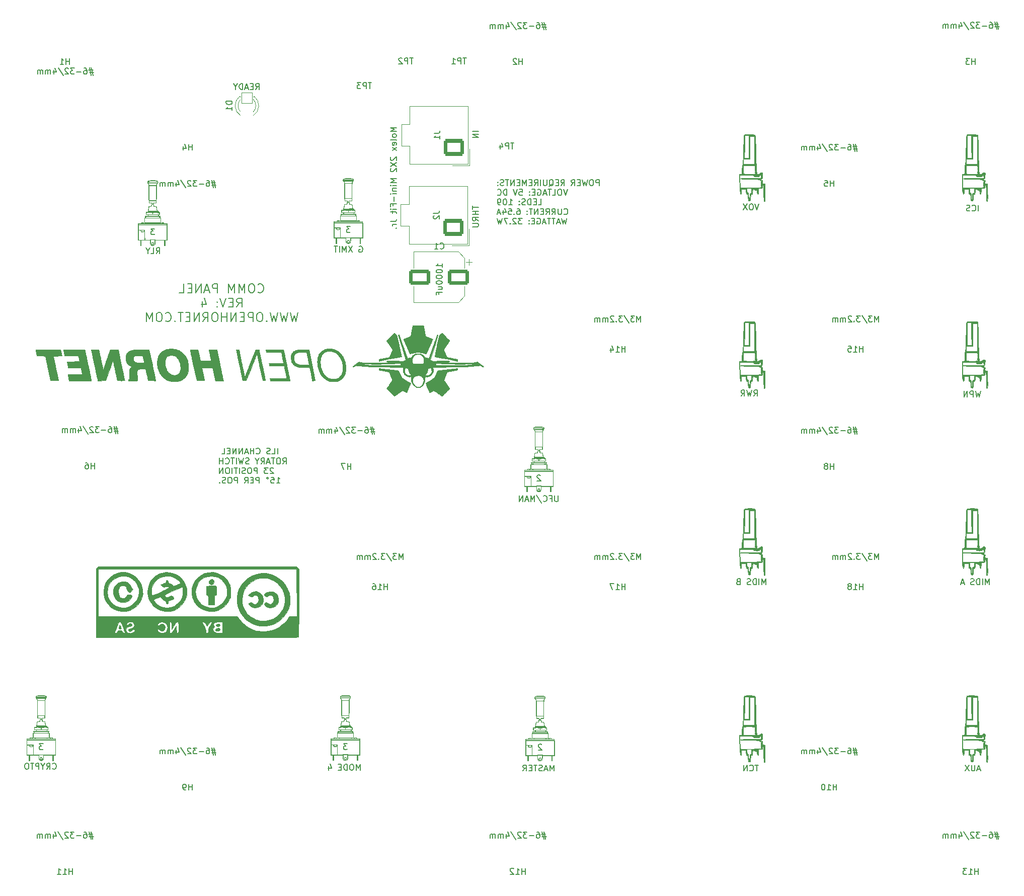
<source format=gbr>
%TF.GenerationSoftware,KiCad,Pcbnew,7.0.2*%
%TF.CreationDate,2023-05-01T02:39:06-08:00*%
%TF.ProjectId,COMM PANEL,434f4d4d-2050-4414-9e45-4c2e6b696361,4*%
%TF.SameCoordinates,Original*%
%TF.FileFunction,Legend,Bot*%
%TF.FilePolarity,Positive*%
%FSLAX46Y46*%
G04 Gerber Fmt 4.6, Leading zero omitted, Abs format (unit mm)*
G04 Created by KiCad (PCBNEW 7.0.2) date 2023-05-01 02:39:06*
%MOMM*%
%LPD*%
G01*
G04 APERTURE LIST*
G04 Aperture macros list*
%AMRoundRect*
0 Rectangle with rounded corners*
0 $1 Rounding radius*
0 $2 $3 $4 $5 $6 $7 $8 $9 X,Y pos of 4 corners*
0 Add a 4 corners polygon primitive as box body*
4,1,4,$2,$3,$4,$5,$6,$7,$8,$9,$2,$3,0*
0 Add four circle primitives for the rounded corners*
1,1,$1+$1,$2,$3*
1,1,$1+$1,$4,$5*
1,1,$1+$1,$6,$7*
1,1,$1+$1,$8,$9*
0 Add four rect primitives between the rounded corners*
20,1,$1+$1,$2,$3,$4,$5,0*
20,1,$1+$1,$4,$5,$6,$7,0*
20,1,$1+$1,$6,$7,$8,$9,0*
20,1,$1+$1,$8,$9,$2,$3,0*%
G04 Aperture macros list end*
%ADD10C,0.150000*%
%ADD11C,0.200000*%
%ADD12C,0.120000*%
%ADD13C,0.010000*%
%ADD14C,0.100000*%
%ADD15C,12.700000*%
%ADD16C,7.640752*%
%ADD17C,2.481250*%
%ADD18C,1.600000*%
%ADD19RoundRect,0.300000X1.500000X1.000000X-1.500000X1.000000X-1.500000X-1.000000X1.500000X-1.000000X0*%
%ADD20RoundRect,0.300001X1.399999X-1.099999X1.399999X1.099999X-1.399999X1.099999X-1.399999X-1.099999X0*%
%ADD21O,3.400000X2.800000*%
%ADD22RoundRect,0.050000X-0.900000X0.900000X-0.900000X-0.900000X0.900000X-0.900000X0.900000X0.900000X0*%
%ADD23C,1.900000*%
%ADD24C,4.300000*%
%ADD25C,3.200000*%
G04 APERTURE END LIST*
D10*
X113625543Y-91857419D02*
X113958876Y-91381228D01*
X114196971Y-91857419D02*
X114196971Y-90857419D01*
X114196971Y-90857419D02*
X113816019Y-90857419D01*
X113816019Y-90857419D02*
X113720781Y-90905038D01*
X113720781Y-90905038D02*
X113673162Y-90952657D01*
X113673162Y-90952657D02*
X113625543Y-91047895D01*
X113625543Y-91047895D02*
X113625543Y-91190752D01*
X113625543Y-91190752D02*
X113673162Y-91285990D01*
X113673162Y-91285990D02*
X113720781Y-91333609D01*
X113720781Y-91333609D02*
X113816019Y-91381228D01*
X113816019Y-91381228D02*
X114196971Y-91381228D01*
X113006495Y-90857419D02*
X112816019Y-90857419D01*
X112816019Y-90857419D02*
X112720781Y-90905038D01*
X112720781Y-90905038D02*
X112625543Y-91000276D01*
X112625543Y-91000276D02*
X112577924Y-91190752D01*
X112577924Y-91190752D02*
X112577924Y-91524085D01*
X112577924Y-91524085D02*
X112625543Y-91714561D01*
X112625543Y-91714561D02*
X112720781Y-91809800D01*
X112720781Y-91809800D02*
X112816019Y-91857419D01*
X112816019Y-91857419D02*
X113006495Y-91857419D01*
X113006495Y-91857419D02*
X113101733Y-91809800D01*
X113101733Y-91809800D02*
X113196971Y-91714561D01*
X113196971Y-91714561D02*
X113244590Y-91524085D01*
X113244590Y-91524085D02*
X113244590Y-91190752D01*
X113244590Y-91190752D02*
X113196971Y-91000276D01*
X113196971Y-91000276D02*
X113101733Y-90905038D01*
X113101733Y-90905038D02*
X113006495Y-90857419D01*
X112292209Y-90857419D02*
X111720781Y-90857419D01*
X112006495Y-91857419D02*
X112006495Y-90857419D01*
X111435066Y-91571704D02*
X110958876Y-91571704D01*
X111530304Y-91857419D02*
X111196971Y-90857419D01*
X111196971Y-90857419D02*
X110863638Y-91857419D01*
X109958876Y-91857419D02*
X110292209Y-91381228D01*
X110530304Y-91857419D02*
X110530304Y-90857419D01*
X110530304Y-90857419D02*
X110149352Y-90857419D01*
X110149352Y-90857419D02*
X110054114Y-90905038D01*
X110054114Y-90905038D02*
X110006495Y-90952657D01*
X110006495Y-90952657D02*
X109958876Y-91047895D01*
X109958876Y-91047895D02*
X109958876Y-91190752D01*
X109958876Y-91190752D02*
X110006495Y-91285990D01*
X110006495Y-91285990D02*
X110054114Y-91333609D01*
X110054114Y-91333609D02*
X110149352Y-91381228D01*
X110149352Y-91381228D02*
X110530304Y-91381228D01*
X109339828Y-91381228D02*
X109339828Y-91857419D01*
X109673161Y-90857419D02*
X109339828Y-91381228D01*
X109339828Y-91381228D02*
X109006495Y-90857419D01*
X107958875Y-91809800D02*
X107816018Y-91857419D01*
X107816018Y-91857419D02*
X107577923Y-91857419D01*
X107577923Y-91857419D02*
X107482685Y-91809800D01*
X107482685Y-91809800D02*
X107435066Y-91762180D01*
X107435066Y-91762180D02*
X107387447Y-91666942D01*
X107387447Y-91666942D02*
X107387447Y-91571704D01*
X107387447Y-91571704D02*
X107435066Y-91476466D01*
X107435066Y-91476466D02*
X107482685Y-91428847D01*
X107482685Y-91428847D02*
X107577923Y-91381228D01*
X107577923Y-91381228D02*
X107768399Y-91333609D01*
X107768399Y-91333609D02*
X107863637Y-91285990D01*
X107863637Y-91285990D02*
X107911256Y-91238371D01*
X107911256Y-91238371D02*
X107958875Y-91143133D01*
X107958875Y-91143133D02*
X107958875Y-91047895D01*
X107958875Y-91047895D02*
X107911256Y-90952657D01*
X107911256Y-90952657D02*
X107863637Y-90905038D01*
X107863637Y-90905038D02*
X107768399Y-90857419D01*
X107768399Y-90857419D02*
X107530304Y-90857419D01*
X107530304Y-90857419D02*
X107387447Y-90905038D01*
X107054113Y-90857419D02*
X106816018Y-91857419D01*
X106816018Y-91857419D02*
X106625542Y-91143133D01*
X106625542Y-91143133D02*
X106435066Y-91857419D01*
X106435066Y-91857419D02*
X106196971Y-90857419D01*
X105816018Y-91857419D02*
X105816018Y-90857419D01*
X105482685Y-90857419D02*
X104911257Y-90857419D01*
X105196971Y-91857419D02*
X105196971Y-90857419D01*
X104006495Y-91762180D02*
X104054114Y-91809800D01*
X104054114Y-91809800D02*
X104196971Y-91857419D01*
X104196971Y-91857419D02*
X104292209Y-91857419D01*
X104292209Y-91857419D02*
X104435066Y-91809800D01*
X104435066Y-91809800D02*
X104530304Y-91714561D01*
X104530304Y-91714561D02*
X104577923Y-91619323D01*
X104577923Y-91619323D02*
X104625542Y-91428847D01*
X104625542Y-91428847D02*
X104625542Y-91285990D01*
X104625542Y-91285990D02*
X104577923Y-91095514D01*
X104577923Y-91095514D02*
X104530304Y-91000276D01*
X104530304Y-91000276D02*
X104435066Y-90905038D01*
X104435066Y-90905038D02*
X104292209Y-90857419D01*
X104292209Y-90857419D02*
X104196971Y-90857419D01*
X104196971Y-90857419D02*
X104054114Y-90905038D01*
X104054114Y-90905038D02*
X104006495Y-90952657D01*
X103577923Y-91857419D02*
X103577923Y-90857419D01*
X103577923Y-91333609D02*
X103006495Y-91333609D01*
X103006495Y-91857419D02*
X103006495Y-90857419D01*
X112054113Y-92572657D02*
X112006494Y-92525038D01*
X112006494Y-92525038D02*
X111911256Y-92477419D01*
X111911256Y-92477419D02*
X111673161Y-92477419D01*
X111673161Y-92477419D02*
X111577923Y-92525038D01*
X111577923Y-92525038D02*
X111530304Y-92572657D01*
X111530304Y-92572657D02*
X111482685Y-92667895D01*
X111482685Y-92667895D02*
X111482685Y-92763133D01*
X111482685Y-92763133D02*
X111530304Y-92905990D01*
X111530304Y-92905990D02*
X112101732Y-93477419D01*
X112101732Y-93477419D02*
X111482685Y-93477419D01*
X111149351Y-92477419D02*
X110530304Y-92477419D01*
X110530304Y-92477419D02*
X110863637Y-92858371D01*
X110863637Y-92858371D02*
X110720780Y-92858371D01*
X110720780Y-92858371D02*
X110625542Y-92905990D01*
X110625542Y-92905990D02*
X110577923Y-92953609D01*
X110577923Y-92953609D02*
X110530304Y-93048847D01*
X110530304Y-93048847D02*
X110530304Y-93286942D01*
X110530304Y-93286942D02*
X110577923Y-93382180D01*
X110577923Y-93382180D02*
X110625542Y-93429800D01*
X110625542Y-93429800D02*
X110720780Y-93477419D01*
X110720780Y-93477419D02*
X111006494Y-93477419D01*
X111006494Y-93477419D02*
X111101732Y-93429800D01*
X111101732Y-93429800D02*
X111149351Y-93382180D01*
X109339827Y-93477419D02*
X109339827Y-92477419D01*
X109339827Y-92477419D02*
X108958875Y-92477419D01*
X108958875Y-92477419D02*
X108863637Y-92525038D01*
X108863637Y-92525038D02*
X108816018Y-92572657D01*
X108816018Y-92572657D02*
X108768399Y-92667895D01*
X108768399Y-92667895D02*
X108768399Y-92810752D01*
X108768399Y-92810752D02*
X108816018Y-92905990D01*
X108816018Y-92905990D02*
X108863637Y-92953609D01*
X108863637Y-92953609D02*
X108958875Y-93001228D01*
X108958875Y-93001228D02*
X109339827Y-93001228D01*
X108149351Y-92477419D02*
X107958875Y-92477419D01*
X107958875Y-92477419D02*
X107863637Y-92525038D01*
X107863637Y-92525038D02*
X107768399Y-92620276D01*
X107768399Y-92620276D02*
X107720780Y-92810752D01*
X107720780Y-92810752D02*
X107720780Y-93144085D01*
X107720780Y-93144085D02*
X107768399Y-93334561D01*
X107768399Y-93334561D02*
X107863637Y-93429800D01*
X107863637Y-93429800D02*
X107958875Y-93477419D01*
X107958875Y-93477419D02*
X108149351Y-93477419D01*
X108149351Y-93477419D02*
X108244589Y-93429800D01*
X108244589Y-93429800D02*
X108339827Y-93334561D01*
X108339827Y-93334561D02*
X108387446Y-93144085D01*
X108387446Y-93144085D02*
X108387446Y-92810752D01*
X108387446Y-92810752D02*
X108339827Y-92620276D01*
X108339827Y-92620276D02*
X108244589Y-92525038D01*
X108244589Y-92525038D02*
X108149351Y-92477419D01*
X107339827Y-93429800D02*
X107196970Y-93477419D01*
X107196970Y-93477419D02*
X106958875Y-93477419D01*
X106958875Y-93477419D02*
X106863637Y-93429800D01*
X106863637Y-93429800D02*
X106816018Y-93382180D01*
X106816018Y-93382180D02*
X106768399Y-93286942D01*
X106768399Y-93286942D02*
X106768399Y-93191704D01*
X106768399Y-93191704D02*
X106816018Y-93096466D01*
X106816018Y-93096466D02*
X106863637Y-93048847D01*
X106863637Y-93048847D02*
X106958875Y-93001228D01*
X106958875Y-93001228D02*
X107149351Y-92953609D01*
X107149351Y-92953609D02*
X107244589Y-92905990D01*
X107244589Y-92905990D02*
X107292208Y-92858371D01*
X107292208Y-92858371D02*
X107339827Y-92763133D01*
X107339827Y-92763133D02*
X107339827Y-92667895D01*
X107339827Y-92667895D02*
X107292208Y-92572657D01*
X107292208Y-92572657D02*
X107244589Y-92525038D01*
X107244589Y-92525038D02*
X107149351Y-92477419D01*
X107149351Y-92477419D02*
X106911256Y-92477419D01*
X106911256Y-92477419D02*
X106768399Y-92525038D01*
X106339827Y-93477419D02*
X106339827Y-92477419D01*
X106006494Y-92477419D02*
X105435066Y-92477419D01*
X105720780Y-93477419D02*
X105720780Y-92477419D01*
X105101732Y-93477419D02*
X105101732Y-92477419D01*
X104435066Y-92477419D02*
X104244590Y-92477419D01*
X104244590Y-92477419D02*
X104149352Y-92525038D01*
X104149352Y-92525038D02*
X104054114Y-92620276D01*
X104054114Y-92620276D02*
X104006495Y-92810752D01*
X104006495Y-92810752D02*
X104006495Y-93144085D01*
X104006495Y-93144085D02*
X104054114Y-93334561D01*
X104054114Y-93334561D02*
X104149352Y-93429800D01*
X104149352Y-93429800D02*
X104244590Y-93477419D01*
X104244590Y-93477419D02*
X104435066Y-93477419D01*
X104435066Y-93477419D02*
X104530304Y-93429800D01*
X104530304Y-93429800D02*
X104625542Y-93334561D01*
X104625542Y-93334561D02*
X104673161Y-93144085D01*
X104673161Y-93144085D02*
X104673161Y-92810752D01*
X104673161Y-92810752D02*
X104625542Y-92620276D01*
X104625542Y-92620276D02*
X104530304Y-92525038D01*
X104530304Y-92525038D02*
X104435066Y-92477419D01*
X103577923Y-93477419D02*
X103577923Y-92477419D01*
X103577923Y-92477419D02*
X103006495Y-93477419D01*
X103006495Y-93477419D02*
X103006495Y-92477419D01*
X112577924Y-95097419D02*
X113149352Y-95097419D01*
X112863638Y-95097419D02*
X112863638Y-94097419D01*
X112863638Y-94097419D02*
X112958876Y-94240276D01*
X112958876Y-94240276D02*
X113054114Y-94335514D01*
X113054114Y-94335514D02*
X113149352Y-94383133D01*
X111673162Y-94097419D02*
X112149352Y-94097419D01*
X112149352Y-94097419D02*
X112196971Y-94573609D01*
X112196971Y-94573609D02*
X112149352Y-94525990D01*
X112149352Y-94525990D02*
X112054114Y-94478371D01*
X112054114Y-94478371D02*
X111816019Y-94478371D01*
X111816019Y-94478371D02*
X111720781Y-94525990D01*
X111720781Y-94525990D02*
X111673162Y-94573609D01*
X111673162Y-94573609D02*
X111625543Y-94668847D01*
X111625543Y-94668847D02*
X111625543Y-94906942D01*
X111625543Y-94906942D02*
X111673162Y-95002180D01*
X111673162Y-95002180D02*
X111720781Y-95049800D01*
X111720781Y-95049800D02*
X111816019Y-95097419D01*
X111816019Y-95097419D02*
X112054114Y-95097419D01*
X112054114Y-95097419D02*
X112149352Y-95049800D01*
X112149352Y-95049800D02*
X112196971Y-95002180D01*
X111054114Y-94097419D02*
X111149352Y-94145038D01*
X111149352Y-94145038D02*
X111196971Y-94240276D01*
X111196971Y-94240276D02*
X111149352Y-94335514D01*
X111149352Y-94335514D02*
X111054114Y-94383133D01*
X111054114Y-94383133D02*
X110958876Y-94335514D01*
X110958876Y-94335514D02*
X110911257Y-94240276D01*
X110911257Y-94240276D02*
X110958876Y-94145038D01*
X110958876Y-94145038D02*
X111054114Y-94097419D01*
X109673161Y-95097419D02*
X109673161Y-94097419D01*
X109673161Y-94097419D02*
X109292209Y-94097419D01*
X109292209Y-94097419D02*
X109196971Y-94145038D01*
X109196971Y-94145038D02*
X109149352Y-94192657D01*
X109149352Y-94192657D02*
X109101733Y-94287895D01*
X109101733Y-94287895D02*
X109101733Y-94430752D01*
X109101733Y-94430752D02*
X109149352Y-94525990D01*
X109149352Y-94525990D02*
X109196971Y-94573609D01*
X109196971Y-94573609D02*
X109292209Y-94621228D01*
X109292209Y-94621228D02*
X109673161Y-94621228D01*
X108673161Y-94573609D02*
X108339828Y-94573609D01*
X108196971Y-95097419D02*
X108673161Y-95097419D01*
X108673161Y-95097419D02*
X108673161Y-94097419D01*
X108673161Y-94097419D02*
X108196971Y-94097419D01*
X107196971Y-95097419D02*
X107530304Y-94621228D01*
X107768399Y-95097419D02*
X107768399Y-94097419D01*
X107768399Y-94097419D02*
X107387447Y-94097419D01*
X107387447Y-94097419D02*
X107292209Y-94145038D01*
X107292209Y-94145038D02*
X107244590Y-94192657D01*
X107244590Y-94192657D02*
X107196971Y-94287895D01*
X107196971Y-94287895D02*
X107196971Y-94430752D01*
X107196971Y-94430752D02*
X107244590Y-94525990D01*
X107244590Y-94525990D02*
X107292209Y-94573609D01*
X107292209Y-94573609D02*
X107387447Y-94621228D01*
X107387447Y-94621228D02*
X107768399Y-94621228D01*
X106006494Y-95097419D02*
X106006494Y-94097419D01*
X106006494Y-94097419D02*
X105625542Y-94097419D01*
X105625542Y-94097419D02*
X105530304Y-94145038D01*
X105530304Y-94145038D02*
X105482685Y-94192657D01*
X105482685Y-94192657D02*
X105435066Y-94287895D01*
X105435066Y-94287895D02*
X105435066Y-94430752D01*
X105435066Y-94430752D02*
X105482685Y-94525990D01*
X105482685Y-94525990D02*
X105530304Y-94573609D01*
X105530304Y-94573609D02*
X105625542Y-94621228D01*
X105625542Y-94621228D02*
X106006494Y-94621228D01*
X104816018Y-94097419D02*
X104625542Y-94097419D01*
X104625542Y-94097419D02*
X104530304Y-94145038D01*
X104530304Y-94145038D02*
X104435066Y-94240276D01*
X104435066Y-94240276D02*
X104387447Y-94430752D01*
X104387447Y-94430752D02*
X104387447Y-94764085D01*
X104387447Y-94764085D02*
X104435066Y-94954561D01*
X104435066Y-94954561D02*
X104530304Y-95049800D01*
X104530304Y-95049800D02*
X104625542Y-95097419D01*
X104625542Y-95097419D02*
X104816018Y-95097419D01*
X104816018Y-95097419D02*
X104911256Y-95049800D01*
X104911256Y-95049800D02*
X105006494Y-94954561D01*
X105006494Y-94954561D02*
X105054113Y-94764085D01*
X105054113Y-94764085D02*
X105054113Y-94430752D01*
X105054113Y-94430752D02*
X105006494Y-94240276D01*
X105006494Y-94240276D02*
X104911256Y-94145038D01*
X104911256Y-94145038D02*
X104816018Y-94097419D01*
X104006494Y-95049800D02*
X103863637Y-95097419D01*
X103863637Y-95097419D02*
X103625542Y-95097419D01*
X103625542Y-95097419D02*
X103530304Y-95049800D01*
X103530304Y-95049800D02*
X103482685Y-95002180D01*
X103482685Y-95002180D02*
X103435066Y-94906942D01*
X103435066Y-94906942D02*
X103435066Y-94811704D01*
X103435066Y-94811704D02*
X103482685Y-94716466D01*
X103482685Y-94716466D02*
X103530304Y-94668847D01*
X103530304Y-94668847D02*
X103625542Y-94621228D01*
X103625542Y-94621228D02*
X103816018Y-94573609D01*
X103816018Y-94573609D02*
X103911256Y-94525990D01*
X103911256Y-94525990D02*
X103958875Y-94478371D01*
X103958875Y-94478371D02*
X104006494Y-94383133D01*
X104006494Y-94383133D02*
X104006494Y-94287895D01*
X104006494Y-94287895D02*
X103958875Y-94192657D01*
X103958875Y-94192657D02*
X103911256Y-94145038D01*
X103911256Y-94145038D02*
X103816018Y-94097419D01*
X103816018Y-94097419D02*
X103577923Y-94097419D01*
X103577923Y-94097419D02*
X103435066Y-94145038D01*
X103006494Y-95002180D02*
X102958875Y-95049800D01*
X102958875Y-95049800D02*
X103006494Y-95097419D01*
X103006494Y-95097419D02*
X103054113Y-95049800D01*
X103054113Y-95049800D02*
X103006494Y-95002180D01*
X103006494Y-95002180D02*
X103006494Y-95097419D01*
X92344809Y-56469619D02*
X92678142Y-55993428D01*
X92916237Y-56469619D02*
X92916237Y-55469619D01*
X92916237Y-55469619D02*
X92535285Y-55469619D01*
X92535285Y-55469619D02*
X92440047Y-55517238D01*
X92440047Y-55517238D02*
X92392428Y-55564857D01*
X92392428Y-55564857D02*
X92344809Y-55660095D01*
X92344809Y-55660095D02*
X92344809Y-55802952D01*
X92344809Y-55802952D02*
X92392428Y-55898190D01*
X92392428Y-55898190D02*
X92440047Y-55945809D01*
X92440047Y-55945809D02*
X92535285Y-55993428D01*
X92535285Y-55993428D02*
X92916237Y-55993428D01*
X91440047Y-56469619D02*
X91916237Y-56469619D01*
X91916237Y-56469619D02*
X91916237Y-55469619D01*
X90916237Y-55993428D02*
X90916237Y-56469619D01*
X91249570Y-55469619D02*
X90916237Y-55993428D01*
X90916237Y-55993428D02*
X90582904Y-55469619D01*
X232506542Y-112171819D02*
X232506542Y-111171819D01*
X232506542Y-111171819D02*
X232173209Y-111886104D01*
X232173209Y-111886104D02*
X231839876Y-111171819D01*
X231839876Y-111171819D02*
X231839876Y-112171819D01*
X231363685Y-112171819D02*
X231363685Y-111171819D01*
X230887495Y-112171819D02*
X230887495Y-111171819D01*
X230887495Y-111171819D02*
X230649400Y-111171819D01*
X230649400Y-111171819D02*
X230506543Y-111219438D01*
X230506543Y-111219438D02*
X230411305Y-111314676D01*
X230411305Y-111314676D02*
X230363686Y-111409914D01*
X230363686Y-111409914D02*
X230316067Y-111600390D01*
X230316067Y-111600390D02*
X230316067Y-111743247D01*
X230316067Y-111743247D02*
X230363686Y-111933723D01*
X230363686Y-111933723D02*
X230411305Y-112028961D01*
X230411305Y-112028961D02*
X230506543Y-112124200D01*
X230506543Y-112124200D02*
X230649400Y-112171819D01*
X230649400Y-112171819D02*
X230887495Y-112171819D01*
X229935114Y-112124200D02*
X229792257Y-112171819D01*
X229792257Y-112171819D02*
X229554162Y-112171819D01*
X229554162Y-112171819D02*
X229458924Y-112124200D01*
X229458924Y-112124200D02*
X229411305Y-112076580D01*
X229411305Y-112076580D02*
X229363686Y-111981342D01*
X229363686Y-111981342D02*
X229363686Y-111886104D01*
X229363686Y-111886104D02*
X229411305Y-111790866D01*
X229411305Y-111790866D02*
X229458924Y-111743247D01*
X229458924Y-111743247D02*
X229554162Y-111695628D01*
X229554162Y-111695628D02*
X229744638Y-111648009D01*
X229744638Y-111648009D02*
X229839876Y-111600390D01*
X229839876Y-111600390D02*
X229887495Y-111552771D01*
X229887495Y-111552771D02*
X229935114Y-111457533D01*
X229935114Y-111457533D02*
X229935114Y-111362295D01*
X229935114Y-111362295D02*
X229887495Y-111267057D01*
X229887495Y-111267057D02*
X229839876Y-111219438D01*
X229839876Y-111219438D02*
X229744638Y-111171819D01*
X229744638Y-111171819D02*
X229506543Y-111171819D01*
X229506543Y-111171819D02*
X229363686Y-111219438D01*
X228220828Y-111886104D02*
X227744638Y-111886104D01*
X228316066Y-112171819D02*
X227982733Y-111171819D01*
X227982733Y-111171819D02*
X227649400Y-112171819D01*
X109066460Y-28844579D02*
X109399793Y-28368388D01*
X109637888Y-28844579D02*
X109637888Y-27844579D01*
X109637888Y-27844579D02*
X109256936Y-27844579D01*
X109256936Y-27844579D02*
X109161698Y-27892198D01*
X109161698Y-27892198D02*
X109114079Y-27939817D01*
X109114079Y-27939817D02*
X109066460Y-28035055D01*
X109066460Y-28035055D02*
X109066460Y-28177912D01*
X109066460Y-28177912D02*
X109114079Y-28273150D01*
X109114079Y-28273150D02*
X109161698Y-28320769D01*
X109161698Y-28320769D02*
X109256936Y-28368388D01*
X109256936Y-28368388D02*
X109637888Y-28368388D01*
X108637888Y-28320769D02*
X108304555Y-28320769D01*
X108161698Y-28844579D02*
X108637888Y-28844579D01*
X108637888Y-28844579D02*
X108637888Y-27844579D01*
X108637888Y-27844579D02*
X108161698Y-27844579D01*
X107780745Y-28558864D02*
X107304555Y-28558864D01*
X107875983Y-28844579D02*
X107542650Y-27844579D01*
X107542650Y-27844579D02*
X107209317Y-28844579D01*
X106875983Y-28844579D02*
X106875983Y-27844579D01*
X106875983Y-27844579D02*
X106637888Y-27844579D01*
X106637888Y-27844579D02*
X106495031Y-27892198D01*
X106495031Y-27892198D02*
X106399793Y-27987436D01*
X106399793Y-27987436D02*
X106352174Y-28082674D01*
X106352174Y-28082674D02*
X106304555Y-28273150D01*
X106304555Y-28273150D02*
X106304555Y-28416007D01*
X106304555Y-28416007D02*
X106352174Y-28606483D01*
X106352174Y-28606483D02*
X106399793Y-28701721D01*
X106399793Y-28701721D02*
X106495031Y-28796960D01*
X106495031Y-28796960D02*
X106637888Y-28844579D01*
X106637888Y-28844579D02*
X106875983Y-28844579D01*
X105685507Y-28368388D02*
X105685507Y-28844579D01*
X106018840Y-27844579D02*
X105685507Y-28368388D01*
X105685507Y-28368388D02*
X105352174Y-27844579D01*
X166855713Y-45012619D02*
X166855713Y-44012619D01*
X166855713Y-44012619D02*
X166474761Y-44012619D01*
X166474761Y-44012619D02*
X166379523Y-44060238D01*
X166379523Y-44060238D02*
X166331904Y-44107857D01*
X166331904Y-44107857D02*
X166284285Y-44203095D01*
X166284285Y-44203095D02*
X166284285Y-44345952D01*
X166284285Y-44345952D02*
X166331904Y-44441190D01*
X166331904Y-44441190D02*
X166379523Y-44488809D01*
X166379523Y-44488809D02*
X166474761Y-44536428D01*
X166474761Y-44536428D02*
X166855713Y-44536428D01*
X165665237Y-44012619D02*
X165474761Y-44012619D01*
X165474761Y-44012619D02*
X165379523Y-44060238D01*
X165379523Y-44060238D02*
X165284285Y-44155476D01*
X165284285Y-44155476D02*
X165236666Y-44345952D01*
X165236666Y-44345952D02*
X165236666Y-44679285D01*
X165236666Y-44679285D02*
X165284285Y-44869761D01*
X165284285Y-44869761D02*
X165379523Y-44965000D01*
X165379523Y-44965000D02*
X165474761Y-45012619D01*
X165474761Y-45012619D02*
X165665237Y-45012619D01*
X165665237Y-45012619D02*
X165760475Y-44965000D01*
X165760475Y-44965000D02*
X165855713Y-44869761D01*
X165855713Y-44869761D02*
X165903332Y-44679285D01*
X165903332Y-44679285D02*
X165903332Y-44345952D01*
X165903332Y-44345952D02*
X165855713Y-44155476D01*
X165855713Y-44155476D02*
X165760475Y-44060238D01*
X165760475Y-44060238D02*
X165665237Y-44012619D01*
X164903332Y-44012619D02*
X164665237Y-45012619D01*
X164665237Y-45012619D02*
X164474761Y-44298333D01*
X164474761Y-44298333D02*
X164284285Y-45012619D01*
X164284285Y-45012619D02*
X164046190Y-44012619D01*
X163665237Y-44488809D02*
X163331904Y-44488809D01*
X163189047Y-45012619D02*
X163665237Y-45012619D01*
X163665237Y-45012619D02*
X163665237Y-44012619D01*
X163665237Y-44012619D02*
X163189047Y-44012619D01*
X162189047Y-45012619D02*
X162522380Y-44536428D01*
X162760475Y-45012619D02*
X162760475Y-44012619D01*
X162760475Y-44012619D02*
X162379523Y-44012619D01*
X162379523Y-44012619D02*
X162284285Y-44060238D01*
X162284285Y-44060238D02*
X162236666Y-44107857D01*
X162236666Y-44107857D02*
X162189047Y-44203095D01*
X162189047Y-44203095D02*
X162189047Y-44345952D01*
X162189047Y-44345952D02*
X162236666Y-44441190D01*
X162236666Y-44441190D02*
X162284285Y-44488809D01*
X162284285Y-44488809D02*
X162379523Y-44536428D01*
X162379523Y-44536428D02*
X162760475Y-44536428D01*
X160427142Y-45012619D02*
X160760475Y-44536428D01*
X160998570Y-45012619D02*
X160998570Y-44012619D01*
X160998570Y-44012619D02*
X160617618Y-44012619D01*
X160617618Y-44012619D02*
X160522380Y-44060238D01*
X160522380Y-44060238D02*
X160474761Y-44107857D01*
X160474761Y-44107857D02*
X160427142Y-44203095D01*
X160427142Y-44203095D02*
X160427142Y-44345952D01*
X160427142Y-44345952D02*
X160474761Y-44441190D01*
X160474761Y-44441190D02*
X160522380Y-44488809D01*
X160522380Y-44488809D02*
X160617618Y-44536428D01*
X160617618Y-44536428D02*
X160998570Y-44536428D01*
X159998570Y-44488809D02*
X159665237Y-44488809D01*
X159522380Y-45012619D02*
X159998570Y-45012619D01*
X159998570Y-45012619D02*
X159998570Y-44012619D01*
X159998570Y-44012619D02*
X159522380Y-44012619D01*
X158427142Y-45107857D02*
X158522380Y-45060238D01*
X158522380Y-45060238D02*
X158617618Y-44965000D01*
X158617618Y-44965000D02*
X158760475Y-44822142D01*
X158760475Y-44822142D02*
X158855713Y-44774523D01*
X158855713Y-44774523D02*
X158950951Y-44774523D01*
X158903332Y-45012619D02*
X158998570Y-44965000D01*
X158998570Y-44965000D02*
X159093808Y-44869761D01*
X159093808Y-44869761D02*
X159141427Y-44679285D01*
X159141427Y-44679285D02*
X159141427Y-44345952D01*
X159141427Y-44345952D02*
X159093808Y-44155476D01*
X159093808Y-44155476D02*
X158998570Y-44060238D01*
X158998570Y-44060238D02*
X158903332Y-44012619D01*
X158903332Y-44012619D02*
X158712856Y-44012619D01*
X158712856Y-44012619D02*
X158617618Y-44060238D01*
X158617618Y-44060238D02*
X158522380Y-44155476D01*
X158522380Y-44155476D02*
X158474761Y-44345952D01*
X158474761Y-44345952D02*
X158474761Y-44679285D01*
X158474761Y-44679285D02*
X158522380Y-44869761D01*
X158522380Y-44869761D02*
X158617618Y-44965000D01*
X158617618Y-44965000D02*
X158712856Y-45012619D01*
X158712856Y-45012619D02*
X158903332Y-45012619D01*
X158046189Y-44012619D02*
X158046189Y-44822142D01*
X158046189Y-44822142D02*
X157998570Y-44917380D01*
X157998570Y-44917380D02*
X157950951Y-44965000D01*
X157950951Y-44965000D02*
X157855713Y-45012619D01*
X157855713Y-45012619D02*
X157665237Y-45012619D01*
X157665237Y-45012619D02*
X157569999Y-44965000D01*
X157569999Y-44965000D02*
X157522380Y-44917380D01*
X157522380Y-44917380D02*
X157474761Y-44822142D01*
X157474761Y-44822142D02*
X157474761Y-44012619D01*
X156998570Y-45012619D02*
X156998570Y-44012619D01*
X155950952Y-45012619D02*
X156284285Y-44536428D01*
X156522380Y-45012619D02*
X156522380Y-44012619D01*
X156522380Y-44012619D02*
X156141428Y-44012619D01*
X156141428Y-44012619D02*
X156046190Y-44060238D01*
X156046190Y-44060238D02*
X155998571Y-44107857D01*
X155998571Y-44107857D02*
X155950952Y-44203095D01*
X155950952Y-44203095D02*
X155950952Y-44345952D01*
X155950952Y-44345952D02*
X155998571Y-44441190D01*
X155998571Y-44441190D02*
X156046190Y-44488809D01*
X156046190Y-44488809D02*
X156141428Y-44536428D01*
X156141428Y-44536428D02*
X156522380Y-44536428D01*
X155522380Y-44488809D02*
X155189047Y-44488809D01*
X155046190Y-45012619D02*
X155522380Y-45012619D01*
X155522380Y-45012619D02*
X155522380Y-44012619D01*
X155522380Y-44012619D02*
X155046190Y-44012619D01*
X154617618Y-45012619D02*
X154617618Y-44012619D01*
X154617618Y-44012619D02*
X154284285Y-44726904D01*
X154284285Y-44726904D02*
X153950952Y-44012619D01*
X153950952Y-44012619D02*
X153950952Y-45012619D01*
X153474761Y-44488809D02*
X153141428Y-44488809D01*
X152998571Y-45012619D02*
X153474761Y-45012619D01*
X153474761Y-45012619D02*
X153474761Y-44012619D01*
X153474761Y-44012619D02*
X152998571Y-44012619D01*
X152569999Y-45012619D02*
X152569999Y-44012619D01*
X152569999Y-44012619D02*
X151998571Y-45012619D01*
X151998571Y-45012619D02*
X151998571Y-44012619D01*
X151665237Y-44012619D02*
X151093809Y-44012619D01*
X151379523Y-45012619D02*
X151379523Y-44012619D01*
X150808094Y-44965000D02*
X150665237Y-45012619D01*
X150665237Y-45012619D02*
X150427142Y-45012619D01*
X150427142Y-45012619D02*
X150331904Y-44965000D01*
X150331904Y-44965000D02*
X150284285Y-44917380D01*
X150284285Y-44917380D02*
X150236666Y-44822142D01*
X150236666Y-44822142D02*
X150236666Y-44726904D01*
X150236666Y-44726904D02*
X150284285Y-44631666D01*
X150284285Y-44631666D02*
X150331904Y-44584047D01*
X150331904Y-44584047D02*
X150427142Y-44536428D01*
X150427142Y-44536428D02*
X150617618Y-44488809D01*
X150617618Y-44488809D02*
X150712856Y-44441190D01*
X150712856Y-44441190D02*
X150760475Y-44393571D01*
X150760475Y-44393571D02*
X150808094Y-44298333D01*
X150808094Y-44298333D02*
X150808094Y-44203095D01*
X150808094Y-44203095D02*
X150760475Y-44107857D01*
X150760475Y-44107857D02*
X150712856Y-44060238D01*
X150712856Y-44060238D02*
X150617618Y-44012619D01*
X150617618Y-44012619D02*
X150379523Y-44012619D01*
X150379523Y-44012619D02*
X150236666Y-44060238D01*
X149808094Y-44917380D02*
X149760475Y-44965000D01*
X149760475Y-44965000D02*
X149808094Y-45012619D01*
X149808094Y-45012619D02*
X149855713Y-44965000D01*
X149855713Y-44965000D02*
X149808094Y-44917380D01*
X149808094Y-44917380D02*
X149808094Y-45012619D01*
X149808094Y-44393571D02*
X149760475Y-44441190D01*
X149760475Y-44441190D02*
X149808094Y-44488809D01*
X149808094Y-44488809D02*
X149855713Y-44441190D01*
X149855713Y-44441190D02*
X149808094Y-44393571D01*
X149808094Y-44393571D02*
X149808094Y-44488809D01*
X161522381Y-45632619D02*
X161189048Y-46632619D01*
X161189048Y-46632619D02*
X160855715Y-45632619D01*
X160331905Y-45632619D02*
X160141429Y-45632619D01*
X160141429Y-45632619D02*
X160046191Y-45680238D01*
X160046191Y-45680238D02*
X159950953Y-45775476D01*
X159950953Y-45775476D02*
X159903334Y-45965952D01*
X159903334Y-45965952D02*
X159903334Y-46299285D01*
X159903334Y-46299285D02*
X159950953Y-46489761D01*
X159950953Y-46489761D02*
X160046191Y-46585000D01*
X160046191Y-46585000D02*
X160141429Y-46632619D01*
X160141429Y-46632619D02*
X160331905Y-46632619D01*
X160331905Y-46632619D02*
X160427143Y-46585000D01*
X160427143Y-46585000D02*
X160522381Y-46489761D01*
X160522381Y-46489761D02*
X160570000Y-46299285D01*
X160570000Y-46299285D02*
X160570000Y-45965952D01*
X160570000Y-45965952D02*
X160522381Y-45775476D01*
X160522381Y-45775476D02*
X160427143Y-45680238D01*
X160427143Y-45680238D02*
X160331905Y-45632619D01*
X158998572Y-46632619D02*
X159474762Y-46632619D01*
X159474762Y-46632619D02*
X159474762Y-45632619D01*
X158808095Y-45632619D02*
X158236667Y-45632619D01*
X158522381Y-46632619D02*
X158522381Y-45632619D01*
X157950952Y-46346904D02*
X157474762Y-46346904D01*
X158046190Y-46632619D02*
X157712857Y-45632619D01*
X157712857Y-45632619D02*
X157379524Y-46632619D01*
X156522381Y-45680238D02*
X156617619Y-45632619D01*
X156617619Y-45632619D02*
X156760476Y-45632619D01*
X156760476Y-45632619D02*
X156903333Y-45680238D01*
X156903333Y-45680238D02*
X156998571Y-45775476D01*
X156998571Y-45775476D02*
X157046190Y-45870714D01*
X157046190Y-45870714D02*
X157093809Y-46061190D01*
X157093809Y-46061190D02*
X157093809Y-46204047D01*
X157093809Y-46204047D02*
X157046190Y-46394523D01*
X157046190Y-46394523D02*
X156998571Y-46489761D01*
X156998571Y-46489761D02*
X156903333Y-46585000D01*
X156903333Y-46585000D02*
X156760476Y-46632619D01*
X156760476Y-46632619D02*
X156665238Y-46632619D01*
X156665238Y-46632619D02*
X156522381Y-46585000D01*
X156522381Y-46585000D02*
X156474762Y-46537380D01*
X156474762Y-46537380D02*
X156474762Y-46204047D01*
X156474762Y-46204047D02*
X156665238Y-46204047D01*
X156046190Y-46108809D02*
X155712857Y-46108809D01*
X155570000Y-46632619D02*
X156046190Y-46632619D01*
X156046190Y-46632619D02*
X156046190Y-45632619D01*
X156046190Y-45632619D02*
X155570000Y-45632619D01*
X155141428Y-46537380D02*
X155093809Y-46585000D01*
X155093809Y-46585000D02*
X155141428Y-46632619D01*
X155141428Y-46632619D02*
X155189047Y-46585000D01*
X155189047Y-46585000D02*
X155141428Y-46537380D01*
X155141428Y-46537380D02*
X155141428Y-46632619D01*
X155141428Y-46013571D02*
X155093809Y-46061190D01*
X155093809Y-46061190D02*
X155141428Y-46108809D01*
X155141428Y-46108809D02*
X155189047Y-46061190D01*
X155189047Y-46061190D02*
X155141428Y-46013571D01*
X155141428Y-46013571D02*
X155141428Y-46108809D01*
X153427143Y-45632619D02*
X153903333Y-45632619D01*
X153903333Y-45632619D02*
X153950952Y-46108809D01*
X153950952Y-46108809D02*
X153903333Y-46061190D01*
X153903333Y-46061190D02*
X153808095Y-46013571D01*
X153808095Y-46013571D02*
X153570000Y-46013571D01*
X153570000Y-46013571D02*
X153474762Y-46061190D01*
X153474762Y-46061190D02*
X153427143Y-46108809D01*
X153427143Y-46108809D02*
X153379524Y-46204047D01*
X153379524Y-46204047D02*
X153379524Y-46442142D01*
X153379524Y-46442142D02*
X153427143Y-46537380D01*
X153427143Y-46537380D02*
X153474762Y-46585000D01*
X153474762Y-46585000D02*
X153570000Y-46632619D01*
X153570000Y-46632619D02*
X153808095Y-46632619D01*
X153808095Y-46632619D02*
X153903333Y-46585000D01*
X153903333Y-46585000D02*
X153950952Y-46537380D01*
X153093809Y-45632619D02*
X152760476Y-46632619D01*
X152760476Y-46632619D02*
X152427143Y-45632619D01*
X151331904Y-46632619D02*
X151331904Y-45632619D01*
X151331904Y-45632619D02*
X151093809Y-45632619D01*
X151093809Y-45632619D02*
X150950952Y-45680238D01*
X150950952Y-45680238D02*
X150855714Y-45775476D01*
X150855714Y-45775476D02*
X150808095Y-45870714D01*
X150808095Y-45870714D02*
X150760476Y-46061190D01*
X150760476Y-46061190D02*
X150760476Y-46204047D01*
X150760476Y-46204047D02*
X150808095Y-46394523D01*
X150808095Y-46394523D02*
X150855714Y-46489761D01*
X150855714Y-46489761D02*
X150950952Y-46585000D01*
X150950952Y-46585000D02*
X151093809Y-46632619D01*
X151093809Y-46632619D02*
X151331904Y-46632619D01*
X149760476Y-46537380D02*
X149808095Y-46585000D01*
X149808095Y-46585000D02*
X149950952Y-46632619D01*
X149950952Y-46632619D02*
X150046190Y-46632619D01*
X150046190Y-46632619D02*
X150189047Y-46585000D01*
X150189047Y-46585000D02*
X150284285Y-46489761D01*
X150284285Y-46489761D02*
X150331904Y-46394523D01*
X150331904Y-46394523D02*
X150379523Y-46204047D01*
X150379523Y-46204047D02*
X150379523Y-46061190D01*
X150379523Y-46061190D02*
X150331904Y-45870714D01*
X150331904Y-45870714D02*
X150284285Y-45775476D01*
X150284285Y-45775476D02*
X150189047Y-45680238D01*
X150189047Y-45680238D02*
X150046190Y-45632619D01*
X150046190Y-45632619D02*
X149950952Y-45632619D01*
X149950952Y-45632619D02*
X149808095Y-45680238D01*
X149808095Y-45680238D02*
X149760476Y-45727857D01*
X156617619Y-48252619D02*
X157093809Y-48252619D01*
X157093809Y-48252619D02*
X157093809Y-47252619D01*
X156284285Y-47728809D02*
X155950952Y-47728809D01*
X155808095Y-48252619D02*
X156284285Y-48252619D01*
X156284285Y-48252619D02*
X156284285Y-47252619D01*
X156284285Y-47252619D02*
X155808095Y-47252619D01*
X155379523Y-48252619D02*
X155379523Y-47252619D01*
X155379523Y-47252619D02*
X155141428Y-47252619D01*
X155141428Y-47252619D02*
X154998571Y-47300238D01*
X154998571Y-47300238D02*
X154903333Y-47395476D01*
X154903333Y-47395476D02*
X154855714Y-47490714D01*
X154855714Y-47490714D02*
X154808095Y-47681190D01*
X154808095Y-47681190D02*
X154808095Y-47824047D01*
X154808095Y-47824047D02*
X154855714Y-48014523D01*
X154855714Y-48014523D02*
X154903333Y-48109761D01*
X154903333Y-48109761D02*
X154998571Y-48205000D01*
X154998571Y-48205000D02*
X155141428Y-48252619D01*
X155141428Y-48252619D02*
X155379523Y-48252619D01*
X154427142Y-48205000D02*
X154284285Y-48252619D01*
X154284285Y-48252619D02*
X154046190Y-48252619D01*
X154046190Y-48252619D02*
X153950952Y-48205000D01*
X153950952Y-48205000D02*
X153903333Y-48157380D01*
X153903333Y-48157380D02*
X153855714Y-48062142D01*
X153855714Y-48062142D02*
X153855714Y-47966904D01*
X153855714Y-47966904D02*
X153903333Y-47871666D01*
X153903333Y-47871666D02*
X153950952Y-47824047D01*
X153950952Y-47824047D02*
X154046190Y-47776428D01*
X154046190Y-47776428D02*
X154236666Y-47728809D01*
X154236666Y-47728809D02*
X154331904Y-47681190D01*
X154331904Y-47681190D02*
X154379523Y-47633571D01*
X154379523Y-47633571D02*
X154427142Y-47538333D01*
X154427142Y-47538333D02*
X154427142Y-47443095D01*
X154427142Y-47443095D02*
X154379523Y-47347857D01*
X154379523Y-47347857D02*
X154331904Y-47300238D01*
X154331904Y-47300238D02*
X154236666Y-47252619D01*
X154236666Y-47252619D02*
X153998571Y-47252619D01*
X153998571Y-47252619D02*
X153855714Y-47300238D01*
X153427142Y-48157380D02*
X153379523Y-48205000D01*
X153379523Y-48205000D02*
X153427142Y-48252619D01*
X153427142Y-48252619D02*
X153474761Y-48205000D01*
X153474761Y-48205000D02*
X153427142Y-48157380D01*
X153427142Y-48157380D02*
X153427142Y-48252619D01*
X153427142Y-47633571D02*
X153379523Y-47681190D01*
X153379523Y-47681190D02*
X153427142Y-47728809D01*
X153427142Y-47728809D02*
X153474761Y-47681190D01*
X153474761Y-47681190D02*
X153427142Y-47633571D01*
X153427142Y-47633571D02*
X153427142Y-47728809D01*
X151665238Y-48252619D02*
X152236666Y-48252619D01*
X151950952Y-48252619D02*
X151950952Y-47252619D01*
X151950952Y-47252619D02*
X152046190Y-47395476D01*
X152046190Y-47395476D02*
X152141428Y-47490714D01*
X152141428Y-47490714D02*
X152236666Y-47538333D01*
X151046190Y-47252619D02*
X150950952Y-47252619D01*
X150950952Y-47252619D02*
X150855714Y-47300238D01*
X150855714Y-47300238D02*
X150808095Y-47347857D01*
X150808095Y-47347857D02*
X150760476Y-47443095D01*
X150760476Y-47443095D02*
X150712857Y-47633571D01*
X150712857Y-47633571D02*
X150712857Y-47871666D01*
X150712857Y-47871666D02*
X150760476Y-48062142D01*
X150760476Y-48062142D02*
X150808095Y-48157380D01*
X150808095Y-48157380D02*
X150855714Y-48205000D01*
X150855714Y-48205000D02*
X150950952Y-48252619D01*
X150950952Y-48252619D02*
X151046190Y-48252619D01*
X151046190Y-48252619D02*
X151141428Y-48205000D01*
X151141428Y-48205000D02*
X151189047Y-48157380D01*
X151189047Y-48157380D02*
X151236666Y-48062142D01*
X151236666Y-48062142D02*
X151284285Y-47871666D01*
X151284285Y-47871666D02*
X151284285Y-47633571D01*
X151284285Y-47633571D02*
X151236666Y-47443095D01*
X151236666Y-47443095D02*
X151189047Y-47347857D01*
X151189047Y-47347857D02*
X151141428Y-47300238D01*
X151141428Y-47300238D02*
X151046190Y-47252619D01*
X150236666Y-48252619D02*
X150046190Y-48252619D01*
X150046190Y-48252619D02*
X149950952Y-48205000D01*
X149950952Y-48205000D02*
X149903333Y-48157380D01*
X149903333Y-48157380D02*
X149808095Y-48014523D01*
X149808095Y-48014523D02*
X149760476Y-47824047D01*
X149760476Y-47824047D02*
X149760476Y-47443095D01*
X149760476Y-47443095D02*
X149808095Y-47347857D01*
X149808095Y-47347857D02*
X149855714Y-47300238D01*
X149855714Y-47300238D02*
X149950952Y-47252619D01*
X149950952Y-47252619D02*
X150141428Y-47252619D01*
X150141428Y-47252619D02*
X150236666Y-47300238D01*
X150236666Y-47300238D02*
X150284285Y-47347857D01*
X150284285Y-47347857D02*
X150331904Y-47443095D01*
X150331904Y-47443095D02*
X150331904Y-47681190D01*
X150331904Y-47681190D02*
X150284285Y-47776428D01*
X150284285Y-47776428D02*
X150236666Y-47824047D01*
X150236666Y-47824047D02*
X150141428Y-47871666D01*
X150141428Y-47871666D02*
X149950952Y-47871666D01*
X149950952Y-47871666D02*
X149855714Y-47824047D01*
X149855714Y-47824047D02*
X149808095Y-47776428D01*
X149808095Y-47776428D02*
X149760476Y-47681190D01*
X160950952Y-49777380D02*
X160998571Y-49825000D01*
X160998571Y-49825000D02*
X161141428Y-49872619D01*
X161141428Y-49872619D02*
X161236666Y-49872619D01*
X161236666Y-49872619D02*
X161379523Y-49825000D01*
X161379523Y-49825000D02*
X161474761Y-49729761D01*
X161474761Y-49729761D02*
X161522380Y-49634523D01*
X161522380Y-49634523D02*
X161569999Y-49444047D01*
X161569999Y-49444047D02*
X161569999Y-49301190D01*
X161569999Y-49301190D02*
X161522380Y-49110714D01*
X161522380Y-49110714D02*
X161474761Y-49015476D01*
X161474761Y-49015476D02*
X161379523Y-48920238D01*
X161379523Y-48920238D02*
X161236666Y-48872619D01*
X161236666Y-48872619D02*
X161141428Y-48872619D01*
X161141428Y-48872619D02*
X160998571Y-48920238D01*
X160998571Y-48920238D02*
X160950952Y-48967857D01*
X160522380Y-48872619D02*
X160522380Y-49682142D01*
X160522380Y-49682142D02*
X160474761Y-49777380D01*
X160474761Y-49777380D02*
X160427142Y-49825000D01*
X160427142Y-49825000D02*
X160331904Y-49872619D01*
X160331904Y-49872619D02*
X160141428Y-49872619D01*
X160141428Y-49872619D02*
X160046190Y-49825000D01*
X160046190Y-49825000D02*
X159998571Y-49777380D01*
X159998571Y-49777380D02*
X159950952Y-49682142D01*
X159950952Y-49682142D02*
X159950952Y-48872619D01*
X158903333Y-49872619D02*
X159236666Y-49396428D01*
X159474761Y-49872619D02*
X159474761Y-48872619D01*
X159474761Y-48872619D02*
X159093809Y-48872619D01*
X159093809Y-48872619D02*
X158998571Y-48920238D01*
X158998571Y-48920238D02*
X158950952Y-48967857D01*
X158950952Y-48967857D02*
X158903333Y-49063095D01*
X158903333Y-49063095D02*
X158903333Y-49205952D01*
X158903333Y-49205952D02*
X158950952Y-49301190D01*
X158950952Y-49301190D02*
X158998571Y-49348809D01*
X158998571Y-49348809D02*
X159093809Y-49396428D01*
X159093809Y-49396428D02*
X159474761Y-49396428D01*
X157903333Y-49872619D02*
X158236666Y-49396428D01*
X158474761Y-49872619D02*
X158474761Y-48872619D01*
X158474761Y-48872619D02*
X158093809Y-48872619D01*
X158093809Y-48872619D02*
X157998571Y-48920238D01*
X157998571Y-48920238D02*
X157950952Y-48967857D01*
X157950952Y-48967857D02*
X157903333Y-49063095D01*
X157903333Y-49063095D02*
X157903333Y-49205952D01*
X157903333Y-49205952D02*
X157950952Y-49301190D01*
X157950952Y-49301190D02*
X157998571Y-49348809D01*
X157998571Y-49348809D02*
X158093809Y-49396428D01*
X158093809Y-49396428D02*
X158474761Y-49396428D01*
X157474761Y-49348809D02*
X157141428Y-49348809D01*
X156998571Y-49872619D02*
X157474761Y-49872619D01*
X157474761Y-49872619D02*
X157474761Y-48872619D01*
X157474761Y-48872619D02*
X156998571Y-48872619D01*
X156569999Y-49872619D02*
X156569999Y-48872619D01*
X156569999Y-48872619D02*
X155998571Y-49872619D01*
X155998571Y-49872619D02*
X155998571Y-48872619D01*
X155665237Y-48872619D02*
X155093809Y-48872619D01*
X155379523Y-49872619D02*
X155379523Y-48872619D01*
X154760475Y-49777380D02*
X154712856Y-49825000D01*
X154712856Y-49825000D02*
X154760475Y-49872619D01*
X154760475Y-49872619D02*
X154808094Y-49825000D01*
X154808094Y-49825000D02*
X154760475Y-49777380D01*
X154760475Y-49777380D02*
X154760475Y-49872619D01*
X154760475Y-49253571D02*
X154712856Y-49301190D01*
X154712856Y-49301190D02*
X154760475Y-49348809D01*
X154760475Y-49348809D02*
X154808094Y-49301190D01*
X154808094Y-49301190D02*
X154760475Y-49253571D01*
X154760475Y-49253571D02*
X154760475Y-49348809D01*
X153093809Y-48872619D02*
X153284285Y-48872619D01*
X153284285Y-48872619D02*
X153379523Y-48920238D01*
X153379523Y-48920238D02*
X153427142Y-48967857D01*
X153427142Y-48967857D02*
X153522380Y-49110714D01*
X153522380Y-49110714D02*
X153569999Y-49301190D01*
X153569999Y-49301190D02*
X153569999Y-49682142D01*
X153569999Y-49682142D02*
X153522380Y-49777380D01*
X153522380Y-49777380D02*
X153474761Y-49825000D01*
X153474761Y-49825000D02*
X153379523Y-49872619D01*
X153379523Y-49872619D02*
X153189047Y-49872619D01*
X153189047Y-49872619D02*
X153093809Y-49825000D01*
X153093809Y-49825000D02*
X153046190Y-49777380D01*
X153046190Y-49777380D02*
X152998571Y-49682142D01*
X152998571Y-49682142D02*
X152998571Y-49444047D01*
X152998571Y-49444047D02*
X153046190Y-49348809D01*
X153046190Y-49348809D02*
X153093809Y-49301190D01*
X153093809Y-49301190D02*
X153189047Y-49253571D01*
X153189047Y-49253571D02*
X153379523Y-49253571D01*
X153379523Y-49253571D02*
X153474761Y-49301190D01*
X153474761Y-49301190D02*
X153522380Y-49348809D01*
X153522380Y-49348809D02*
X153569999Y-49444047D01*
X152569999Y-49777380D02*
X152522380Y-49825000D01*
X152522380Y-49825000D02*
X152569999Y-49872619D01*
X152569999Y-49872619D02*
X152617618Y-49825000D01*
X152617618Y-49825000D02*
X152569999Y-49777380D01*
X152569999Y-49777380D02*
X152569999Y-49872619D01*
X151617619Y-48872619D02*
X152093809Y-48872619D01*
X152093809Y-48872619D02*
X152141428Y-49348809D01*
X152141428Y-49348809D02*
X152093809Y-49301190D01*
X152093809Y-49301190D02*
X151998571Y-49253571D01*
X151998571Y-49253571D02*
X151760476Y-49253571D01*
X151760476Y-49253571D02*
X151665238Y-49301190D01*
X151665238Y-49301190D02*
X151617619Y-49348809D01*
X151617619Y-49348809D02*
X151570000Y-49444047D01*
X151570000Y-49444047D02*
X151570000Y-49682142D01*
X151570000Y-49682142D02*
X151617619Y-49777380D01*
X151617619Y-49777380D02*
X151665238Y-49825000D01*
X151665238Y-49825000D02*
X151760476Y-49872619D01*
X151760476Y-49872619D02*
X151998571Y-49872619D01*
X151998571Y-49872619D02*
X152093809Y-49825000D01*
X152093809Y-49825000D02*
X152141428Y-49777380D01*
X150712857Y-49205952D02*
X150712857Y-49872619D01*
X150950952Y-48825000D02*
X151189047Y-49539285D01*
X151189047Y-49539285D02*
X150570000Y-49539285D01*
X150236666Y-49586904D02*
X149760476Y-49586904D01*
X150331904Y-49872619D02*
X149998571Y-48872619D01*
X149998571Y-48872619D02*
X149665238Y-49872619D01*
X161427142Y-50492619D02*
X161189047Y-51492619D01*
X161189047Y-51492619D02*
X160998571Y-50778333D01*
X160998571Y-50778333D02*
X160808095Y-51492619D01*
X160808095Y-51492619D02*
X160570000Y-50492619D01*
X160236666Y-51206904D02*
X159760476Y-51206904D01*
X160331904Y-51492619D02*
X159998571Y-50492619D01*
X159998571Y-50492619D02*
X159665238Y-51492619D01*
X159474761Y-50492619D02*
X158903333Y-50492619D01*
X159189047Y-51492619D02*
X159189047Y-50492619D01*
X158712856Y-50492619D02*
X158141428Y-50492619D01*
X158427142Y-51492619D02*
X158427142Y-50492619D01*
X157855713Y-51206904D02*
X157379523Y-51206904D01*
X157950951Y-51492619D02*
X157617618Y-50492619D01*
X157617618Y-50492619D02*
X157284285Y-51492619D01*
X156427142Y-50540238D02*
X156522380Y-50492619D01*
X156522380Y-50492619D02*
X156665237Y-50492619D01*
X156665237Y-50492619D02*
X156808094Y-50540238D01*
X156808094Y-50540238D02*
X156903332Y-50635476D01*
X156903332Y-50635476D02*
X156950951Y-50730714D01*
X156950951Y-50730714D02*
X156998570Y-50921190D01*
X156998570Y-50921190D02*
X156998570Y-51064047D01*
X156998570Y-51064047D02*
X156950951Y-51254523D01*
X156950951Y-51254523D02*
X156903332Y-51349761D01*
X156903332Y-51349761D02*
X156808094Y-51445000D01*
X156808094Y-51445000D02*
X156665237Y-51492619D01*
X156665237Y-51492619D02*
X156569999Y-51492619D01*
X156569999Y-51492619D02*
X156427142Y-51445000D01*
X156427142Y-51445000D02*
X156379523Y-51397380D01*
X156379523Y-51397380D02*
X156379523Y-51064047D01*
X156379523Y-51064047D02*
X156569999Y-51064047D01*
X155950951Y-50968809D02*
X155617618Y-50968809D01*
X155474761Y-51492619D02*
X155950951Y-51492619D01*
X155950951Y-51492619D02*
X155950951Y-50492619D01*
X155950951Y-50492619D02*
X155474761Y-50492619D01*
X155046189Y-51397380D02*
X154998570Y-51445000D01*
X154998570Y-51445000D02*
X155046189Y-51492619D01*
X155046189Y-51492619D02*
X155093808Y-51445000D01*
X155093808Y-51445000D02*
X155046189Y-51397380D01*
X155046189Y-51397380D02*
X155046189Y-51492619D01*
X155046189Y-50873571D02*
X154998570Y-50921190D01*
X154998570Y-50921190D02*
X155046189Y-50968809D01*
X155046189Y-50968809D02*
X155093808Y-50921190D01*
X155093808Y-50921190D02*
X155046189Y-50873571D01*
X155046189Y-50873571D02*
X155046189Y-50968809D01*
X153903332Y-50492619D02*
X153284285Y-50492619D01*
X153284285Y-50492619D02*
X153617618Y-50873571D01*
X153617618Y-50873571D02*
X153474761Y-50873571D01*
X153474761Y-50873571D02*
X153379523Y-50921190D01*
X153379523Y-50921190D02*
X153331904Y-50968809D01*
X153331904Y-50968809D02*
X153284285Y-51064047D01*
X153284285Y-51064047D02*
X153284285Y-51302142D01*
X153284285Y-51302142D02*
X153331904Y-51397380D01*
X153331904Y-51397380D02*
X153379523Y-51445000D01*
X153379523Y-51445000D02*
X153474761Y-51492619D01*
X153474761Y-51492619D02*
X153760475Y-51492619D01*
X153760475Y-51492619D02*
X153855713Y-51445000D01*
X153855713Y-51445000D02*
X153903332Y-51397380D01*
X152903332Y-50587857D02*
X152855713Y-50540238D01*
X152855713Y-50540238D02*
X152760475Y-50492619D01*
X152760475Y-50492619D02*
X152522380Y-50492619D01*
X152522380Y-50492619D02*
X152427142Y-50540238D01*
X152427142Y-50540238D02*
X152379523Y-50587857D01*
X152379523Y-50587857D02*
X152331904Y-50683095D01*
X152331904Y-50683095D02*
X152331904Y-50778333D01*
X152331904Y-50778333D02*
X152379523Y-50921190D01*
X152379523Y-50921190D02*
X152950951Y-51492619D01*
X152950951Y-51492619D02*
X152331904Y-51492619D01*
X151903332Y-51397380D02*
X151855713Y-51445000D01*
X151855713Y-51445000D02*
X151903332Y-51492619D01*
X151903332Y-51492619D02*
X151950951Y-51445000D01*
X151950951Y-51445000D02*
X151903332Y-51397380D01*
X151903332Y-51397380D02*
X151903332Y-51492619D01*
X151522380Y-50492619D02*
X150855714Y-50492619D01*
X150855714Y-50492619D02*
X151284285Y-51492619D01*
X150569999Y-50492619D02*
X150331904Y-51492619D01*
X150331904Y-51492619D02*
X150141428Y-50778333D01*
X150141428Y-50778333D02*
X149950952Y-51492619D01*
X149950952Y-51492619D02*
X149712857Y-50492619D01*
X159954504Y-97176419D02*
X159954504Y-97985942D01*
X159954504Y-97985942D02*
X159906885Y-98081180D01*
X159906885Y-98081180D02*
X159859266Y-98128800D01*
X159859266Y-98128800D02*
X159764028Y-98176419D01*
X159764028Y-98176419D02*
X159573552Y-98176419D01*
X159573552Y-98176419D02*
X159478314Y-98128800D01*
X159478314Y-98128800D02*
X159430695Y-98081180D01*
X159430695Y-98081180D02*
X159383076Y-97985942D01*
X159383076Y-97985942D02*
X159383076Y-97176419D01*
X158573552Y-97652609D02*
X158906885Y-97652609D01*
X158906885Y-98176419D02*
X158906885Y-97176419D01*
X158906885Y-97176419D02*
X158430695Y-97176419D01*
X157478314Y-98081180D02*
X157525933Y-98128800D01*
X157525933Y-98128800D02*
X157668790Y-98176419D01*
X157668790Y-98176419D02*
X157764028Y-98176419D01*
X157764028Y-98176419D02*
X157906885Y-98128800D01*
X157906885Y-98128800D02*
X158002123Y-98033561D01*
X158002123Y-98033561D02*
X158049742Y-97938323D01*
X158049742Y-97938323D02*
X158097361Y-97747847D01*
X158097361Y-97747847D02*
X158097361Y-97604990D01*
X158097361Y-97604990D02*
X158049742Y-97414514D01*
X158049742Y-97414514D02*
X158002123Y-97319276D01*
X158002123Y-97319276D02*
X157906885Y-97224038D01*
X157906885Y-97224038D02*
X157764028Y-97176419D01*
X157764028Y-97176419D02*
X157668790Y-97176419D01*
X157668790Y-97176419D02*
X157525933Y-97224038D01*
X157525933Y-97224038D02*
X157478314Y-97271657D01*
X156335457Y-97128800D02*
X157192599Y-98414514D01*
X156002123Y-98176419D02*
X156002123Y-97176419D01*
X156002123Y-97176419D02*
X155668790Y-97890704D01*
X155668790Y-97890704D02*
X155335457Y-97176419D01*
X155335457Y-97176419D02*
X155335457Y-98176419D01*
X154906885Y-97890704D02*
X154430695Y-97890704D01*
X155002123Y-98176419D02*
X154668790Y-97176419D01*
X154668790Y-97176419D02*
X154335457Y-98176419D01*
X154002123Y-98176419D02*
X154002123Y-97176419D01*
X154002123Y-97176419D02*
X153430695Y-98176419D01*
X153430695Y-98176419D02*
X153430695Y-97176419D01*
D11*
X109449429Y-62891071D02*
X109520857Y-62962500D01*
X109520857Y-62962500D02*
X109735143Y-63033928D01*
X109735143Y-63033928D02*
X109878000Y-63033928D01*
X109878000Y-63033928D02*
X110092286Y-62962500D01*
X110092286Y-62962500D02*
X110235143Y-62819642D01*
X110235143Y-62819642D02*
X110306572Y-62676785D01*
X110306572Y-62676785D02*
X110378000Y-62391071D01*
X110378000Y-62391071D02*
X110378000Y-62176785D01*
X110378000Y-62176785D02*
X110306572Y-61891071D01*
X110306572Y-61891071D02*
X110235143Y-61748214D01*
X110235143Y-61748214D02*
X110092286Y-61605357D01*
X110092286Y-61605357D02*
X109878000Y-61533928D01*
X109878000Y-61533928D02*
X109735143Y-61533928D01*
X109735143Y-61533928D02*
X109520857Y-61605357D01*
X109520857Y-61605357D02*
X109449429Y-61676785D01*
X108520857Y-61533928D02*
X108235143Y-61533928D01*
X108235143Y-61533928D02*
X108092286Y-61605357D01*
X108092286Y-61605357D02*
X107949429Y-61748214D01*
X107949429Y-61748214D02*
X107878000Y-62033928D01*
X107878000Y-62033928D02*
X107878000Y-62533928D01*
X107878000Y-62533928D02*
X107949429Y-62819642D01*
X107949429Y-62819642D02*
X108092286Y-62962500D01*
X108092286Y-62962500D02*
X108235143Y-63033928D01*
X108235143Y-63033928D02*
X108520857Y-63033928D01*
X108520857Y-63033928D02*
X108663715Y-62962500D01*
X108663715Y-62962500D02*
X108806572Y-62819642D01*
X108806572Y-62819642D02*
X108878000Y-62533928D01*
X108878000Y-62533928D02*
X108878000Y-62033928D01*
X108878000Y-62033928D02*
X108806572Y-61748214D01*
X108806572Y-61748214D02*
X108663715Y-61605357D01*
X108663715Y-61605357D02*
X108520857Y-61533928D01*
X107235143Y-63033928D02*
X107235143Y-61533928D01*
X107235143Y-61533928D02*
X106735143Y-62605357D01*
X106735143Y-62605357D02*
X106235143Y-61533928D01*
X106235143Y-61533928D02*
X106235143Y-63033928D01*
X105520857Y-63033928D02*
X105520857Y-61533928D01*
X105520857Y-61533928D02*
X105020857Y-62605357D01*
X105020857Y-62605357D02*
X104520857Y-61533928D01*
X104520857Y-61533928D02*
X104520857Y-63033928D01*
X102663714Y-63033928D02*
X102663714Y-61533928D01*
X102663714Y-61533928D02*
X102092285Y-61533928D01*
X102092285Y-61533928D02*
X101949428Y-61605357D01*
X101949428Y-61605357D02*
X101877999Y-61676785D01*
X101877999Y-61676785D02*
X101806571Y-61819642D01*
X101806571Y-61819642D02*
X101806571Y-62033928D01*
X101806571Y-62033928D02*
X101877999Y-62176785D01*
X101877999Y-62176785D02*
X101949428Y-62248214D01*
X101949428Y-62248214D02*
X102092285Y-62319642D01*
X102092285Y-62319642D02*
X102663714Y-62319642D01*
X101235142Y-62605357D02*
X100520857Y-62605357D01*
X101377999Y-63033928D02*
X100877999Y-61533928D01*
X100877999Y-61533928D02*
X100377999Y-63033928D01*
X99878000Y-63033928D02*
X99878000Y-61533928D01*
X99878000Y-61533928D02*
X99020857Y-63033928D01*
X99020857Y-63033928D02*
X99020857Y-61533928D01*
X98306571Y-62248214D02*
X97806571Y-62248214D01*
X97592285Y-63033928D02*
X98306571Y-63033928D01*
X98306571Y-63033928D02*
X98306571Y-61533928D01*
X98306571Y-61533928D02*
X97592285Y-61533928D01*
X96235142Y-63033928D02*
X96949428Y-63033928D01*
X96949428Y-63033928D02*
X96949428Y-61533928D01*
X105877999Y-65463928D02*
X106377999Y-64749642D01*
X106735142Y-65463928D02*
X106735142Y-63963928D01*
X106735142Y-63963928D02*
X106163713Y-63963928D01*
X106163713Y-63963928D02*
X106020856Y-64035357D01*
X106020856Y-64035357D02*
X105949427Y-64106785D01*
X105949427Y-64106785D02*
X105877999Y-64249642D01*
X105877999Y-64249642D02*
X105877999Y-64463928D01*
X105877999Y-64463928D02*
X105949427Y-64606785D01*
X105949427Y-64606785D02*
X106020856Y-64678214D01*
X106020856Y-64678214D02*
X106163713Y-64749642D01*
X106163713Y-64749642D02*
X106735142Y-64749642D01*
X105235142Y-64678214D02*
X104735142Y-64678214D01*
X104520856Y-65463928D02*
X105235142Y-65463928D01*
X105235142Y-65463928D02*
X105235142Y-63963928D01*
X105235142Y-63963928D02*
X104520856Y-63963928D01*
X104092284Y-63963928D02*
X103592284Y-65463928D01*
X103592284Y-65463928D02*
X103092284Y-63963928D01*
X102592285Y-65321071D02*
X102520856Y-65392500D01*
X102520856Y-65392500D02*
X102592285Y-65463928D01*
X102592285Y-65463928D02*
X102663713Y-65392500D01*
X102663713Y-65392500D02*
X102592285Y-65321071D01*
X102592285Y-65321071D02*
X102592285Y-65463928D01*
X102592285Y-64535357D02*
X102520856Y-64606785D01*
X102520856Y-64606785D02*
X102592285Y-64678214D01*
X102592285Y-64678214D02*
X102663713Y-64606785D01*
X102663713Y-64606785D02*
X102592285Y-64535357D01*
X102592285Y-64535357D02*
X102592285Y-64678214D01*
X100092285Y-64463928D02*
X100092285Y-65463928D01*
X100449427Y-63892500D02*
X100806570Y-64963928D01*
X100806570Y-64963928D02*
X99877999Y-64963928D01*
X116199430Y-66393928D02*
X115842287Y-67893928D01*
X115842287Y-67893928D02*
X115556573Y-66822500D01*
X115556573Y-66822500D02*
X115270858Y-67893928D01*
X115270858Y-67893928D02*
X114913716Y-66393928D01*
X114485144Y-66393928D02*
X114128001Y-67893928D01*
X114128001Y-67893928D02*
X113842287Y-66822500D01*
X113842287Y-66822500D02*
X113556572Y-67893928D01*
X113556572Y-67893928D02*
X113199430Y-66393928D01*
X112770858Y-66393928D02*
X112413715Y-67893928D01*
X112413715Y-67893928D02*
X112128001Y-66822500D01*
X112128001Y-66822500D02*
X111842286Y-67893928D01*
X111842286Y-67893928D02*
X111485144Y-66393928D01*
X110913715Y-67751071D02*
X110842286Y-67822500D01*
X110842286Y-67822500D02*
X110913715Y-67893928D01*
X110913715Y-67893928D02*
X110985143Y-67822500D01*
X110985143Y-67822500D02*
X110913715Y-67751071D01*
X110913715Y-67751071D02*
X110913715Y-67893928D01*
X109913714Y-66393928D02*
X109628000Y-66393928D01*
X109628000Y-66393928D02*
X109485143Y-66465357D01*
X109485143Y-66465357D02*
X109342286Y-66608214D01*
X109342286Y-66608214D02*
X109270857Y-66893928D01*
X109270857Y-66893928D02*
X109270857Y-67393928D01*
X109270857Y-67393928D02*
X109342286Y-67679642D01*
X109342286Y-67679642D02*
X109485143Y-67822500D01*
X109485143Y-67822500D02*
X109628000Y-67893928D01*
X109628000Y-67893928D02*
X109913714Y-67893928D01*
X109913714Y-67893928D02*
X110056572Y-67822500D01*
X110056572Y-67822500D02*
X110199429Y-67679642D01*
X110199429Y-67679642D02*
X110270857Y-67393928D01*
X110270857Y-67393928D02*
X110270857Y-66893928D01*
X110270857Y-66893928D02*
X110199429Y-66608214D01*
X110199429Y-66608214D02*
X110056572Y-66465357D01*
X110056572Y-66465357D02*
X109913714Y-66393928D01*
X108628000Y-67893928D02*
X108628000Y-66393928D01*
X108628000Y-66393928D02*
X108056571Y-66393928D01*
X108056571Y-66393928D02*
X107913714Y-66465357D01*
X107913714Y-66465357D02*
X107842285Y-66536785D01*
X107842285Y-66536785D02*
X107770857Y-66679642D01*
X107770857Y-66679642D02*
X107770857Y-66893928D01*
X107770857Y-66893928D02*
X107842285Y-67036785D01*
X107842285Y-67036785D02*
X107913714Y-67108214D01*
X107913714Y-67108214D02*
X108056571Y-67179642D01*
X108056571Y-67179642D02*
X108628000Y-67179642D01*
X107128000Y-67108214D02*
X106628000Y-67108214D01*
X106413714Y-67893928D02*
X107128000Y-67893928D01*
X107128000Y-67893928D02*
X107128000Y-66393928D01*
X107128000Y-66393928D02*
X106413714Y-66393928D01*
X105770857Y-67893928D02*
X105770857Y-66393928D01*
X105770857Y-66393928D02*
X104913714Y-67893928D01*
X104913714Y-67893928D02*
X104913714Y-66393928D01*
X104199428Y-67893928D02*
X104199428Y-66393928D01*
X104199428Y-67108214D02*
X103342285Y-67108214D01*
X103342285Y-67893928D02*
X103342285Y-66393928D01*
X102342284Y-66393928D02*
X102056570Y-66393928D01*
X102056570Y-66393928D02*
X101913713Y-66465357D01*
X101913713Y-66465357D02*
X101770856Y-66608214D01*
X101770856Y-66608214D02*
X101699427Y-66893928D01*
X101699427Y-66893928D02*
X101699427Y-67393928D01*
X101699427Y-67393928D02*
X101770856Y-67679642D01*
X101770856Y-67679642D02*
X101913713Y-67822500D01*
X101913713Y-67822500D02*
X102056570Y-67893928D01*
X102056570Y-67893928D02*
X102342284Y-67893928D01*
X102342284Y-67893928D02*
X102485142Y-67822500D01*
X102485142Y-67822500D02*
X102627999Y-67679642D01*
X102627999Y-67679642D02*
X102699427Y-67393928D01*
X102699427Y-67393928D02*
X102699427Y-66893928D01*
X102699427Y-66893928D02*
X102627999Y-66608214D01*
X102627999Y-66608214D02*
X102485142Y-66465357D01*
X102485142Y-66465357D02*
X102342284Y-66393928D01*
X100199427Y-67893928D02*
X100699427Y-67179642D01*
X101056570Y-67893928D02*
X101056570Y-66393928D01*
X101056570Y-66393928D02*
X100485141Y-66393928D01*
X100485141Y-66393928D02*
X100342284Y-66465357D01*
X100342284Y-66465357D02*
X100270855Y-66536785D01*
X100270855Y-66536785D02*
X100199427Y-66679642D01*
X100199427Y-66679642D02*
X100199427Y-66893928D01*
X100199427Y-66893928D02*
X100270855Y-67036785D01*
X100270855Y-67036785D02*
X100342284Y-67108214D01*
X100342284Y-67108214D02*
X100485141Y-67179642D01*
X100485141Y-67179642D02*
X101056570Y-67179642D01*
X99556570Y-67893928D02*
X99556570Y-66393928D01*
X99556570Y-66393928D02*
X98699427Y-67893928D01*
X98699427Y-67893928D02*
X98699427Y-66393928D01*
X97985141Y-67108214D02*
X97485141Y-67108214D01*
X97270855Y-67893928D02*
X97985141Y-67893928D01*
X97985141Y-67893928D02*
X97985141Y-66393928D01*
X97985141Y-66393928D02*
X97270855Y-66393928D01*
X96842283Y-66393928D02*
X95985141Y-66393928D01*
X96413712Y-67893928D02*
X96413712Y-66393928D01*
X95485141Y-67751071D02*
X95413712Y-67822500D01*
X95413712Y-67822500D02*
X95485141Y-67893928D01*
X95485141Y-67893928D02*
X95556569Y-67822500D01*
X95556569Y-67822500D02*
X95485141Y-67751071D01*
X95485141Y-67751071D02*
X95485141Y-67893928D01*
X93913712Y-67751071D02*
X93985140Y-67822500D01*
X93985140Y-67822500D02*
X94199426Y-67893928D01*
X94199426Y-67893928D02*
X94342283Y-67893928D01*
X94342283Y-67893928D02*
X94556569Y-67822500D01*
X94556569Y-67822500D02*
X94699426Y-67679642D01*
X94699426Y-67679642D02*
X94770855Y-67536785D01*
X94770855Y-67536785D02*
X94842283Y-67251071D01*
X94842283Y-67251071D02*
X94842283Y-67036785D01*
X94842283Y-67036785D02*
X94770855Y-66751071D01*
X94770855Y-66751071D02*
X94699426Y-66608214D01*
X94699426Y-66608214D02*
X94556569Y-66465357D01*
X94556569Y-66465357D02*
X94342283Y-66393928D01*
X94342283Y-66393928D02*
X94199426Y-66393928D01*
X94199426Y-66393928D02*
X93985140Y-66465357D01*
X93985140Y-66465357D02*
X93913712Y-66536785D01*
X92985140Y-66393928D02*
X92699426Y-66393928D01*
X92699426Y-66393928D02*
X92556569Y-66465357D01*
X92556569Y-66465357D02*
X92413712Y-66608214D01*
X92413712Y-66608214D02*
X92342283Y-66893928D01*
X92342283Y-66893928D02*
X92342283Y-67393928D01*
X92342283Y-67393928D02*
X92413712Y-67679642D01*
X92413712Y-67679642D02*
X92556569Y-67822500D01*
X92556569Y-67822500D02*
X92699426Y-67893928D01*
X92699426Y-67893928D02*
X92985140Y-67893928D01*
X92985140Y-67893928D02*
X93127998Y-67822500D01*
X93127998Y-67822500D02*
X93270855Y-67679642D01*
X93270855Y-67679642D02*
X93342283Y-67393928D01*
X93342283Y-67393928D02*
X93342283Y-66893928D01*
X93342283Y-66893928D02*
X93270855Y-66608214D01*
X93270855Y-66608214D02*
X93127998Y-66465357D01*
X93127998Y-66465357D02*
X92985140Y-66393928D01*
X91699426Y-67893928D02*
X91699426Y-66393928D01*
X91699426Y-66393928D02*
X91199426Y-67465357D01*
X91199426Y-67465357D02*
X90699426Y-66393928D01*
X90699426Y-66393928D02*
X90699426Y-67893928D01*
D10*
X126499714Y-55263238D02*
X126594952Y-55215619D01*
X126594952Y-55215619D02*
X126737809Y-55215619D01*
X126737809Y-55215619D02*
X126880666Y-55263238D01*
X126880666Y-55263238D02*
X126975904Y-55358476D01*
X126975904Y-55358476D02*
X127023523Y-55453714D01*
X127023523Y-55453714D02*
X127071142Y-55644190D01*
X127071142Y-55644190D02*
X127071142Y-55787047D01*
X127071142Y-55787047D02*
X127023523Y-55977523D01*
X127023523Y-55977523D02*
X126975904Y-56072761D01*
X126975904Y-56072761D02*
X126880666Y-56168000D01*
X126880666Y-56168000D02*
X126737809Y-56215619D01*
X126737809Y-56215619D02*
X126642571Y-56215619D01*
X126642571Y-56215619D02*
X126499714Y-56168000D01*
X126499714Y-56168000D02*
X126452095Y-56120380D01*
X126452095Y-56120380D02*
X126452095Y-55787047D01*
X126452095Y-55787047D02*
X126642571Y-55787047D01*
X125356856Y-55215619D02*
X124690190Y-56215619D01*
X124690190Y-55215619D02*
X125356856Y-56215619D01*
X124309237Y-56215619D02*
X124309237Y-55215619D01*
X124309237Y-55215619D02*
X123975904Y-55929904D01*
X123975904Y-55929904D02*
X123642571Y-55215619D01*
X123642571Y-55215619D02*
X123642571Y-56215619D01*
X123166380Y-56215619D02*
X123166380Y-55215619D01*
X122833047Y-55215619D02*
X122261619Y-55215619D01*
X122547333Y-56215619D02*
X122547333Y-55215619D01*
X74896409Y-143115380D02*
X74944028Y-143163000D01*
X74944028Y-143163000D02*
X75086885Y-143210619D01*
X75086885Y-143210619D02*
X75182123Y-143210619D01*
X75182123Y-143210619D02*
X75324980Y-143163000D01*
X75324980Y-143163000D02*
X75420218Y-143067761D01*
X75420218Y-143067761D02*
X75467837Y-142972523D01*
X75467837Y-142972523D02*
X75515456Y-142782047D01*
X75515456Y-142782047D02*
X75515456Y-142639190D01*
X75515456Y-142639190D02*
X75467837Y-142448714D01*
X75467837Y-142448714D02*
X75420218Y-142353476D01*
X75420218Y-142353476D02*
X75324980Y-142258238D01*
X75324980Y-142258238D02*
X75182123Y-142210619D01*
X75182123Y-142210619D02*
X75086885Y-142210619D01*
X75086885Y-142210619D02*
X74944028Y-142258238D01*
X74944028Y-142258238D02*
X74896409Y-142305857D01*
X73896409Y-143210619D02*
X74229742Y-142734428D01*
X74467837Y-143210619D02*
X74467837Y-142210619D01*
X74467837Y-142210619D02*
X74086885Y-142210619D01*
X74086885Y-142210619D02*
X73991647Y-142258238D01*
X73991647Y-142258238D02*
X73944028Y-142305857D01*
X73944028Y-142305857D02*
X73896409Y-142401095D01*
X73896409Y-142401095D02*
X73896409Y-142543952D01*
X73896409Y-142543952D02*
X73944028Y-142639190D01*
X73944028Y-142639190D02*
X73991647Y-142686809D01*
X73991647Y-142686809D02*
X74086885Y-142734428D01*
X74086885Y-142734428D02*
X74467837Y-142734428D01*
X73277361Y-142734428D02*
X73277361Y-143210619D01*
X73610694Y-142210619D02*
X73277361Y-142734428D01*
X73277361Y-142734428D02*
X72944028Y-142210619D01*
X72610694Y-143210619D02*
X72610694Y-142210619D01*
X72610694Y-142210619D02*
X72229742Y-142210619D01*
X72229742Y-142210619D02*
X72134504Y-142258238D01*
X72134504Y-142258238D02*
X72086885Y-142305857D01*
X72086885Y-142305857D02*
X72039266Y-142401095D01*
X72039266Y-142401095D02*
X72039266Y-142543952D01*
X72039266Y-142543952D02*
X72086885Y-142639190D01*
X72086885Y-142639190D02*
X72134504Y-142686809D01*
X72134504Y-142686809D02*
X72229742Y-142734428D01*
X72229742Y-142734428D02*
X72610694Y-142734428D01*
X71753551Y-142210619D02*
X71182123Y-142210619D01*
X71467837Y-143210619D02*
X71467837Y-142210619D01*
X70658313Y-142210619D02*
X70467837Y-142210619D01*
X70467837Y-142210619D02*
X70372599Y-142258238D01*
X70372599Y-142258238D02*
X70277361Y-142353476D01*
X70277361Y-142353476D02*
X70229742Y-142543952D01*
X70229742Y-142543952D02*
X70229742Y-142877285D01*
X70229742Y-142877285D02*
X70277361Y-143067761D01*
X70277361Y-143067761D02*
X70372599Y-143163000D01*
X70372599Y-143163000D02*
X70467837Y-143210619D01*
X70467837Y-143210619D02*
X70658313Y-143210619D01*
X70658313Y-143210619D02*
X70753551Y-143163000D01*
X70753551Y-143163000D02*
X70848789Y-143067761D01*
X70848789Y-143067761D02*
X70896408Y-142877285D01*
X70896408Y-142877285D02*
X70896408Y-142543952D01*
X70896408Y-142543952D02*
X70848789Y-142353476D01*
X70848789Y-142353476D02*
X70753551Y-142258238D01*
X70753551Y-142258238D02*
X70658313Y-142210619D01*
X159238628Y-143515419D02*
X159238628Y-142515419D01*
X159238628Y-142515419D02*
X158905295Y-143229704D01*
X158905295Y-143229704D02*
X158571962Y-142515419D01*
X158571962Y-142515419D02*
X158571962Y-143515419D01*
X158143390Y-143229704D02*
X157667200Y-143229704D01*
X158238628Y-143515419D02*
X157905295Y-142515419D01*
X157905295Y-142515419D02*
X157571962Y-143515419D01*
X157286247Y-143467800D02*
X157143390Y-143515419D01*
X157143390Y-143515419D02*
X156905295Y-143515419D01*
X156905295Y-143515419D02*
X156810057Y-143467800D01*
X156810057Y-143467800D02*
X156762438Y-143420180D01*
X156762438Y-143420180D02*
X156714819Y-143324942D01*
X156714819Y-143324942D02*
X156714819Y-143229704D01*
X156714819Y-143229704D02*
X156762438Y-143134466D01*
X156762438Y-143134466D02*
X156810057Y-143086847D01*
X156810057Y-143086847D02*
X156905295Y-143039228D01*
X156905295Y-143039228D02*
X157095771Y-142991609D01*
X157095771Y-142991609D02*
X157191009Y-142943990D01*
X157191009Y-142943990D02*
X157238628Y-142896371D01*
X157238628Y-142896371D02*
X157286247Y-142801133D01*
X157286247Y-142801133D02*
X157286247Y-142705895D01*
X157286247Y-142705895D02*
X157238628Y-142610657D01*
X157238628Y-142610657D02*
X157191009Y-142563038D01*
X157191009Y-142563038D02*
X157095771Y-142515419D01*
X157095771Y-142515419D02*
X156857676Y-142515419D01*
X156857676Y-142515419D02*
X156714819Y-142563038D01*
X156429104Y-142515419D02*
X155857676Y-142515419D01*
X156143390Y-143515419D02*
X156143390Y-142515419D01*
X155524342Y-142991609D02*
X155191009Y-142991609D01*
X155048152Y-143515419D02*
X155524342Y-143515419D01*
X155524342Y-143515419D02*
X155524342Y-142515419D01*
X155524342Y-142515419D02*
X155048152Y-142515419D01*
X154048152Y-143515419D02*
X154381485Y-143039228D01*
X154619580Y-143515419D02*
X154619580Y-142515419D01*
X154619580Y-142515419D02*
X154238628Y-142515419D01*
X154238628Y-142515419D02*
X154143390Y-142563038D01*
X154143390Y-142563038D02*
X154095771Y-142610657D01*
X154095771Y-142610657D02*
X154048152Y-142705895D01*
X154048152Y-142705895D02*
X154048152Y-142848752D01*
X154048152Y-142848752D02*
X154095771Y-142943990D01*
X154095771Y-142943990D02*
X154143390Y-142991609D01*
X154143390Y-142991609D02*
X154238628Y-143039228D01*
X154238628Y-143039228D02*
X154619580Y-143039228D01*
X145563419Y-48407867D02*
X145563419Y-48979295D01*
X146563419Y-48693581D02*
X145563419Y-48693581D01*
X146563419Y-49312629D02*
X145563419Y-49312629D01*
X146039609Y-49312629D02*
X146039609Y-49884057D01*
X146563419Y-49884057D02*
X145563419Y-49884057D01*
X146563419Y-50931676D02*
X146087228Y-50598343D01*
X146563419Y-50360248D02*
X145563419Y-50360248D01*
X145563419Y-50360248D02*
X145563419Y-50741200D01*
X145563419Y-50741200D02*
X145611038Y-50836438D01*
X145611038Y-50836438D02*
X145658657Y-50884057D01*
X145658657Y-50884057D02*
X145753895Y-50931676D01*
X145753895Y-50931676D02*
X145896752Y-50931676D01*
X145896752Y-50931676D02*
X145991990Y-50884057D01*
X145991990Y-50884057D02*
X146039609Y-50836438D01*
X146039609Y-50836438D02*
X146087228Y-50741200D01*
X146087228Y-50741200D02*
X146087228Y-50360248D01*
X145563419Y-51360248D02*
X146372942Y-51360248D01*
X146372942Y-51360248D02*
X146468180Y-51407867D01*
X146468180Y-51407867D02*
X146515800Y-51455486D01*
X146515800Y-51455486D02*
X146563419Y-51550724D01*
X146563419Y-51550724D02*
X146563419Y-51741200D01*
X146563419Y-51741200D02*
X146515800Y-51836438D01*
X146515800Y-51836438D02*
X146468180Y-51884057D01*
X146468180Y-51884057D02*
X146372942Y-51931676D01*
X146372942Y-51931676D02*
X145563419Y-51931676D01*
X146563419Y-35869311D02*
X145563419Y-35869311D01*
X146563419Y-36345501D02*
X145563419Y-36345501D01*
X145563419Y-36345501D02*
X146563419Y-36916929D01*
X146563419Y-36916929D02*
X145563419Y-36916929D01*
X193738332Y-48103619D02*
X193404999Y-49103619D01*
X193404999Y-49103619D02*
X193071666Y-48103619D01*
X192547856Y-48103619D02*
X192357380Y-48103619D01*
X192357380Y-48103619D02*
X192262142Y-48151238D01*
X192262142Y-48151238D02*
X192166904Y-48246476D01*
X192166904Y-48246476D02*
X192119285Y-48436952D01*
X192119285Y-48436952D02*
X192119285Y-48770285D01*
X192119285Y-48770285D02*
X192166904Y-48960761D01*
X192166904Y-48960761D02*
X192262142Y-49056000D01*
X192262142Y-49056000D02*
X192357380Y-49103619D01*
X192357380Y-49103619D02*
X192547856Y-49103619D01*
X192547856Y-49103619D02*
X192643094Y-49056000D01*
X192643094Y-49056000D02*
X192738332Y-48960761D01*
X192738332Y-48960761D02*
X192785951Y-48770285D01*
X192785951Y-48770285D02*
X192785951Y-48436952D01*
X192785951Y-48436952D02*
X192738332Y-48246476D01*
X192738332Y-48246476D02*
X192643094Y-48151238D01*
X192643094Y-48151238D02*
X192547856Y-48103619D01*
X191785951Y-48103619D02*
X191119285Y-49103619D01*
X191119285Y-48103619D02*
X191785951Y-49103619D01*
X193663723Y-142515419D02*
X193092295Y-142515419D01*
X193378009Y-143515419D02*
X193378009Y-142515419D01*
X192187533Y-143420180D02*
X192235152Y-143467800D01*
X192235152Y-143467800D02*
X192378009Y-143515419D01*
X192378009Y-143515419D02*
X192473247Y-143515419D01*
X192473247Y-143515419D02*
X192616104Y-143467800D01*
X192616104Y-143467800D02*
X192711342Y-143372561D01*
X192711342Y-143372561D02*
X192758961Y-143277323D01*
X192758961Y-143277323D02*
X192806580Y-143086847D01*
X192806580Y-143086847D02*
X192806580Y-142943990D01*
X192806580Y-142943990D02*
X192758961Y-142753514D01*
X192758961Y-142753514D02*
X192711342Y-142658276D01*
X192711342Y-142658276D02*
X192616104Y-142563038D01*
X192616104Y-142563038D02*
X192473247Y-142515419D01*
X192473247Y-142515419D02*
X192378009Y-142515419D01*
X192378009Y-142515419D02*
X192235152Y-142563038D01*
X192235152Y-142563038D02*
X192187533Y-142610657D01*
X191758961Y-143515419D02*
X191758961Y-142515419D01*
X191758961Y-142515419D02*
X191187533Y-143515419D01*
X191187533Y-143515419D02*
X191187533Y-142515419D01*
X140436939Y-58748230D02*
X140436939Y-58176802D01*
X140436939Y-58462516D02*
X139436939Y-58462516D01*
X139436939Y-58462516D02*
X139579796Y-58367278D01*
X139579796Y-58367278D02*
X139675034Y-58272040D01*
X139675034Y-58272040D02*
X139722653Y-58176802D01*
X139436939Y-59367278D02*
X139436939Y-59462516D01*
X139436939Y-59462516D02*
X139484558Y-59557754D01*
X139484558Y-59557754D02*
X139532177Y-59605373D01*
X139532177Y-59605373D02*
X139627415Y-59652992D01*
X139627415Y-59652992D02*
X139817891Y-59700611D01*
X139817891Y-59700611D02*
X140055986Y-59700611D01*
X140055986Y-59700611D02*
X140246462Y-59652992D01*
X140246462Y-59652992D02*
X140341700Y-59605373D01*
X140341700Y-59605373D02*
X140389320Y-59557754D01*
X140389320Y-59557754D02*
X140436939Y-59462516D01*
X140436939Y-59462516D02*
X140436939Y-59367278D01*
X140436939Y-59367278D02*
X140389320Y-59272040D01*
X140389320Y-59272040D02*
X140341700Y-59224421D01*
X140341700Y-59224421D02*
X140246462Y-59176802D01*
X140246462Y-59176802D02*
X140055986Y-59129183D01*
X140055986Y-59129183D02*
X139817891Y-59129183D01*
X139817891Y-59129183D02*
X139627415Y-59176802D01*
X139627415Y-59176802D02*
X139532177Y-59224421D01*
X139532177Y-59224421D02*
X139484558Y-59272040D01*
X139484558Y-59272040D02*
X139436939Y-59367278D01*
X139436939Y-60319659D02*
X139436939Y-60414897D01*
X139436939Y-60414897D02*
X139484558Y-60510135D01*
X139484558Y-60510135D02*
X139532177Y-60557754D01*
X139532177Y-60557754D02*
X139627415Y-60605373D01*
X139627415Y-60605373D02*
X139817891Y-60652992D01*
X139817891Y-60652992D02*
X140055986Y-60652992D01*
X140055986Y-60652992D02*
X140246462Y-60605373D01*
X140246462Y-60605373D02*
X140341700Y-60557754D01*
X140341700Y-60557754D02*
X140389320Y-60510135D01*
X140389320Y-60510135D02*
X140436939Y-60414897D01*
X140436939Y-60414897D02*
X140436939Y-60319659D01*
X140436939Y-60319659D02*
X140389320Y-60224421D01*
X140389320Y-60224421D02*
X140341700Y-60176802D01*
X140341700Y-60176802D02*
X140246462Y-60129183D01*
X140246462Y-60129183D02*
X140055986Y-60081564D01*
X140055986Y-60081564D02*
X139817891Y-60081564D01*
X139817891Y-60081564D02*
X139627415Y-60129183D01*
X139627415Y-60129183D02*
X139532177Y-60176802D01*
X139532177Y-60176802D02*
X139484558Y-60224421D01*
X139484558Y-60224421D02*
X139436939Y-60319659D01*
X139436939Y-61272040D02*
X139436939Y-61367278D01*
X139436939Y-61367278D02*
X139484558Y-61462516D01*
X139484558Y-61462516D02*
X139532177Y-61510135D01*
X139532177Y-61510135D02*
X139627415Y-61557754D01*
X139627415Y-61557754D02*
X139817891Y-61605373D01*
X139817891Y-61605373D02*
X140055986Y-61605373D01*
X140055986Y-61605373D02*
X140246462Y-61557754D01*
X140246462Y-61557754D02*
X140341700Y-61510135D01*
X140341700Y-61510135D02*
X140389320Y-61462516D01*
X140389320Y-61462516D02*
X140436939Y-61367278D01*
X140436939Y-61367278D02*
X140436939Y-61272040D01*
X140436939Y-61272040D02*
X140389320Y-61176802D01*
X140389320Y-61176802D02*
X140341700Y-61129183D01*
X140341700Y-61129183D02*
X140246462Y-61081564D01*
X140246462Y-61081564D02*
X140055986Y-61033945D01*
X140055986Y-61033945D02*
X139817891Y-61033945D01*
X139817891Y-61033945D02*
X139627415Y-61081564D01*
X139627415Y-61081564D02*
X139532177Y-61129183D01*
X139532177Y-61129183D02*
X139484558Y-61176802D01*
X139484558Y-61176802D02*
X139436939Y-61272040D01*
X139770272Y-62462516D02*
X140436939Y-62462516D01*
X139770272Y-62033945D02*
X140294081Y-62033945D01*
X140294081Y-62033945D02*
X140389320Y-62081564D01*
X140389320Y-62081564D02*
X140436939Y-62176802D01*
X140436939Y-62176802D02*
X140436939Y-62319659D01*
X140436939Y-62319659D02*
X140389320Y-62414897D01*
X140389320Y-62414897D02*
X140341700Y-62462516D01*
X139913129Y-63272040D02*
X139913129Y-62938707D01*
X140436939Y-62938707D02*
X139436939Y-62938707D01*
X139436939Y-62938707D02*
X139436939Y-63414897D01*
X230668389Y-49281419D02*
X230668389Y-48281419D01*
X229620771Y-49186180D02*
X229668390Y-49233800D01*
X229668390Y-49233800D02*
X229811247Y-49281419D01*
X229811247Y-49281419D02*
X229906485Y-49281419D01*
X229906485Y-49281419D02*
X230049342Y-49233800D01*
X230049342Y-49233800D02*
X230144580Y-49138561D01*
X230144580Y-49138561D02*
X230192199Y-49043323D01*
X230192199Y-49043323D02*
X230239818Y-48852847D01*
X230239818Y-48852847D02*
X230239818Y-48709990D01*
X230239818Y-48709990D02*
X230192199Y-48519514D01*
X230192199Y-48519514D02*
X230144580Y-48424276D01*
X230144580Y-48424276D02*
X230049342Y-48329038D01*
X230049342Y-48329038D02*
X229906485Y-48281419D01*
X229906485Y-48281419D02*
X229811247Y-48281419D01*
X229811247Y-48281419D02*
X229668390Y-48329038D01*
X229668390Y-48329038D02*
X229620771Y-48376657D01*
X229239818Y-49233800D02*
X229096961Y-49281419D01*
X229096961Y-49281419D02*
X228858866Y-49281419D01*
X228858866Y-49281419D02*
X228763628Y-49233800D01*
X228763628Y-49233800D02*
X228716009Y-49186180D01*
X228716009Y-49186180D02*
X228668390Y-49090942D01*
X228668390Y-49090942D02*
X228668390Y-48995704D01*
X228668390Y-48995704D02*
X228716009Y-48900466D01*
X228716009Y-48900466D02*
X228763628Y-48852847D01*
X228763628Y-48852847D02*
X228858866Y-48805228D01*
X228858866Y-48805228D02*
X229049342Y-48757609D01*
X229049342Y-48757609D02*
X229144580Y-48709990D01*
X229144580Y-48709990D02*
X229192199Y-48662371D01*
X229192199Y-48662371D02*
X229239818Y-48567133D01*
X229239818Y-48567133D02*
X229239818Y-48471895D01*
X229239818Y-48471895D02*
X229192199Y-48376657D01*
X229192199Y-48376657D02*
X229144580Y-48329038D01*
X229144580Y-48329038D02*
X229049342Y-48281419D01*
X229049342Y-48281419D02*
X228811247Y-48281419D01*
X228811247Y-48281419D02*
X228668390Y-48329038D01*
X126646666Y-143382619D02*
X126646666Y-142382619D01*
X126646666Y-142382619D02*
X126313333Y-143096904D01*
X126313333Y-143096904D02*
X125980000Y-142382619D01*
X125980000Y-142382619D02*
X125980000Y-143382619D01*
X125313333Y-142382619D02*
X125122857Y-142382619D01*
X125122857Y-142382619D02*
X125027619Y-142430238D01*
X125027619Y-142430238D02*
X124932381Y-142525476D01*
X124932381Y-142525476D02*
X124884762Y-142715952D01*
X124884762Y-142715952D02*
X124884762Y-143049285D01*
X124884762Y-143049285D02*
X124932381Y-143239761D01*
X124932381Y-143239761D02*
X125027619Y-143335000D01*
X125027619Y-143335000D02*
X125122857Y-143382619D01*
X125122857Y-143382619D02*
X125313333Y-143382619D01*
X125313333Y-143382619D02*
X125408571Y-143335000D01*
X125408571Y-143335000D02*
X125503809Y-143239761D01*
X125503809Y-143239761D02*
X125551428Y-143049285D01*
X125551428Y-143049285D02*
X125551428Y-142715952D01*
X125551428Y-142715952D02*
X125503809Y-142525476D01*
X125503809Y-142525476D02*
X125408571Y-142430238D01*
X125408571Y-142430238D02*
X125313333Y-142382619D01*
X124456190Y-143382619D02*
X124456190Y-142382619D01*
X124456190Y-142382619D02*
X124218095Y-142382619D01*
X124218095Y-142382619D02*
X124075238Y-142430238D01*
X124075238Y-142430238D02*
X123980000Y-142525476D01*
X123980000Y-142525476D02*
X123932381Y-142620714D01*
X123932381Y-142620714D02*
X123884762Y-142811190D01*
X123884762Y-142811190D02*
X123884762Y-142954047D01*
X123884762Y-142954047D02*
X123932381Y-143144523D01*
X123932381Y-143144523D02*
X123980000Y-143239761D01*
X123980000Y-143239761D02*
X124075238Y-143335000D01*
X124075238Y-143335000D02*
X124218095Y-143382619D01*
X124218095Y-143382619D02*
X124456190Y-143382619D01*
X123456190Y-142858809D02*
X123122857Y-142858809D01*
X122980000Y-143382619D02*
X123456190Y-143382619D01*
X123456190Y-143382619D02*
X123456190Y-142382619D01*
X123456190Y-142382619D02*
X122980000Y-142382619D01*
X121360952Y-142715952D02*
X121360952Y-143382619D01*
X121599047Y-142335000D02*
X121837142Y-143049285D01*
X121837142Y-143049285D02*
X121218095Y-143049285D01*
X231042980Y-79599619D02*
X230804885Y-80599619D01*
X230804885Y-80599619D02*
X230614409Y-79885333D01*
X230614409Y-79885333D02*
X230423933Y-80599619D01*
X230423933Y-80599619D02*
X230185838Y-79599619D01*
X229804885Y-80599619D02*
X229804885Y-79599619D01*
X229804885Y-79599619D02*
X229423933Y-79599619D01*
X229423933Y-79599619D02*
X229328695Y-79647238D01*
X229328695Y-79647238D02*
X229281076Y-79694857D01*
X229281076Y-79694857D02*
X229233457Y-79790095D01*
X229233457Y-79790095D02*
X229233457Y-79932952D01*
X229233457Y-79932952D02*
X229281076Y-80028190D01*
X229281076Y-80028190D02*
X229328695Y-80075809D01*
X229328695Y-80075809D02*
X229423933Y-80123428D01*
X229423933Y-80123428D02*
X229804885Y-80123428D01*
X228804885Y-80599619D02*
X228804885Y-79599619D01*
X228804885Y-79599619D02*
X228233457Y-80599619D01*
X228233457Y-80599619D02*
X228233457Y-79599619D01*
X132740739Y-35243239D02*
X131740739Y-35243239D01*
X131740739Y-35243239D02*
X132455024Y-35576572D01*
X132455024Y-35576572D02*
X131740739Y-35909905D01*
X131740739Y-35909905D02*
X132740739Y-35909905D01*
X132740739Y-36528953D02*
X132693120Y-36433715D01*
X132693120Y-36433715D02*
X132645500Y-36386096D01*
X132645500Y-36386096D02*
X132550262Y-36338477D01*
X132550262Y-36338477D02*
X132264548Y-36338477D01*
X132264548Y-36338477D02*
X132169310Y-36386096D01*
X132169310Y-36386096D02*
X132121691Y-36433715D01*
X132121691Y-36433715D02*
X132074072Y-36528953D01*
X132074072Y-36528953D02*
X132074072Y-36671810D01*
X132074072Y-36671810D02*
X132121691Y-36767048D01*
X132121691Y-36767048D02*
X132169310Y-36814667D01*
X132169310Y-36814667D02*
X132264548Y-36862286D01*
X132264548Y-36862286D02*
X132550262Y-36862286D01*
X132550262Y-36862286D02*
X132645500Y-36814667D01*
X132645500Y-36814667D02*
X132693120Y-36767048D01*
X132693120Y-36767048D02*
X132740739Y-36671810D01*
X132740739Y-36671810D02*
X132740739Y-36528953D01*
X132740739Y-37433715D02*
X132693120Y-37338477D01*
X132693120Y-37338477D02*
X132597881Y-37290858D01*
X132597881Y-37290858D02*
X131740739Y-37290858D01*
X132693120Y-38195620D02*
X132740739Y-38100382D01*
X132740739Y-38100382D02*
X132740739Y-37909906D01*
X132740739Y-37909906D02*
X132693120Y-37814668D01*
X132693120Y-37814668D02*
X132597881Y-37767049D01*
X132597881Y-37767049D02*
X132216929Y-37767049D01*
X132216929Y-37767049D02*
X132121691Y-37814668D01*
X132121691Y-37814668D02*
X132074072Y-37909906D01*
X132074072Y-37909906D02*
X132074072Y-38100382D01*
X132074072Y-38100382D02*
X132121691Y-38195620D01*
X132121691Y-38195620D02*
X132216929Y-38243239D01*
X132216929Y-38243239D02*
X132312167Y-38243239D01*
X132312167Y-38243239D02*
X132407405Y-37767049D01*
X132740739Y-38576573D02*
X132074072Y-39100382D01*
X132074072Y-38576573D02*
X132740739Y-39100382D01*
X131835977Y-40195621D02*
X131788358Y-40243240D01*
X131788358Y-40243240D02*
X131740739Y-40338478D01*
X131740739Y-40338478D02*
X131740739Y-40576573D01*
X131740739Y-40576573D02*
X131788358Y-40671811D01*
X131788358Y-40671811D02*
X131835977Y-40719430D01*
X131835977Y-40719430D02*
X131931215Y-40767049D01*
X131931215Y-40767049D02*
X132026453Y-40767049D01*
X132026453Y-40767049D02*
X132169310Y-40719430D01*
X132169310Y-40719430D02*
X132740739Y-40148002D01*
X132740739Y-40148002D02*
X132740739Y-40767049D01*
X131740739Y-41100383D02*
X132740739Y-41767049D01*
X131740739Y-41767049D02*
X132740739Y-41100383D01*
X131835977Y-42100383D02*
X131788358Y-42148002D01*
X131788358Y-42148002D02*
X131740739Y-42243240D01*
X131740739Y-42243240D02*
X131740739Y-42481335D01*
X131740739Y-42481335D02*
X131788358Y-42576573D01*
X131788358Y-42576573D02*
X131835977Y-42624192D01*
X131835977Y-42624192D02*
X131931215Y-42671811D01*
X131931215Y-42671811D02*
X132026453Y-42671811D01*
X132026453Y-42671811D02*
X132169310Y-42624192D01*
X132169310Y-42624192D02*
X132740739Y-42052764D01*
X132740739Y-42052764D02*
X132740739Y-42671811D01*
X132740739Y-43862288D02*
X131740739Y-43862288D01*
X131740739Y-43862288D02*
X132455024Y-44195621D01*
X132455024Y-44195621D02*
X131740739Y-44528954D01*
X131740739Y-44528954D02*
X132740739Y-44528954D01*
X132740739Y-45005145D02*
X132074072Y-45005145D01*
X131740739Y-45005145D02*
X131788358Y-44957526D01*
X131788358Y-44957526D02*
X131835977Y-45005145D01*
X131835977Y-45005145D02*
X131788358Y-45052764D01*
X131788358Y-45052764D02*
X131740739Y-45005145D01*
X131740739Y-45005145D02*
X131835977Y-45005145D01*
X132074072Y-45481335D02*
X132740739Y-45481335D01*
X132169310Y-45481335D02*
X132121691Y-45528954D01*
X132121691Y-45528954D02*
X132074072Y-45624192D01*
X132074072Y-45624192D02*
X132074072Y-45767049D01*
X132074072Y-45767049D02*
X132121691Y-45862287D01*
X132121691Y-45862287D02*
X132216929Y-45909906D01*
X132216929Y-45909906D02*
X132740739Y-45909906D01*
X132740739Y-46386097D02*
X132074072Y-46386097D01*
X131740739Y-46386097D02*
X131788358Y-46338478D01*
X131788358Y-46338478D02*
X131835977Y-46386097D01*
X131835977Y-46386097D02*
X131788358Y-46433716D01*
X131788358Y-46433716D02*
X131740739Y-46386097D01*
X131740739Y-46386097D02*
X131835977Y-46386097D01*
X132359786Y-46862287D02*
X132359786Y-47624192D01*
X132216929Y-48433715D02*
X132216929Y-48100382D01*
X132740739Y-48100382D02*
X131740739Y-48100382D01*
X131740739Y-48100382D02*
X131740739Y-48576572D01*
X132740739Y-48957525D02*
X132074072Y-48957525D01*
X131740739Y-48957525D02*
X131788358Y-48909906D01*
X131788358Y-48909906D02*
X131835977Y-48957525D01*
X131835977Y-48957525D02*
X131788358Y-49005144D01*
X131788358Y-49005144D02*
X131740739Y-48957525D01*
X131740739Y-48957525D02*
X131835977Y-48957525D01*
X132074072Y-49290858D02*
X132074072Y-49671810D01*
X131740739Y-49433715D02*
X132597881Y-49433715D01*
X132597881Y-49433715D02*
X132693120Y-49481334D01*
X132693120Y-49481334D02*
X132740739Y-49576572D01*
X132740739Y-49576572D02*
X132740739Y-49671810D01*
X131740739Y-51052763D02*
X132455024Y-51052763D01*
X132455024Y-51052763D02*
X132597881Y-51005144D01*
X132597881Y-51005144D02*
X132693120Y-50909906D01*
X132693120Y-50909906D02*
X132740739Y-50767049D01*
X132740739Y-50767049D02*
X132740739Y-50671811D01*
X132740739Y-51528954D02*
X132074072Y-51528954D01*
X132264548Y-51528954D02*
X132169310Y-51576573D01*
X132169310Y-51576573D02*
X132121691Y-51624192D01*
X132121691Y-51624192D02*
X132074072Y-51719430D01*
X132074072Y-51719430D02*
X132074072Y-51814668D01*
X132645500Y-52148002D02*
X132693120Y-52195621D01*
X132693120Y-52195621D02*
X132740739Y-52148002D01*
X132740739Y-52148002D02*
X132693120Y-52100383D01*
X132693120Y-52100383D02*
X132645500Y-52148002D01*
X132645500Y-52148002D02*
X132740739Y-52148002D01*
X194909770Y-112171819D02*
X194909770Y-111171819D01*
X194909770Y-111171819D02*
X194576437Y-111886104D01*
X194576437Y-111886104D02*
X194243104Y-111171819D01*
X194243104Y-111171819D02*
X194243104Y-112171819D01*
X193766913Y-112171819D02*
X193766913Y-111171819D01*
X193290723Y-112171819D02*
X193290723Y-111171819D01*
X193290723Y-111171819D02*
X193052628Y-111171819D01*
X193052628Y-111171819D02*
X192909771Y-111219438D01*
X192909771Y-111219438D02*
X192814533Y-111314676D01*
X192814533Y-111314676D02*
X192766914Y-111409914D01*
X192766914Y-111409914D02*
X192719295Y-111600390D01*
X192719295Y-111600390D02*
X192719295Y-111743247D01*
X192719295Y-111743247D02*
X192766914Y-111933723D01*
X192766914Y-111933723D02*
X192814533Y-112028961D01*
X192814533Y-112028961D02*
X192909771Y-112124200D01*
X192909771Y-112124200D02*
X193052628Y-112171819D01*
X193052628Y-112171819D02*
X193290723Y-112171819D01*
X192338342Y-112124200D02*
X192195485Y-112171819D01*
X192195485Y-112171819D02*
X191957390Y-112171819D01*
X191957390Y-112171819D02*
X191862152Y-112124200D01*
X191862152Y-112124200D02*
X191814533Y-112076580D01*
X191814533Y-112076580D02*
X191766914Y-111981342D01*
X191766914Y-111981342D02*
X191766914Y-111886104D01*
X191766914Y-111886104D02*
X191814533Y-111790866D01*
X191814533Y-111790866D02*
X191862152Y-111743247D01*
X191862152Y-111743247D02*
X191957390Y-111695628D01*
X191957390Y-111695628D02*
X192147866Y-111648009D01*
X192147866Y-111648009D02*
X192243104Y-111600390D01*
X192243104Y-111600390D02*
X192290723Y-111552771D01*
X192290723Y-111552771D02*
X192338342Y-111457533D01*
X192338342Y-111457533D02*
X192338342Y-111362295D01*
X192338342Y-111362295D02*
X192290723Y-111267057D01*
X192290723Y-111267057D02*
X192243104Y-111219438D01*
X192243104Y-111219438D02*
X192147866Y-111171819D01*
X192147866Y-111171819D02*
X191909771Y-111171819D01*
X191909771Y-111171819D02*
X191766914Y-111219438D01*
X190243104Y-111648009D02*
X190100247Y-111695628D01*
X190100247Y-111695628D02*
X190052628Y-111743247D01*
X190052628Y-111743247D02*
X190005009Y-111838485D01*
X190005009Y-111838485D02*
X190005009Y-111981342D01*
X190005009Y-111981342D02*
X190052628Y-112076580D01*
X190052628Y-112076580D02*
X190100247Y-112124200D01*
X190100247Y-112124200D02*
X190195485Y-112171819D01*
X190195485Y-112171819D02*
X190576437Y-112171819D01*
X190576437Y-112171819D02*
X190576437Y-111171819D01*
X190576437Y-111171819D02*
X190243104Y-111171819D01*
X190243104Y-111171819D02*
X190147866Y-111219438D01*
X190147866Y-111219438D02*
X190100247Y-111267057D01*
X190100247Y-111267057D02*
X190052628Y-111362295D01*
X190052628Y-111362295D02*
X190052628Y-111457533D01*
X190052628Y-111457533D02*
X190100247Y-111552771D01*
X190100247Y-111552771D02*
X190147866Y-111600390D01*
X190147866Y-111600390D02*
X190243104Y-111648009D01*
X190243104Y-111648009D02*
X190576437Y-111648009D01*
X192887504Y-80421819D02*
X193220837Y-79945628D01*
X193458932Y-80421819D02*
X193458932Y-79421819D01*
X193458932Y-79421819D02*
X193077980Y-79421819D01*
X193077980Y-79421819D02*
X192982742Y-79469438D01*
X192982742Y-79469438D02*
X192935123Y-79517057D01*
X192935123Y-79517057D02*
X192887504Y-79612295D01*
X192887504Y-79612295D02*
X192887504Y-79755152D01*
X192887504Y-79755152D02*
X192935123Y-79850390D01*
X192935123Y-79850390D02*
X192982742Y-79898009D01*
X192982742Y-79898009D02*
X193077980Y-79945628D01*
X193077980Y-79945628D02*
X193458932Y-79945628D01*
X192554170Y-79421819D02*
X192316075Y-80421819D01*
X192316075Y-80421819D02*
X192125599Y-79707533D01*
X192125599Y-79707533D02*
X191935123Y-80421819D01*
X191935123Y-80421819D02*
X191697028Y-79421819D01*
X190744647Y-80421819D02*
X191077980Y-79945628D01*
X191316075Y-80421819D02*
X191316075Y-79421819D01*
X191316075Y-79421819D02*
X190935123Y-79421819D01*
X190935123Y-79421819D02*
X190839885Y-79469438D01*
X190839885Y-79469438D02*
X190792266Y-79517057D01*
X190792266Y-79517057D02*
X190744647Y-79612295D01*
X190744647Y-79612295D02*
X190744647Y-79755152D01*
X190744647Y-79755152D02*
X190792266Y-79850390D01*
X190792266Y-79850390D02*
X190839885Y-79898009D01*
X190839885Y-79898009D02*
X190935123Y-79945628D01*
X190935123Y-79945628D02*
X191316075Y-79945628D01*
X112746847Y-90175419D02*
X112746847Y-89175419D01*
X111794467Y-90175419D02*
X112270657Y-90175419D01*
X112270657Y-90175419D02*
X112270657Y-89175419D01*
X111508752Y-90127800D02*
X111365895Y-90175419D01*
X111365895Y-90175419D02*
X111127800Y-90175419D01*
X111127800Y-90175419D02*
X111032562Y-90127800D01*
X111032562Y-90127800D02*
X110984943Y-90080180D01*
X110984943Y-90080180D02*
X110937324Y-89984942D01*
X110937324Y-89984942D02*
X110937324Y-89889704D01*
X110937324Y-89889704D02*
X110984943Y-89794466D01*
X110984943Y-89794466D02*
X111032562Y-89746847D01*
X111032562Y-89746847D02*
X111127800Y-89699228D01*
X111127800Y-89699228D02*
X111318276Y-89651609D01*
X111318276Y-89651609D02*
X111413514Y-89603990D01*
X111413514Y-89603990D02*
X111461133Y-89556371D01*
X111461133Y-89556371D02*
X111508752Y-89461133D01*
X111508752Y-89461133D02*
X111508752Y-89365895D01*
X111508752Y-89365895D02*
X111461133Y-89270657D01*
X111461133Y-89270657D02*
X111413514Y-89223038D01*
X111413514Y-89223038D02*
X111318276Y-89175419D01*
X111318276Y-89175419D02*
X111080181Y-89175419D01*
X111080181Y-89175419D02*
X110937324Y-89223038D01*
X109175419Y-90080180D02*
X109223038Y-90127800D01*
X109223038Y-90127800D02*
X109365895Y-90175419D01*
X109365895Y-90175419D02*
X109461133Y-90175419D01*
X109461133Y-90175419D02*
X109603990Y-90127800D01*
X109603990Y-90127800D02*
X109699228Y-90032561D01*
X109699228Y-90032561D02*
X109746847Y-89937323D01*
X109746847Y-89937323D02*
X109794466Y-89746847D01*
X109794466Y-89746847D02*
X109794466Y-89603990D01*
X109794466Y-89603990D02*
X109746847Y-89413514D01*
X109746847Y-89413514D02*
X109699228Y-89318276D01*
X109699228Y-89318276D02*
X109603990Y-89223038D01*
X109603990Y-89223038D02*
X109461133Y-89175419D01*
X109461133Y-89175419D02*
X109365895Y-89175419D01*
X109365895Y-89175419D02*
X109223038Y-89223038D01*
X109223038Y-89223038D02*
X109175419Y-89270657D01*
X108746847Y-90175419D02*
X108746847Y-89175419D01*
X108746847Y-89651609D02*
X108175419Y-89651609D01*
X108175419Y-90175419D02*
X108175419Y-89175419D01*
X107746847Y-89889704D02*
X107270657Y-89889704D01*
X107842085Y-90175419D02*
X107508752Y-89175419D01*
X107508752Y-89175419D02*
X107175419Y-90175419D01*
X106842085Y-90175419D02*
X106842085Y-89175419D01*
X106842085Y-89175419D02*
X106270657Y-90175419D01*
X106270657Y-90175419D02*
X106270657Y-89175419D01*
X105794466Y-90175419D02*
X105794466Y-89175419D01*
X105794466Y-89175419D02*
X105223038Y-90175419D01*
X105223038Y-90175419D02*
X105223038Y-89175419D01*
X104746847Y-89651609D02*
X104413514Y-89651609D01*
X104270657Y-90175419D02*
X104746847Y-90175419D01*
X104746847Y-90175419D02*
X104746847Y-89175419D01*
X104746847Y-89175419D02*
X104270657Y-89175419D01*
X103365895Y-90175419D02*
X103842085Y-90175419D01*
X103842085Y-90175419D02*
X103842085Y-89175419D01*
X230981094Y-143229704D02*
X230504904Y-143229704D01*
X231076332Y-143515419D02*
X230742999Y-142515419D01*
X230742999Y-142515419D02*
X230409666Y-143515419D01*
X230076332Y-142515419D02*
X230076332Y-143324942D01*
X230076332Y-143324942D02*
X230028713Y-143420180D01*
X230028713Y-143420180D02*
X229981094Y-143467800D01*
X229981094Y-143467800D02*
X229885856Y-143515419D01*
X229885856Y-143515419D02*
X229695380Y-143515419D01*
X229695380Y-143515419D02*
X229600142Y-143467800D01*
X229600142Y-143467800D02*
X229552523Y-143420180D01*
X229552523Y-143420180D02*
X229504904Y-143324942D01*
X229504904Y-143324942D02*
X229504904Y-142515419D01*
X229123951Y-142515419D02*
X228457285Y-143515419D01*
X228457285Y-142515419D02*
X229123951Y-143515419D01*
%TO.C,TP4*%
X152531904Y-37834619D02*
X151960476Y-37834619D01*
X152246190Y-38834619D02*
X152246190Y-37834619D01*
X151627142Y-38834619D02*
X151627142Y-37834619D01*
X151627142Y-37834619D02*
X151246190Y-37834619D01*
X151246190Y-37834619D02*
X151150952Y-37882238D01*
X151150952Y-37882238D02*
X151103333Y-37929857D01*
X151103333Y-37929857D02*
X151055714Y-38025095D01*
X151055714Y-38025095D02*
X151055714Y-38167952D01*
X151055714Y-38167952D02*
X151103333Y-38263190D01*
X151103333Y-38263190D02*
X151150952Y-38310809D01*
X151150952Y-38310809D02*
X151246190Y-38358428D01*
X151246190Y-38358428D02*
X151627142Y-38358428D01*
X150198571Y-38167952D02*
X150198571Y-38834619D01*
X150436666Y-37787000D02*
X150674761Y-38501285D01*
X150674761Y-38501285D02*
X150055714Y-38501285D01*
%TO.C,TP2*%
X135571904Y-23514619D02*
X135000476Y-23514619D01*
X135286190Y-24514619D02*
X135286190Y-23514619D01*
X134667142Y-24514619D02*
X134667142Y-23514619D01*
X134667142Y-23514619D02*
X134286190Y-23514619D01*
X134286190Y-23514619D02*
X134190952Y-23562238D01*
X134190952Y-23562238D02*
X134143333Y-23609857D01*
X134143333Y-23609857D02*
X134095714Y-23705095D01*
X134095714Y-23705095D02*
X134095714Y-23847952D01*
X134095714Y-23847952D02*
X134143333Y-23943190D01*
X134143333Y-23943190D02*
X134190952Y-23990809D01*
X134190952Y-23990809D02*
X134286190Y-24038428D01*
X134286190Y-24038428D02*
X134667142Y-24038428D01*
X133714761Y-23609857D02*
X133667142Y-23562238D01*
X133667142Y-23562238D02*
X133571904Y-23514619D01*
X133571904Y-23514619D02*
X133333809Y-23514619D01*
X133333809Y-23514619D02*
X133238571Y-23562238D01*
X133238571Y-23562238D02*
X133190952Y-23609857D01*
X133190952Y-23609857D02*
X133143333Y-23705095D01*
X133143333Y-23705095D02*
X133143333Y-23800333D01*
X133143333Y-23800333D02*
X133190952Y-23943190D01*
X133190952Y-23943190D02*
X133762380Y-24514619D01*
X133762380Y-24514619D02*
X133143333Y-24514619D01*
%TO.C,TP1*%
X144501904Y-23534619D02*
X143930476Y-23534619D01*
X144216190Y-24534619D02*
X144216190Y-23534619D01*
X143597142Y-24534619D02*
X143597142Y-23534619D01*
X143597142Y-23534619D02*
X143216190Y-23534619D01*
X143216190Y-23534619D02*
X143120952Y-23582238D01*
X143120952Y-23582238D02*
X143073333Y-23629857D01*
X143073333Y-23629857D02*
X143025714Y-23725095D01*
X143025714Y-23725095D02*
X143025714Y-23867952D01*
X143025714Y-23867952D02*
X143073333Y-23963190D01*
X143073333Y-23963190D02*
X143120952Y-24010809D01*
X143120952Y-24010809D02*
X143216190Y-24058428D01*
X143216190Y-24058428D02*
X143597142Y-24058428D01*
X142073333Y-24534619D02*
X142644761Y-24534619D01*
X142359047Y-24534619D02*
X142359047Y-23534619D01*
X142359047Y-23534619D02*
X142454285Y-23677476D01*
X142454285Y-23677476D02*
X142549523Y-23772714D01*
X142549523Y-23772714D02*
X142644761Y-23820333D01*
%TO.C,TP3*%
X128571904Y-27694619D02*
X128000476Y-27694619D01*
X128286190Y-28694619D02*
X128286190Y-27694619D01*
X127667142Y-28694619D02*
X127667142Y-27694619D01*
X127667142Y-27694619D02*
X127286190Y-27694619D01*
X127286190Y-27694619D02*
X127190952Y-27742238D01*
X127190952Y-27742238D02*
X127143333Y-27789857D01*
X127143333Y-27789857D02*
X127095714Y-27885095D01*
X127095714Y-27885095D02*
X127095714Y-28027952D01*
X127095714Y-28027952D02*
X127143333Y-28123190D01*
X127143333Y-28123190D02*
X127190952Y-28170809D01*
X127190952Y-28170809D02*
X127286190Y-28218428D01*
X127286190Y-28218428D02*
X127667142Y-28218428D01*
X126762380Y-27694619D02*
X126143333Y-27694619D01*
X126143333Y-27694619D02*
X126476666Y-28075571D01*
X126476666Y-28075571D02*
X126333809Y-28075571D01*
X126333809Y-28075571D02*
X126238571Y-28123190D01*
X126238571Y-28123190D02*
X126190952Y-28170809D01*
X126190952Y-28170809D02*
X126143333Y-28266047D01*
X126143333Y-28266047D02*
X126143333Y-28504142D01*
X126143333Y-28504142D02*
X126190952Y-28599380D01*
X126190952Y-28599380D02*
X126238571Y-28647000D01*
X126238571Y-28647000D02*
X126333809Y-28694619D01*
X126333809Y-28694619D02*
X126619523Y-28694619D01*
X126619523Y-28694619D02*
X126714761Y-28647000D01*
X126714761Y-28647000D02*
X126762380Y-28599380D01*
%TO.C,C1*%
X140116666Y-55567380D02*
X140164285Y-55615000D01*
X140164285Y-55615000D02*
X140307142Y-55662619D01*
X140307142Y-55662619D02*
X140402380Y-55662619D01*
X140402380Y-55662619D02*
X140545237Y-55615000D01*
X140545237Y-55615000D02*
X140640475Y-55519761D01*
X140640475Y-55519761D02*
X140688094Y-55424523D01*
X140688094Y-55424523D02*
X140735713Y-55234047D01*
X140735713Y-55234047D02*
X140735713Y-55091190D01*
X140735713Y-55091190D02*
X140688094Y-54900714D01*
X140688094Y-54900714D02*
X140640475Y-54805476D01*
X140640475Y-54805476D02*
X140545237Y-54710238D01*
X140545237Y-54710238D02*
X140402380Y-54662619D01*
X140402380Y-54662619D02*
X140307142Y-54662619D01*
X140307142Y-54662619D02*
X140164285Y-54710238D01*
X140164285Y-54710238D02*
X140116666Y-54757857D01*
X139164285Y-55662619D02*
X139735713Y-55662619D01*
X139449999Y-55662619D02*
X139449999Y-54662619D01*
X139449999Y-54662619D02*
X139545237Y-54805476D01*
X139545237Y-54805476D02*
X139640475Y-54900714D01*
X139640475Y-54900714D02*
X139735713Y-54948333D01*
%TO.C,J1*%
X139084995Y-36174666D02*
X139799280Y-36174666D01*
X139799280Y-36174666D02*
X139942137Y-36127047D01*
X139942137Y-36127047D02*
X140037376Y-36031809D01*
X140037376Y-36031809D02*
X140084995Y-35888952D01*
X140084995Y-35888952D02*
X140084995Y-35793714D01*
X140084995Y-37174666D02*
X140084995Y-36603238D01*
X140084995Y-36888952D02*
X139084995Y-36888952D01*
X139084995Y-36888952D02*
X139227852Y-36793714D01*
X139227852Y-36793714D02*
X139323090Y-36698476D01*
X139323090Y-36698476D02*
X139370709Y-36603238D01*
%TO.C,J2*%
X138983995Y-49636666D02*
X139698280Y-49636666D01*
X139698280Y-49636666D02*
X139841137Y-49589047D01*
X139841137Y-49589047D02*
X139936376Y-49493809D01*
X139936376Y-49493809D02*
X139983995Y-49350952D01*
X139983995Y-49350952D02*
X139983995Y-49255714D01*
X139079233Y-50065238D02*
X139031614Y-50112857D01*
X139031614Y-50112857D02*
X138983995Y-50208095D01*
X138983995Y-50208095D02*
X138983995Y-50446190D01*
X138983995Y-50446190D02*
X139031614Y-50541428D01*
X139031614Y-50541428D02*
X139079233Y-50589047D01*
X139079233Y-50589047D02*
X139174471Y-50636666D01*
X139174471Y-50636666D02*
X139269709Y-50636666D01*
X139269709Y-50636666D02*
X139412566Y-50589047D01*
X139412566Y-50589047D02*
X139983995Y-50017619D01*
X139983995Y-50017619D02*
X139983995Y-50636666D01*
%TO.C,D1*%
X105102619Y-30816905D02*
X104102619Y-30816905D01*
X104102619Y-30816905D02*
X104102619Y-31055000D01*
X104102619Y-31055000D02*
X104150238Y-31197857D01*
X104150238Y-31197857D02*
X104245476Y-31293095D01*
X104245476Y-31293095D02*
X104340714Y-31340714D01*
X104340714Y-31340714D02*
X104531190Y-31388333D01*
X104531190Y-31388333D02*
X104674047Y-31388333D01*
X104674047Y-31388333D02*
X104864523Y-31340714D01*
X104864523Y-31340714D02*
X104959761Y-31293095D01*
X104959761Y-31293095D02*
X105055000Y-31197857D01*
X105055000Y-31197857D02*
X105102619Y-31055000D01*
X105102619Y-31055000D02*
X105102619Y-30816905D01*
X105102619Y-32340714D02*
X105102619Y-31769286D01*
X105102619Y-32055000D02*
X104102619Y-32055000D01*
X104102619Y-32055000D02*
X104245476Y-31959762D01*
X104245476Y-31959762D02*
X104340714Y-31864524D01*
X104340714Y-31864524D02*
X104388333Y-31769286D01*
%TO.C,LOGO3*%
X92054732Y-52270819D02*
X91435685Y-52270819D01*
X91435685Y-52270819D02*
X91769018Y-52651771D01*
X91769018Y-52651771D02*
X91626161Y-52651771D01*
X91626161Y-52651771D02*
X91530923Y-52699390D01*
X91530923Y-52699390D02*
X91483304Y-52747009D01*
X91483304Y-52747009D02*
X91435685Y-52842247D01*
X91435685Y-52842247D02*
X91435685Y-53080342D01*
X91435685Y-53080342D02*
X91483304Y-53175580D01*
X91483304Y-53175580D02*
X91530923Y-53223200D01*
X91530923Y-53223200D02*
X91626161Y-53270819D01*
X91626161Y-53270819D02*
X91911875Y-53270819D01*
X91911875Y-53270819D02*
X92007113Y-53223200D01*
X92007113Y-53223200D02*
X92054732Y-53175580D01*
%TO.C,LOGO13*%
X124478332Y-138927619D02*
X123859285Y-138927619D01*
X123859285Y-138927619D02*
X124192618Y-139308571D01*
X124192618Y-139308571D02*
X124049761Y-139308571D01*
X124049761Y-139308571D02*
X123954523Y-139356190D01*
X123954523Y-139356190D02*
X123906904Y-139403809D01*
X123906904Y-139403809D02*
X123859285Y-139499047D01*
X123859285Y-139499047D02*
X123859285Y-139737142D01*
X123859285Y-139737142D02*
X123906904Y-139832380D01*
X123906904Y-139832380D02*
X123954523Y-139880000D01*
X123954523Y-139880000D02*
X124049761Y-139927619D01*
X124049761Y-139927619D02*
X124335475Y-139927619D01*
X124335475Y-139927619D02*
X124430713Y-139880000D01*
X124430713Y-139880000D02*
X124478332Y-139832380D01*
%TO.C,LOGO9*%
X156980313Y-93818857D02*
X156932694Y-93771238D01*
X156932694Y-93771238D02*
X156837456Y-93723619D01*
X156837456Y-93723619D02*
X156599361Y-93723619D01*
X156599361Y-93723619D02*
X156504123Y-93771238D01*
X156504123Y-93771238D02*
X156456504Y-93818857D01*
X156456504Y-93818857D02*
X156408885Y-93914095D01*
X156408885Y-93914095D02*
X156408885Y-94009333D01*
X156408885Y-94009333D02*
X156456504Y-94152190D01*
X156456504Y-94152190D02*
X157027932Y-94723619D01*
X157027932Y-94723619D02*
X156408885Y-94723619D01*
%TO.C,LOGO14*%
X157183513Y-139106444D02*
X157135894Y-139058825D01*
X157135894Y-139058825D02*
X157040656Y-139011206D01*
X157040656Y-139011206D02*
X156802561Y-139011206D01*
X156802561Y-139011206D02*
X156707323Y-139058825D01*
X156707323Y-139058825D02*
X156659704Y-139106444D01*
X156659704Y-139106444D02*
X156612085Y-139201682D01*
X156612085Y-139201682D02*
X156612085Y-139296920D01*
X156612085Y-139296920D02*
X156659704Y-139439777D01*
X156659704Y-139439777D02*
X157231132Y-140011206D01*
X157231132Y-140011206D02*
X156612085Y-140011206D01*
%TO.C,H4*%
X98381474Y-39044241D02*
X98381474Y-38044241D01*
X98381474Y-38520431D02*
X97810046Y-38520431D01*
X97810046Y-39044241D02*
X97810046Y-38044241D01*
X96905284Y-38377574D02*
X96905284Y-39044241D01*
X97143379Y-37996622D02*
X97381474Y-38710907D01*
X97381474Y-38710907D02*
X96762427Y-38710907D01*
X102310045Y-44473574D02*
X101595760Y-44473574D01*
X102024331Y-44045002D02*
X102310045Y-45330717D01*
X101690998Y-44902145D02*
X102405283Y-44902145D01*
X101976712Y-45330717D02*
X101690998Y-44045002D01*
X100833855Y-44140241D02*
X101024331Y-44140241D01*
X101024331Y-44140241D02*
X101119569Y-44187860D01*
X101119569Y-44187860D02*
X101167188Y-44235479D01*
X101167188Y-44235479D02*
X101262426Y-44378336D01*
X101262426Y-44378336D02*
X101310045Y-44568812D01*
X101310045Y-44568812D02*
X101310045Y-44949764D01*
X101310045Y-44949764D02*
X101262426Y-45045002D01*
X101262426Y-45045002D02*
X101214807Y-45092622D01*
X101214807Y-45092622D02*
X101119569Y-45140241D01*
X101119569Y-45140241D02*
X100929093Y-45140241D01*
X100929093Y-45140241D02*
X100833855Y-45092622D01*
X100833855Y-45092622D02*
X100786236Y-45045002D01*
X100786236Y-45045002D02*
X100738617Y-44949764D01*
X100738617Y-44949764D02*
X100738617Y-44711669D01*
X100738617Y-44711669D02*
X100786236Y-44616431D01*
X100786236Y-44616431D02*
X100833855Y-44568812D01*
X100833855Y-44568812D02*
X100929093Y-44521193D01*
X100929093Y-44521193D02*
X101119569Y-44521193D01*
X101119569Y-44521193D02*
X101214807Y-44568812D01*
X101214807Y-44568812D02*
X101262426Y-44616431D01*
X101262426Y-44616431D02*
X101310045Y-44711669D01*
X100310045Y-44759288D02*
X99548141Y-44759288D01*
X99167188Y-44140241D02*
X98548141Y-44140241D01*
X98548141Y-44140241D02*
X98881474Y-44521193D01*
X98881474Y-44521193D02*
X98738617Y-44521193D01*
X98738617Y-44521193D02*
X98643379Y-44568812D01*
X98643379Y-44568812D02*
X98595760Y-44616431D01*
X98595760Y-44616431D02*
X98548141Y-44711669D01*
X98548141Y-44711669D02*
X98548141Y-44949764D01*
X98548141Y-44949764D02*
X98595760Y-45045002D01*
X98595760Y-45045002D02*
X98643379Y-45092622D01*
X98643379Y-45092622D02*
X98738617Y-45140241D01*
X98738617Y-45140241D02*
X99024331Y-45140241D01*
X99024331Y-45140241D02*
X99119569Y-45092622D01*
X99119569Y-45092622D02*
X99167188Y-45045002D01*
X98167188Y-44235479D02*
X98119569Y-44187860D01*
X98119569Y-44187860D02*
X98024331Y-44140241D01*
X98024331Y-44140241D02*
X97786236Y-44140241D01*
X97786236Y-44140241D02*
X97690998Y-44187860D01*
X97690998Y-44187860D02*
X97643379Y-44235479D01*
X97643379Y-44235479D02*
X97595760Y-44330717D01*
X97595760Y-44330717D02*
X97595760Y-44425955D01*
X97595760Y-44425955D02*
X97643379Y-44568812D01*
X97643379Y-44568812D02*
X98214807Y-45140241D01*
X98214807Y-45140241D02*
X97595760Y-45140241D01*
X96452903Y-44092622D02*
X97310045Y-45378336D01*
X95690998Y-44473574D02*
X95690998Y-45140241D01*
X95929093Y-44092622D02*
X96167188Y-44806907D01*
X96167188Y-44806907D02*
X95548141Y-44806907D01*
X95167188Y-45140241D02*
X95167188Y-44473574D01*
X95167188Y-44568812D02*
X95119569Y-44521193D01*
X95119569Y-44521193D02*
X95024331Y-44473574D01*
X95024331Y-44473574D02*
X94881474Y-44473574D01*
X94881474Y-44473574D02*
X94786236Y-44521193D01*
X94786236Y-44521193D02*
X94738617Y-44616431D01*
X94738617Y-44616431D02*
X94738617Y-45140241D01*
X94738617Y-44616431D02*
X94690998Y-44521193D01*
X94690998Y-44521193D02*
X94595760Y-44473574D01*
X94595760Y-44473574D02*
X94452903Y-44473574D01*
X94452903Y-44473574D02*
X94357664Y-44521193D01*
X94357664Y-44521193D02*
X94310045Y-44616431D01*
X94310045Y-44616431D02*
X94310045Y-45140241D01*
X93833855Y-45140241D02*
X93833855Y-44473574D01*
X93833855Y-44568812D02*
X93786236Y-44521193D01*
X93786236Y-44521193D02*
X93690998Y-44473574D01*
X93690998Y-44473574D02*
X93548141Y-44473574D01*
X93548141Y-44473574D02*
X93452903Y-44521193D01*
X93452903Y-44521193D02*
X93405284Y-44616431D01*
X93405284Y-44616431D02*
X93405284Y-45140241D01*
X93405284Y-44616431D02*
X93357665Y-44521193D01*
X93357665Y-44521193D02*
X93262427Y-44473574D01*
X93262427Y-44473574D02*
X93119570Y-44473574D01*
X93119570Y-44473574D02*
X93024331Y-44521193D01*
X93024331Y-44521193D02*
X92976712Y-44616431D01*
X92976712Y-44616431D02*
X92976712Y-45140241D01*
%TO.C,H6*%
X81940304Y-92664619D02*
X81940304Y-91664619D01*
X81940304Y-92140809D02*
X81368876Y-92140809D01*
X81368876Y-92664619D02*
X81368876Y-91664619D01*
X80464114Y-91664619D02*
X80654590Y-91664619D01*
X80654590Y-91664619D02*
X80749828Y-91712238D01*
X80749828Y-91712238D02*
X80797447Y-91759857D01*
X80797447Y-91759857D02*
X80892685Y-91902714D01*
X80892685Y-91902714D02*
X80940304Y-92093190D01*
X80940304Y-92093190D02*
X80940304Y-92474142D01*
X80940304Y-92474142D02*
X80892685Y-92569380D01*
X80892685Y-92569380D02*
X80845066Y-92617000D01*
X80845066Y-92617000D02*
X80749828Y-92664619D01*
X80749828Y-92664619D02*
X80559352Y-92664619D01*
X80559352Y-92664619D02*
X80464114Y-92617000D01*
X80464114Y-92617000D02*
X80416495Y-92569380D01*
X80416495Y-92569380D02*
X80368876Y-92474142D01*
X80368876Y-92474142D02*
X80368876Y-92236047D01*
X80368876Y-92236047D02*
X80416495Y-92140809D01*
X80416495Y-92140809D02*
X80464114Y-92093190D01*
X80464114Y-92093190D02*
X80559352Y-92045571D01*
X80559352Y-92045571D02*
X80749828Y-92045571D01*
X80749828Y-92045571D02*
X80845066Y-92093190D01*
X80845066Y-92093190D02*
X80892685Y-92140809D01*
X80892685Y-92140809D02*
X80940304Y-92236047D01*
X85868875Y-85901952D02*
X85154590Y-85901952D01*
X85583161Y-85473380D02*
X85868875Y-86759095D01*
X85249828Y-86330523D02*
X85964113Y-86330523D01*
X85535542Y-86759095D02*
X85249828Y-85473380D01*
X84392685Y-85568619D02*
X84583161Y-85568619D01*
X84583161Y-85568619D02*
X84678399Y-85616238D01*
X84678399Y-85616238D02*
X84726018Y-85663857D01*
X84726018Y-85663857D02*
X84821256Y-85806714D01*
X84821256Y-85806714D02*
X84868875Y-85997190D01*
X84868875Y-85997190D02*
X84868875Y-86378142D01*
X84868875Y-86378142D02*
X84821256Y-86473380D01*
X84821256Y-86473380D02*
X84773637Y-86521000D01*
X84773637Y-86521000D02*
X84678399Y-86568619D01*
X84678399Y-86568619D02*
X84487923Y-86568619D01*
X84487923Y-86568619D02*
X84392685Y-86521000D01*
X84392685Y-86521000D02*
X84345066Y-86473380D01*
X84345066Y-86473380D02*
X84297447Y-86378142D01*
X84297447Y-86378142D02*
X84297447Y-86140047D01*
X84297447Y-86140047D02*
X84345066Y-86044809D01*
X84345066Y-86044809D02*
X84392685Y-85997190D01*
X84392685Y-85997190D02*
X84487923Y-85949571D01*
X84487923Y-85949571D02*
X84678399Y-85949571D01*
X84678399Y-85949571D02*
X84773637Y-85997190D01*
X84773637Y-85997190D02*
X84821256Y-86044809D01*
X84821256Y-86044809D02*
X84868875Y-86140047D01*
X83868875Y-86187666D02*
X83106971Y-86187666D01*
X82726018Y-85568619D02*
X82106971Y-85568619D01*
X82106971Y-85568619D02*
X82440304Y-85949571D01*
X82440304Y-85949571D02*
X82297447Y-85949571D01*
X82297447Y-85949571D02*
X82202209Y-85997190D01*
X82202209Y-85997190D02*
X82154590Y-86044809D01*
X82154590Y-86044809D02*
X82106971Y-86140047D01*
X82106971Y-86140047D02*
X82106971Y-86378142D01*
X82106971Y-86378142D02*
X82154590Y-86473380D01*
X82154590Y-86473380D02*
X82202209Y-86521000D01*
X82202209Y-86521000D02*
X82297447Y-86568619D01*
X82297447Y-86568619D02*
X82583161Y-86568619D01*
X82583161Y-86568619D02*
X82678399Y-86521000D01*
X82678399Y-86521000D02*
X82726018Y-86473380D01*
X81726018Y-85663857D02*
X81678399Y-85616238D01*
X81678399Y-85616238D02*
X81583161Y-85568619D01*
X81583161Y-85568619D02*
X81345066Y-85568619D01*
X81345066Y-85568619D02*
X81249828Y-85616238D01*
X81249828Y-85616238D02*
X81202209Y-85663857D01*
X81202209Y-85663857D02*
X81154590Y-85759095D01*
X81154590Y-85759095D02*
X81154590Y-85854333D01*
X81154590Y-85854333D02*
X81202209Y-85997190D01*
X81202209Y-85997190D02*
X81773637Y-86568619D01*
X81773637Y-86568619D02*
X81154590Y-86568619D01*
X80011733Y-85521000D02*
X80868875Y-86806714D01*
X79249828Y-85901952D02*
X79249828Y-86568619D01*
X79487923Y-85521000D02*
X79726018Y-86235285D01*
X79726018Y-86235285D02*
X79106971Y-86235285D01*
X78726018Y-86568619D02*
X78726018Y-85901952D01*
X78726018Y-85997190D02*
X78678399Y-85949571D01*
X78678399Y-85949571D02*
X78583161Y-85901952D01*
X78583161Y-85901952D02*
X78440304Y-85901952D01*
X78440304Y-85901952D02*
X78345066Y-85949571D01*
X78345066Y-85949571D02*
X78297447Y-86044809D01*
X78297447Y-86044809D02*
X78297447Y-86568619D01*
X78297447Y-86044809D02*
X78249828Y-85949571D01*
X78249828Y-85949571D02*
X78154590Y-85901952D01*
X78154590Y-85901952D02*
X78011733Y-85901952D01*
X78011733Y-85901952D02*
X77916494Y-85949571D01*
X77916494Y-85949571D02*
X77868875Y-86044809D01*
X77868875Y-86044809D02*
X77868875Y-86568619D01*
X77392685Y-86568619D02*
X77392685Y-85901952D01*
X77392685Y-85997190D02*
X77345066Y-85949571D01*
X77345066Y-85949571D02*
X77249828Y-85901952D01*
X77249828Y-85901952D02*
X77106971Y-85901952D01*
X77106971Y-85901952D02*
X77011733Y-85949571D01*
X77011733Y-85949571D02*
X76964114Y-86044809D01*
X76964114Y-86044809D02*
X76964114Y-86568619D01*
X76964114Y-86044809D02*
X76916495Y-85949571D01*
X76916495Y-85949571D02*
X76821257Y-85901952D01*
X76821257Y-85901952D02*
X76678400Y-85901952D01*
X76678400Y-85901952D02*
X76583161Y-85949571D01*
X76583161Y-85949571D02*
X76535542Y-86044809D01*
X76535542Y-86044809D02*
X76535542Y-86568619D01*
%TO.C,H7*%
X125103512Y-92765241D02*
X125103512Y-91765241D01*
X125103512Y-92241431D02*
X124532084Y-92241431D01*
X124532084Y-92765241D02*
X124532084Y-91765241D01*
X124151131Y-91765241D02*
X123484465Y-91765241D01*
X123484465Y-91765241D02*
X123913036Y-92765241D01*
X129032083Y-86002574D02*
X128317798Y-86002574D01*
X128746369Y-85574002D02*
X129032083Y-86859717D01*
X128413036Y-86431145D02*
X129127321Y-86431145D01*
X128698750Y-86859717D02*
X128413036Y-85574002D01*
X127555893Y-85669241D02*
X127746369Y-85669241D01*
X127746369Y-85669241D02*
X127841607Y-85716860D01*
X127841607Y-85716860D02*
X127889226Y-85764479D01*
X127889226Y-85764479D02*
X127984464Y-85907336D01*
X127984464Y-85907336D02*
X128032083Y-86097812D01*
X128032083Y-86097812D02*
X128032083Y-86478764D01*
X128032083Y-86478764D02*
X127984464Y-86574002D01*
X127984464Y-86574002D02*
X127936845Y-86621622D01*
X127936845Y-86621622D02*
X127841607Y-86669241D01*
X127841607Y-86669241D02*
X127651131Y-86669241D01*
X127651131Y-86669241D02*
X127555893Y-86621622D01*
X127555893Y-86621622D02*
X127508274Y-86574002D01*
X127508274Y-86574002D02*
X127460655Y-86478764D01*
X127460655Y-86478764D02*
X127460655Y-86240669D01*
X127460655Y-86240669D02*
X127508274Y-86145431D01*
X127508274Y-86145431D02*
X127555893Y-86097812D01*
X127555893Y-86097812D02*
X127651131Y-86050193D01*
X127651131Y-86050193D02*
X127841607Y-86050193D01*
X127841607Y-86050193D02*
X127936845Y-86097812D01*
X127936845Y-86097812D02*
X127984464Y-86145431D01*
X127984464Y-86145431D02*
X128032083Y-86240669D01*
X127032083Y-86288288D02*
X126270179Y-86288288D01*
X125889226Y-85669241D02*
X125270179Y-85669241D01*
X125270179Y-85669241D02*
X125603512Y-86050193D01*
X125603512Y-86050193D02*
X125460655Y-86050193D01*
X125460655Y-86050193D02*
X125365417Y-86097812D01*
X125365417Y-86097812D02*
X125317798Y-86145431D01*
X125317798Y-86145431D02*
X125270179Y-86240669D01*
X125270179Y-86240669D02*
X125270179Y-86478764D01*
X125270179Y-86478764D02*
X125317798Y-86574002D01*
X125317798Y-86574002D02*
X125365417Y-86621622D01*
X125365417Y-86621622D02*
X125460655Y-86669241D01*
X125460655Y-86669241D02*
X125746369Y-86669241D01*
X125746369Y-86669241D02*
X125841607Y-86621622D01*
X125841607Y-86621622D02*
X125889226Y-86574002D01*
X124889226Y-85764479D02*
X124841607Y-85716860D01*
X124841607Y-85716860D02*
X124746369Y-85669241D01*
X124746369Y-85669241D02*
X124508274Y-85669241D01*
X124508274Y-85669241D02*
X124413036Y-85716860D01*
X124413036Y-85716860D02*
X124365417Y-85764479D01*
X124365417Y-85764479D02*
X124317798Y-85859717D01*
X124317798Y-85859717D02*
X124317798Y-85954955D01*
X124317798Y-85954955D02*
X124365417Y-86097812D01*
X124365417Y-86097812D02*
X124936845Y-86669241D01*
X124936845Y-86669241D02*
X124317798Y-86669241D01*
X123174941Y-85621622D02*
X124032083Y-86907336D01*
X122413036Y-86002574D02*
X122413036Y-86669241D01*
X122651131Y-85621622D02*
X122889226Y-86335907D01*
X122889226Y-86335907D02*
X122270179Y-86335907D01*
X121889226Y-86669241D02*
X121889226Y-86002574D01*
X121889226Y-86097812D02*
X121841607Y-86050193D01*
X121841607Y-86050193D02*
X121746369Y-86002574D01*
X121746369Y-86002574D02*
X121603512Y-86002574D01*
X121603512Y-86002574D02*
X121508274Y-86050193D01*
X121508274Y-86050193D02*
X121460655Y-86145431D01*
X121460655Y-86145431D02*
X121460655Y-86669241D01*
X121460655Y-86145431D02*
X121413036Y-86050193D01*
X121413036Y-86050193D02*
X121317798Y-86002574D01*
X121317798Y-86002574D02*
X121174941Y-86002574D01*
X121174941Y-86002574D02*
X121079702Y-86050193D01*
X121079702Y-86050193D02*
X121032083Y-86145431D01*
X121032083Y-86145431D02*
X121032083Y-86669241D01*
X120555893Y-86669241D02*
X120555893Y-86002574D01*
X120555893Y-86097812D02*
X120508274Y-86050193D01*
X120508274Y-86050193D02*
X120413036Y-86002574D01*
X120413036Y-86002574D02*
X120270179Y-86002574D01*
X120270179Y-86002574D02*
X120174941Y-86050193D01*
X120174941Y-86050193D02*
X120127322Y-86145431D01*
X120127322Y-86145431D02*
X120127322Y-86669241D01*
X120127322Y-86145431D02*
X120079703Y-86050193D01*
X120079703Y-86050193D02*
X119984465Y-86002574D01*
X119984465Y-86002574D02*
X119841608Y-86002574D01*
X119841608Y-86002574D02*
X119746369Y-86050193D01*
X119746369Y-86050193D02*
X119698750Y-86145431D01*
X119698750Y-86145431D02*
X119698750Y-86669241D01*
%TO.C,H10*%
X206807664Y-146740241D02*
X206807664Y-145740241D01*
X206807664Y-146216431D02*
X206236236Y-146216431D01*
X206236236Y-146740241D02*
X206236236Y-145740241D01*
X205236236Y-146740241D02*
X205807664Y-146740241D01*
X205521950Y-146740241D02*
X205521950Y-145740241D01*
X205521950Y-145740241D02*
X205617188Y-145883098D01*
X205617188Y-145883098D02*
X205712426Y-145978336D01*
X205712426Y-145978336D02*
X205807664Y-146025955D01*
X204617188Y-145740241D02*
X204521950Y-145740241D01*
X204521950Y-145740241D02*
X204426712Y-145787860D01*
X204426712Y-145787860D02*
X204379093Y-145835479D01*
X204379093Y-145835479D02*
X204331474Y-145930717D01*
X204331474Y-145930717D02*
X204283855Y-146121193D01*
X204283855Y-146121193D02*
X204283855Y-146359288D01*
X204283855Y-146359288D02*
X204331474Y-146549764D01*
X204331474Y-146549764D02*
X204379093Y-146645002D01*
X204379093Y-146645002D02*
X204426712Y-146692622D01*
X204426712Y-146692622D02*
X204521950Y-146740241D01*
X204521950Y-146740241D02*
X204617188Y-146740241D01*
X204617188Y-146740241D02*
X204712426Y-146692622D01*
X204712426Y-146692622D02*
X204760045Y-146645002D01*
X204760045Y-146645002D02*
X204807664Y-146549764D01*
X204807664Y-146549764D02*
X204855283Y-146359288D01*
X204855283Y-146359288D02*
X204855283Y-146121193D01*
X204855283Y-146121193D02*
X204807664Y-145930717D01*
X204807664Y-145930717D02*
X204760045Y-145835479D01*
X204760045Y-145835479D02*
X204712426Y-145787860D01*
X204712426Y-145787860D02*
X204617188Y-145740241D01*
X210260045Y-139977574D02*
X209545760Y-139977574D01*
X209974331Y-139549002D02*
X210260045Y-140834717D01*
X209640998Y-140406145D02*
X210355283Y-140406145D01*
X209926712Y-140834717D02*
X209640998Y-139549002D01*
X208783855Y-139644241D02*
X208974331Y-139644241D01*
X208974331Y-139644241D02*
X209069569Y-139691860D01*
X209069569Y-139691860D02*
X209117188Y-139739479D01*
X209117188Y-139739479D02*
X209212426Y-139882336D01*
X209212426Y-139882336D02*
X209260045Y-140072812D01*
X209260045Y-140072812D02*
X209260045Y-140453764D01*
X209260045Y-140453764D02*
X209212426Y-140549002D01*
X209212426Y-140549002D02*
X209164807Y-140596622D01*
X209164807Y-140596622D02*
X209069569Y-140644241D01*
X209069569Y-140644241D02*
X208879093Y-140644241D01*
X208879093Y-140644241D02*
X208783855Y-140596622D01*
X208783855Y-140596622D02*
X208736236Y-140549002D01*
X208736236Y-140549002D02*
X208688617Y-140453764D01*
X208688617Y-140453764D02*
X208688617Y-140215669D01*
X208688617Y-140215669D02*
X208736236Y-140120431D01*
X208736236Y-140120431D02*
X208783855Y-140072812D01*
X208783855Y-140072812D02*
X208879093Y-140025193D01*
X208879093Y-140025193D02*
X209069569Y-140025193D01*
X209069569Y-140025193D02*
X209164807Y-140072812D01*
X209164807Y-140072812D02*
X209212426Y-140120431D01*
X209212426Y-140120431D02*
X209260045Y-140215669D01*
X208260045Y-140263288D02*
X207498141Y-140263288D01*
X207117188Y-139644241D02*
X206498141Y-139644241D01*
X206498141Y-139644241D02*
X206831474Y-140025193D01*
X206831474Y-140025193D02*
X206688617Y-140025193D01*
X206688617Y-140025193D02*
X206593379Y-140072812D01*
X206593379Y-140072812D02*
X206545760Y-140120431D01*
X206545760Y-140120431D02*
X206498141Y-140215669D01*
X206498141Y-140215669D02*
X206498141Y-140453764D01*
X206498141Y-140453764D02*
X206545760Y-140549002D01*
X206545760Y-140549002D02*
X206593379Y-140596622D01*
X206593379Y-140596622D02*
X206688617Y-140644241D01*
X206688617Y-140644241D02*
X206974331Y-140644241D01*
X206974331Y-140644241D02*
X207069569Y-140596622D01*
X207069569Y-140596622D02*
X207117188Y-140549002D01*
X206117188Y-139739479D02*
X206069569Y-139691860D01*
X206069569Y-139691860D02*
X205974331Y-139644241D01*
X205974331Y-139644241D02*
X205736236Y-139644241D01*
X205736236Y-139644241D02*
X205640998Y-139691860D01*
X205640998Y-139691860D02*
X205593379Y-139739479D01*
X205593379Y-139739479D02*
X205545760Y-139834717D01*
X205545760Y-139834717D02*
X205545760Y-139929955D01*
X205545760Y-139929955D02*
X205593379Y-140072812D01*
X205593379Y-140072812D02*
X206164807Y-140644241D01*
X206164807Y-140644241D02*
X205545760Y-140644241D01*
X204402903Y-139596622D02*
X205260045Y-140882336D01*
X203640998Y-139977574D02*
X203640998Y-140644241D01*
X203879093Y-139596622D02*
X204117188Y-140310907D01*
X204117188Y-140310907D02*
X203498141Y-140310907D01*
X203117188Y-140644241D02*
X203117188Y-139977574D01*
X203117188Y-140072812D02*
X203069569Y-140025193D01*
X203069569Y-140025193D02*
X202974331Y-139977574D01*
X202974331Y-139977574D02*
X202831474Y-139977574D01*
X202831474Y-139977574D02*
X202736236Y-140025193D01*
X202736236Y-140025193D02*
X202688617Y-140120431D01*
X202688617Y-140120431D02*
X202688617Y-140644241D01*
X202688617Y-140120431D02*
X202640998Y-140025193D01*
X202640998Y-140025193D02*
X202545760Y-139977574D01*
X202545760Y-139977574D02*
X202402903Y-139977574D01*
X202402903Y-139977574D02*
X202307664Y-140025193D01*
X202307664Y-140025193D02*
X202260045Y-140120431D01*
X202260045Y-140120431D02*
X202260045Y-140644241D01*
X201783855Y-140644241D02*
X201783855Y-139977574D01*
X201783855Y-140072812D02*
X201736236Y-140025193D01*
X201736236Y-140025193D02*
X201640998Y-139977574D01*
X201640998Y-139977574D02*
X201498141Y-139977574D01*
X201498141Y-139977574D02*
X201402903Y-140025193D01*
X201402903Y-140025193D02*
X201355284Y-140120431D01*
X201355284Y-140120431D02*
X201355284Y-140644241D01*
X201355284Y-140120431D02*
X201307665Y-140025193D01*
X201307665Y-140025193D02*
X201212427Y-139977574D01*
X201212427Y-139977574D02*
X201069570Y-139977574D01*
X201069570Y-139977574D02*
X200974331Y-140025193D01*
X200974331Y-140025193D02*
X200926712Y-140120431D01*
X200926712Y-140120431D02*
X200926712Y-140644241D01*
%TO.C,H5*%
X206331474Y-45140241D02*
X206331474Y-44140241D01*
X206331474Y-44616431D02*
X205760046Y-44616431D01*
X205760046Y-45140241D02*
X205760046Y-44140241D01*
X204807665Y-44140241D02*
X205283855Y-44140241D01*
X205283855Y-44140241D02*
X205331474Y-44616431D01*
X205331474Y-44616431D02*
X205283855Y-44568812D01*
X205283855Y-44568812D02*
X205188617Y-44521193D01*
X205188617Y-44521193D02*
X204950522Y-44521193D01*
X204950522Y-44521193D02*
X204855284Y-44568812D01*
X204855284Y-44568812D02*
X204807665Y-44616431D01*
X204807665Y-44616431D02*
X204760046Y-44711669D01*
X204760046Y-44711669D02*
X204760046Y-44949764D01*
X204760046Y-44949764D02*
X204807665Y-45045002D01*
X204807665Y-45045002D02*
X204855284Y-45092622D01*
X204855284Y-45092622D02*
X204950522Y-45140241D01*
X204950522Y-45140241D02*
X205188617Y-45140241D01*
X205188617Y-45140241D02*
X205283855Y-45092622D01*
X205283855Y-45092622D02*
X205331474Y-45045002D01*
X210260045Y-38377574D02*
X209545760Y-38377574D01*
X209974331Y-37949002D02*
X210260045Y-39234717D01*
X209640998Y-38806145D02*
X210355283Y-38806145D01*
X209926712Y-39234717D02*
X209640998Y-37949002D01*
X208783855Y-38044241D02*
X208974331Y-38044241D01*
X208974331Y-38044241D02*
X209069569Y-38091860D01*
X209069569Y-38091860D02*
X209117188Y-38139479D01*
X209117188Y-38139479D02*
X209212426Y-38282336D01*
X209212426Y-38282336D02*
X209260045Y-38472812D01*
X209260045Y-38472812D02*
X209260045Y-38853764D01*
X209260045Y-38853764D02*
X209212426Y-38949002D01*
X209212426Y-38949002D02*
X209164807Y-38996622D01*
X209164807Y-38996622D02*
X209069569Y-39044241D01*
X209069569Y-39044241D02*
X208879093Y-39044241D01*
X208879093Y-39044241D02*
X208783855Y-38996622D01*
X208783855Y-38996622D02*
X208736236Y-38949002D01*
X208736236Y-38949002D02*
X208688617Y-38853764D01*
X208688617Y-38853764D02*
X208688617Y-38615669D01*
X208688617Y-38615669D02*
X208736236Y-38520431D01*
X208736236Y-38520431D02*
X208783855Y-38472812D01*
X208783855Y-38472812D02*
X208879093Y-38425193D01*
X208879093Y-38425193D02*
X209069569Y-38425193D01*
X209069569Y-38425193D02*
X209164807Y-38472812D01*
X209164807Y-38472812D02*
X209212426Y-38520431D01*
X209212426Y-38520431D02*
X209260045Y-38615669D01*
X208260045Y-38663288D02*
X207498141Y-38663288D01*
X207117188Y-38044241D02*
X206498141Y-38044241D01*
X206498141Y-38044241D02*
X206831474Y-38425193D01*
X206831474Y-38425193D02*
X206688617Y-38425193D01*
X206688617Y-38425193D02*
X206593379Y-38472812D01*
X206593379Y-38472812D02*
X206545760Y-38520431D01*
X206545760Y-38520431D02*
X206498141Y-38615669D01*
X206498141Y-38615669D02*
X206498141Y-38853764D01*
X206498141Y-38853764D02*
X206545760Y-38949002D01*
X206545760Y-38949002D02*
X206593379Y-38996622D01*
X206593379Y-38996622D02*
X206688617Y-39044241D01*
X206688617Y-39044241D02*
X206974331Y-39044241D01*
X206974331Y-39044241D02*
X207069569Y-38996622D01*
X207069569Y-38996622D02*
X207117188Y-38949002D01*
X206117188Y-38139479D02*
X206069569Y-38091860D01*
X206069569Y-38091860D02*
X205974331Y-38044241D01*
X205974331Y-38044241D02*
X205736236Y-38044241D01*
X205736236Y-38044241D02*
X205640998Y-38091860D01*
X205640998Y-38091860D02*
X205593379Y-38139479D01*
X205593379Y-38139479D02*
X205545760Y-38234717D01*
X205545760Y-38234717D02*
X205545760Y-38329955D01*
X205545760Y-38329955D02*
X205593379Y-38472812D01*
X205593379Y-38472812D02*
X206164807Y-39044241D01*
X206164807Y-39044241D02*
X205545760Y-39044241D01*
X204402903Y-37996622D02*
X205260045Y-39282336D01*
X203640998Y-38377574D02*
X203640998Y-39044241D01*
X203879093Y-37996622D02*
X204117188Y-38710907D01*
X204117188Y-38710907D02*
X203498141Y-38710907D01*
X203117188Y-39044241D02*
X203117188Y-38377574D01*
X203117188Y-38472812D02*
X203069569Y-38425193D01*
X203069569Y-38425193D02*
X202974331Y-38377574D01*
X202974331Y-38377574D02*
X202831474Y-38377574D01*
X202831474Y-38377574D02*
X202736236Y-38425193D01*
X202736236Y-38425193D02*
X202688617Y-38520431D01*
X202688617Y-38520431D02*
X202688617Y-39044241D01*
X202688617Y-38520431D02*
X202640998Y-38425193D01*
X202640998Y-38425193D02*
X202545760Y-38377574D01*
X202545760Y-38377574D02*
X202402903Y-38377574D01*
X202402903Y-38377574D02*
X202307664Y-38425193D01*
X202307664Y-38425193D02*
X202260045Y-38520431D01*
X202260045Y-38520431D02*
X202260045Y-39044241D01*
X201783855Y-39044241D02*
X201783855Y-38377574D01*
X201783855Y-38472812D02*
X201736236Y-38425193D01*
X201736236Y-38425193D02*
X201640998Y-38377574D01*
X201640998Y-38377574D02*
X201498141Y-38377574D01*
X201498141Y-38377574D02*
X201402903Y-38425193D01*
X201402903Y-38425193D02*
X201355284Y-38520431D01*
X201355284Y-38520431D02*
X201355284Y-39044241D01*
X201355284Y-38520431D02*
X201307665Y-38425193D01*
X201307665Y-38425193D02*
X201212427Y-38377574D01*
X201212427Y-38377574D02*
X201069570Y-38377574D01*
X201069570Y-38377574D02*
X200974331Y-38425193D01*
X200974331Y-38425193D02*
X200926712Y-38520431D01*
X200926712Y-38520431D02*
X200926712Y-39044241D01*
%TO.C,H8*%
X206331474Y-92765241D02*
X206331474Y-91765241D01*
X206331474Y-92241431D02*
X205760046Y-92241431D01*
X205760046Y-92765241D02*
X205760046Y-91765241D01*
X205140998Y-92193812D02*
X205236236Y-92146193D01*
X205236236Y-92146193D02*
X205283855Y-92098574D01*
X205283855Y-92098574D02*
X205331474Y-92003336D01*
X205331474Y-92003336D02*
X205331474Y-91955717D01*
X205331474Y-91955717D02*
X205283855Y-91860479D01*
X205283855Y-91860479D02*
X205236236Y-91812860D01*
X205236236Y-91812860D02*
X205140998Y-91765241D01*
X205140998Y-91765241D02*
X204950522Y-91765241D01*
X204950522Y-91765241D02*
X204855284Y-91812860D01*
X204855284Y-91812860D02*
X204807665Y-91860479D01*
X204807665Y-91860479D02*
X204760046Y-91955717D01*
X204760046Y-91955717D02*
X204760046Y-92003336D01*
X204760046Y-92003336D02*
X204807665Y-92098574D01*
X204807665Y-92098574D02*
X204855284Y-92146193D01*
X204855284Y-92146193D02*
X204950522Y-92193812D01*
X204950522Y-92193812D02*
X205140998Y-92193812D01*
X205140998Y-92193812D02*
X205236236Y-92241431D01*
X205236236Y-92241431D02*
X205283855Y-92289050D01*
X205283855Y-92289050D02*
X205331474Y-92384288D01*
X205331474Y-92384288D02*
X205331474Y-92574764D01*
X205331474Y-92574764D02*
X205283855Y-92670002D01*
X205283855Y-92670002D02*
X205236236Y-92717622D01*
X205236236Y-92717622D02*
X205140998Y-92765241D01*
X205140998Y-92765241D02*
X204950522Y-92765241D01*
X204950522Y-92765241D02*
X204855284Y-92717622D01*
X204855284Y-92717622D02*
X204807665Y-92670002D01*
X204807665Y-92670002D02*
X204760046Y-92574764D01*
X204760046Y-92574764D02*
X204760046Y-92384288D01*
X204760046Y-92384288D02*
X204807665Y-92289050D01*
X204807665Y-92289050D02*
X204855284Y-92241431D01*
X204855284Y-92241431D02*
X204950522Y-92193812D01*
X210260045Y-86002574D02*
X209545760Y-86002574D01*
X209974331Y-85574002D02*
X210260045Y-86859717D01*
X209640998Y-86431145D02*
X210355283Y-86431145D01*
X209926712Y-86859717D02*
X209640998Y-85574002D01*
X208783855Y-85669241D02*
X208974331Y-85669241D01*
X208974331Y-85669241D02*
X209069569Y-85716860D01*
X209069569Y-85716860D02*
X209117188Y-85764479D01*
X209117188Y-85764479D02*
X209212426Y-85907336D01*
X209212426Y-85907336D02*
X209260045Y-86097812D01*
X209260045Y-86097812D02*
X209260045Y-86478764D01*
X209260045Y-86478764D02*
X209212426Y-86574002D01*
X209212426Y-86574002D02*
X209164807Y-86621622D01*
X209164807Y-86621622D02*
X209069569Y-86669241D01*
X209069569Y-86669241D02*
X208879093Y-86669241D01*
X208879093Y-86669241D02*
X208783855Y-86621622D01*
X208783855Y-86621622D02*
X208736236Y-86574002D01*
X208736236Y-86574002D02*
X208688617Y-86478764D01*
X208688617Y-86478764D02*
X208688617Y-86240669D01*
X208688617Y-86240669D02*
X208736236Y-86145431D01*
X208736236Y-86145431D02*
X208783855Y-86097812D01*
X208783855Y-86097812D02*
X208879093Y-86050193D01*
X208879093Y-86050193D02*
X209069569Y-86050193D01*
X209069569Y-86050193D02*
X209164807Y-86097812D01*
X209164807Y-86097812D02*
X209212426Y-86145431D01*
X209212426Y-86145431D02*
X209260045Y-86240669D01*
X208260045Y-86288288D02*
X207498141Y-86288288D01*
X207117188Y-85669241D02*
X206498141Y-85669241D01*
X206498141Y-85669241D02*
X206831474Y-86050193D01*
X206831474Y-86050193D02*
X206688617Y-86050193D01*
X206688617Y-86050193D02*
X206593379Y-86097812D01*
X206593379Y-86097812D02*
X206545760Y-86145431D01*
X206545760Y-86145431D02*
X206498141Y-86240669D01*
X206498141Y-86240669D02*
X206498141Y-86478764D01*
X206498141Y-86478764D02*
X206545760Y-86574002D01*
X206545760Y-86574002D02*
X206593379Y-86621622D01*
X206593379Y-86621622D02*
X206688617Y-86669241D01*
X206688617Y-86669241D02*
X206974331Y-86669241D01*
X206974331Y-86669241D02*
X207069569Y-86621622D01*
X207069569Y-86621622D02*
X207117188Y-86574002D01*
X206117188Y-85764479D02*
X206069569Y-85716860D01*
X206069569Y-85716860D02*
X205974331Y-85669241D01*
X205974331Y-85669241D02*
X205736236Y-85669241D01*
X205736236Y-85669241D02*
X205640998Y-85716860D01*
X205640998Y-85716860D02*
X205593379Y-85764479D01*
X205593379Y-85764479D02*
X205545760Y-85859717D01*
X205545760Y-85859717D02*
X205545760Y-85954955D01*
X205545760Y-85954955D02*
X205593379Y-86097812D01*
X205593379Y-86097812D02*
X206164807Y-86669241D01*
X206164807Y-86669241D02*
X205545760Y-86669241D01*
X204402903Y-85621622D02*
X205260045Y-86907336D01*
X203640998Y-86002574D02*
X203640998Y-86669241D01*
X203879093Y-85621622D02*
X204117188Y-86335907D01*
X204117188Y-86335907D02*
X203498141Y-86335907D01*
X203117188Y-86669241D02*
X203117188Y-86002574D01*
X203117188Y-86097812D02*
X203069569Y-86050193D01*
X203069569Y-86050193D02*
X202974331Y-86002574D01*
X202974331Y-86002574D02*
X202831474Y-86002574D01*
X202831474Y-86002574D02*
X202736236Y-86050193D01*
X202736236Y-86050193D02*
X202688617Y-86145431D01*
X202688617Y-86145431D02*
X202688617Y-86669241D01*
X202688617Y-86145431D02*
X202640998Y-86050193D01*
X202640998Y-86050193D02*
X202545760Y-86002574D01*
X202545760Y-86002574D02*
X202402903Y-86002574D01*
X202402903Y-86002574D02*
X202307664Y-86050193D01*
X202307664Y-86050193D02*
X202260045Y-86145431D01*
X202260045Y-86145431D02*
X202260045Y-86669241D01*
X201783855Y-86669241D02*
X201783855Y-86002574D01*
X201783855Y-86097812D02*
X201736236Y-86050193D01*
X201736236Y-86050193D02*
X201640998Y-86002574D01*
X201640998Y-86002574D02*
X201498141Y-86002574D01*
X201498141Y-86002574D02*
X201402903Y-86050193D01*
X201402903Y-86050193D02*
X201355284Y-86145431D01*
X201355284Y-86145431D02*
X201355284Y-86669241D01*
X201355284Y-86145431D02*
X201307665Y-86050193D01*
X201307665Y-86050193D02*
X201212427Y-86002574D01*
X201212427Y-86002574D02*
X201069570Y-86002574D01*
X201069570Y-86002574D02*
X200974331Y-86050193D01*
X200974331Y-86050193D02*
X200926712Y-86145431D01*
X200926712Y-86145431D02*
X200926712Y-86669241D01*
%TO.C,H9*%
X98381474Y-146740241D02*
X98381474Y-145740241D01*
X98381474Y-146216431D02*
X97810046Y-146216431D01*
X97810046Y-146740241D02*
X97810046Y-145740241D01*
X97286236Y-146740241D02*
X97095760Y-146740241D01*
X97095760Y-146740241D02*
X97000522Y-146692622D01*
X97000522Y-146692622D02*
X96952903Y-146645002D01*
X96952903Y-146645002D02*
X96857665Y-146502145D01*
X96857665Y-146502145D02*
X96810046Y-146311669D01*
X96810046Y-146311669D02*
X96810046Y-145930717D01*
X96810046Y-145930717D02*
X96857665Y-145835479D01*
X96857665Y-145835479D02*
X96905284Y-145787860D01*
X96905284Y-145787860D02*
X97000522Y-145740241D01*
X97000522Y-145740241D02*
X97190998Y-145740241D01*
X97190998Y-145740241D02*
X97286236Y-145787860D01*
X97286236Y-145787860D02*
X97333855Y-145835479D01*
X97333855Y-145835479D02*
X97381474Y-145930717D01*
X97381474Y-145930717D02*
X97381474Y-146168812D01*
X97381474Y-146168812D02*
X97333855Y-146264050D01*
X97333855Y-146264050D02*
X97286236Y-146311669D01*
X97286236Y-146311669D02*
X97190998Y-146359288D01*
X97190998Y-146359288D02*
X97000522Y-146359288D01*
X97000522Y-146359288D02*
X96905284Y-146311669D01*
X96905284Y-146311669D02*
X96857665Y-146264050D01*
X96857665Y-146264050D02*
X96810046Y-146168812D01*
X102310045Y-139977574D02*
X101595760Y-139977574D01*
X102024331Y-139549002D02*
X102310045Y-140834717D01*
X101690998Y-140406145D02*
X102405283Y-140406145D01*
X101976712Y-140834717D02*
X101690998Y-139549002D01*
X100833855Y-139644241D02*
X101024331Y-139644241D01*
X101024331Y-139644241D02*
X101119569Y-139691860D01*
X101119569Y-139691860D02*
X101167188Y-139739479D01*
X101167188Y-139739479D02*
X101262426Y-139882336D01*
X101262426Y-139882336D02*
X101310045Y-140072812D01*
X101310045Y-140072812D02*
X101310045Y-140453764D01*
X101310045Y-140453764D02*
X101262426Y-140549002D01*
X101262426Y-140549002D02*
X101214807Y-140596622D01*
X101214807Y-140596622D02*
X101119569Y-140644241D01*
X101119569Y-140644241D02*
X100929093Y-140644241D01*
X100929093Y-140644241D02*
X100833855Y-140596622D01*
X100833855Y-140596622D02*
X100786236Y-140549002D01*
X100786236Y-140549002D02*
X100738617Y-140453764D01*
X100738617Y-140453764D02*
X100738617Y-140215669D01*
X100738617Y-140215669D02*
X100786236Y-140120431D01*
X100786236Y-140120431D02*
X100833855Y-140072812D01*
X100833855Y-140072812D02*
X100929093Y-140025193D01*
X100929093Y-140025193D02*
X101119569Y-140025193D01*
X101119569Y-140025193D02*
X101214807Y-140072812D01*
X101214807Y-140072812D02*
X101262426Y-140120431D01*
X101262426Y-140120431D02*
X101310045Y-140215669D01*
X100310045Y-140263288D02*
X99548141Y-140263288D01*
X99167188Y-139644241D02*
X98548141Y-139644241D01*
X98548141Y-139644241D02*
X98881474Y-140025193D01*
X98881474Y-140025193D02*
X98738617Y-140025193D01*
X98738617Y-140025193D02*
X98643379Y-140072812D01*
X98643379Y-140072812D02*
X98595760Y-140120431D01*
X98595760Y-140120431D02*
X98548141Y-140215669D01*
X98548141Y-140215669D02*
X98548141Y-140453764D01*
X98548141Y-140453764D02*
X98595760Y-140549002D01*
X98595760Y-140549002D02*
X98643379Y-140596622D01*
X98643379Y-140596622D02*
X98738617Y-140644241D01*
X98738617Y-140644241D02*
X99024331Y-140644241D01*
X99024331Y-140644241D02*
X99119569Y-140596622D01*
X99119569Y-140596622D02*
X99167188Y-140549002D01*
X98167188Y-139739479D02*
X98119569Y-139691860D01*
X98119569Y-139691860D02*
X98024331Y-139644241D01*
X98024331Y-139644241D02*
X97786236Y-139644241D01*
X97786236Y-139644241D02*
X97690998Y-139691860D01*
X97690998Y-139691860D02*
X97643379Y-139739479D01*
X97643379Y-139739479D02*
X97595760Y-139834717D01*
X97595760Y-139834717D02*
X97595760Y-139929955D01*
X97595760Y-139929955D02*
X97643379Y-140072812D01*
X97643379Y-140072812D02*
X98214807Y-140644241D01*
X98214807Y-140644241D02*
X97595760Y-140644241D01*
X96452903Y-139596622D02*
X97310045Y-140882336D01*
X95690998Y-139977574D02*
X95690998Y-140644241D01*
X95929093Y-139596622D02*
X96167188Y-140310907D01*
X96167188Y-140310907D02*
X95548141Y-140310907D01*
X95167188Y-140644241D02*
X95167188Y-139977574D01*
X95167188Y-140072812D02*
X95119569Y-140025193D01*
X95119569Y-140025193D02*
X95024331Y-139977574D01*
X95024331Y-139977574D02*
X94881474Y-139977574D01*
X94881474Y-139977574D02*
X94786236Y-140025193D01*
X94786236Y-140025193D02*
X94738617Y-140120431D01*
X94738617Y-140120431D02*
X94738617Y-140644241D01*
X94738617Y-140120431D02*
X94690998Y-140025193D01*
X94690998Y-140025193D02*
X94595760Y-139977574D01*
X94595760Y-139977574D02*
X94452903Y-139977574D01*
X94452903Y-139977574D02*
X94357664Y-140025193D01*
X94357664Y-140025193D02*
X94310045Y-140120431D01*
X94310045Y-140120431D02*
X94310045Y-140644241D01*
X93833855Y-140644241D02*
X93833855Y-139977574D01*
X93833855Y-140072812D02*
X93786236Y-140025193D01*
X93786236Y-140025193D02*
X93690998Y-139977574D01*
X93690998Y-139977574D02*
X93548141Y-139977574D01*
X93548141Y-139977574D02*
X93452903Y-140025193D01*
X93452903Y-140025193D02*
X93405284Y-140120431D01*
X93405284Y-140120431D02*
X93405284Y-140644241D01*
X93405284Y-140120431D02*
X93357665Y-140025193D01*
X93357665Y-140025193D02*
X93262427Y-139977574D01*
X93262427Y-139977574D02*
X93119570Y-139977574D01*
X93119570Y-139977574D02*
X93024331Y-140025193D01*
X93024331Y-140025193D02*
X92976712Y-140120431D01*
X92976712Y-140120431D02*
X92976712Y-140644241D01*
%TO.C,H2*%
X153943904Y-24629719D02*
X153943904Y-23629719D01*
X153943904Y-24105909D02*
X153372476Y-24105909D01*
X153372476Y-24629719D02*
X153372476Y-23629719D01*
X152943904Y-23724957D02*
X152896285Y-23677338D01*
X152896285Y-23677338D02*
X152801047Y-23629719D01*
X152801047Y-23629719D02*
X152562952Y-23629719D01*
X152562952Y-23629719D02*
X152467714Y-23677338D01*
X152467714Y-23677338D02*
X152420095Y-23724957D01*
X152420095Y-23724957D02*
X152372476Y-23820195D01*
X152372476Y-23820195D02*
X152372476Y-23915433D01*
X152372476Y-23915433D02*
X152420095Y-24058290D01*
X152420095Y-24058290D02*
X152991523Y-24629719D01*
X152991523Y-24629719D02*
X152372476Y-24629719D01*
X157880475Y-17895952D02*
X157166190Y-17895952D01*
X157594761Y-17467380D02*
X157880475Y-18753095D01*
X157261428Y-18324523D02*
X157975713Y-18324523D01*
X157547142Y-18753095D02*
X157261428Y-17467380D01*
X156404285Y-17562619D02*
X156594761Y-17562619D01*
X156594761Y-17562619D02*
X156689999Y-17610238D01*
X156689999Y-17610238D02*
X156737618Y-17657857D01*
X156737618Y-17657857D02*
X156832856Y-17800714D01*
X156832856Y-17800714D02*
X156880475Y-17991190D01*
X156880475Y-17991190D02*
X156880475Y-18372142D01*
X156880475Y-18372142D02*
X156832856Y-18467380D01*
X156832856Y-18467380D02*
X156785237Y-18515000D01*
X156785237Y-18515000D02*
X156689999Y-18562619D01*
X156689999Y-18562619D02*
X156499523Y-18562619D01*
X156499523Y-18562619D02*
X156404285Y-18515000D01*
X156404285Y-18515000D02*
X156356666Y-18467380D01*
X156356666Y-18467380D02*
X156309047Y-18372142D01*
X156309047Y-18372142D02*
X156309047Y-18134047D01*
X156309047Y-18134047D02*
X156356666Y-18038809D01*
X156356666Y-18038809D02*
X156404285Y-17991190D01*
X156404285Y-17991190D02*
X156499523Y-17943571D01*
X156499523Y-17943571D02*
X156689999Y-17943571D01*
X156689999Y-17943571D02*
X156785237Y-17991190D01*
X156785237Y-17991190D02*
X156832856Y-18038809D01*
X156832856Y-18038809D02*
X156880475Y-18134047D01*
X155880475Y-18181666D02*
X155118571Y-18181666D01*
X154737618Y-17562619D02*
X154118571Y-17562619D01*
X154118571Y-17562619D02*
X154451904Y-17943571D01*
X154451904Y-17943571D02*
X154309047Y-17943571D01*
X154309047Y-17943571D02*
X154213809Y-17991190D01*
X154213809Y-17991190D02*
X154166190Y-18038809D01*
X154166190Y-18038809D02*
X154118571Y-18134047D01*
X154118571Y-18134047D02*
X154118571Y-18372142D01*
X154118571Y-18372142D02*
X154166190Y-18467380D01*
X154166190Y-18467380D02*
X154213809Y-18515000D01*
X154213809Y-18515000D02*
X154309047Y-18562619D01*
X154309047Y-18562619D02*
X154594761Y-18562619D01*
X154594761Y-18562619D02*
X154689999Y-18515000D01*
X154689999Y-18515000D02*
X154737618Y-18467380D01*
X153737618Y-17657857D02*
X153689999Y-17610238D01*
X153689999Y-17610238D02*
X153594761Y-17562619D01*
X153594761Y-17562619D02*
X153356666Y-17562619D01*
X153356666Y-17562619D02*
X153261428Y-17610238D01*
X153261428Y-17610238D02*
X153213809Y-17657857D01*
X153213809Y-17657857D02*
X153166190Y-17753095D01*
X153166190Y-17753095D02*
X153166190Y-17848333D01*
X153166190Y-17848333D02*
X153213809Y-17991190D01*
X153213809Y-17991190D02*
X153785237Y-18562619D01*
X153785237Y-18562619D02*
X153166190Y-18562619D01*
X152023333Y-17515000D02*
X152880475Y-18800714D01*
X151261428Y-17895952D02*
X151261428Y-18562619D01*
X151499523Y-17515000D02*
X151737618Y-18229285D01*
X151737618Y-18229285D02*
X151118571Y-18229285D01*
X150737618Y-18562619D02*
X150737618Y-17895952D01*
X150737618Y-17991190D02*
X150689999Y-17943571D01*
X150689999Y-17943571D02*
X150594761Y-17895952D01*
X150594761Y-17895952D02*
X150451904Y-17895952D01*
X150451904Y-17895952D02*
X150356666Y-17943571D01*
X150356666Y-17943571D02*
X150309047Y-18038809D01*
X150309047Y-18038809D02*
X150309047Y-18562619D01*
X150309047Y-18038809D02*
X150261428Y-17943571D01*
X150261428Y-17943571D02*
X150166190Y-17895952D01*
X150166190Y-17895952D02*
X150023333Y-17895952D01*
X150023333Y-17895952D02*
X149928094Y-17943571D01*
X149928094Y-17943571D02*
X149880475Y-18038809D01*
X149880475Y-18038809D02*
X149880475Y-18562619D01*
X149404285Y-18562619D02*
X149404285Y-17895952D01*
X149404285Y-17991190D02*
X149356666Y-17943571D01*
X149356666Y-17943571D02*
X149261428Y-17895952D01*
X149261428Y-17895952D02*
X149118571Y-17895952D01*
X149118571Y-17895952D02*
X149023333Y-17943571D01*
X149023333Y-17943571D02*
X148975714Y-18038809D01*
X148975714Y-18038809D02*
X148975714Y-18562619D01*
X148975714Y-18038809D02*
X148928095Y-17943571D01*
X148928095Y-17943571D02*
X148832857Y-17895952D01*
X148832857Y-17895952D02*
X148690000Y-17895952D01*
X148690000Y-17895952D02*
X148594761Y-17943571D01*
X148594761Y-17943571D02*
X148547142Y-18038809D01*
X148547142Y-18038809D02*
X148547142Y-18562619D01*
%TO.C,H17*%
X171238094Y-113002619D02*
X171238094Y-112002619D01*
X171238094Y-112478809D02*
X170666666Y-112478809D01*
X170666666Y-113002619D02*
X170666666Y-112002619D01*
X169666666Y-113002619D02*
X170238094Y-113002619D01*
X169952380Y-113002619D02*
X169952380Y-112002619D01*
X169952380Y-112002619D02*
X170047618Y-112145476D01*
X170047618Y-112145476D02*
X170142856Y-112240714D01*
X170142856Y-112240714D02*
X170238094Y-112288333D01*
X169333332Y-112002619D02*
X168666666Y-112002619D01*
X168666666Y-112002619D02*
X169095237Y-113002619D01*
X173857141Y-107922619D02*
X173857141Y-106922619D01*
X173857141Y-106922619D02*
X173523808Y-107636904D01*
X173523808Y-107636904D02*
X173190475Y-106922619D01*
X173190475Y-106922619D02*
X173190475Y-107922619D01*
X172809522Y-106922619D02*
X172190475Y-106922619D01*
X172190475Y-106922619D02*
X172523808Y-107303571D01*
X172523808Y-107303571D02*
X172380951Y-107303571D01*
X172380951Y-107303571D02*
X172285713Y-107351190D01*
X172285713Y-107351190D02*
X172238094Y-107398809D01*
X172238094Y-107398809D02*
X172190475Y-107494047D01*
X172190475Y-107494047D02*
X172190475Y-107732142D01*
X172190475Y-107732142D02*
X172238094Y-107827380D01*
X172238094Y-107827380D02*
X172285713Y-107875000D01*
X172285713Y-107875000D02*
X172380951Y-107922619D01*
X172380951Y-107922619D02*
X172666665Y-107922619D01*
X172666665Y-107922619D02*
X172761903Y-107875000D01*
X172761903Y-107875000D02*
X172809522Y-107827380D01*
X171047618Y-106875000D02*
X171904760Y-108160714D01*
X170809522Y-106922619D02*
X170190475Y-106922619D01*
X170190475Y-106922619D02*
X170523808Y-107303571D01*
X170523808Y-107303571D02*
X170380951Y-107303571D01*
X170380951Y-107303571D02*
X170285713Y-107351190D01*
X170285713Y-107351190D02*
X170238094Y-107398809D01*
X170238094Y-107398809D02*
X170190475Y-107494047D01*
X170190475Y-107494047D02*
X170190475Y-107732142D01*
X170190475Y-107732142D02*
X170238094Y-107827380D01*
X170238094Y-107827380D02*
X170285713Y-107875000D01*
X170285713Y-107875000D02*
X170380951Y-107922619D01*
X170380951Y-107922619D02*
X170666665Y-107922619D01*
X170666665Y-107922619D02*
X170761903Y-107875000D01*
X170761903Y-107875000D02*
X170809522Y-107827380D01*
X169761903Y-107827380D02*
X169714284Y-107875000D01*
X169714284Y-107875000D02*
X169761903Y-107922619D01*
X169761903Y-107922619D02*
X169809522Y-107875000D01*
X169809522Y-107875000D02*
X169761903Y-107827380D01*
X169761903Y-107827380D02*
X169761903Y-107922619D01*
X169333332Y-107017857D02*
X169285713Y-106970238D01*
X169285713Y-106970238D02*
X169190475Y-106922619D01*
X169190475Y-106922619D02*
X168952380Y-106922619D01*
X168952380Y-106922619D02*
X168857142Y-106970238D01*
X168857142Y-106970238D02*
X168809523Y-107017857D01*
X168809523Y-107017857D02*
X168761904Y-107113095D01*
X168761904Y-107113095D02*
X168761904Y-107208333D01*
X168761904Y-107208333D02*
X168809523Y-107351190D01*
X168809523Y-107351190D02*
X169380951Y-107922619D01*
X169380951Y-107922619D02*
X168761904Y-107922619D01*
X168333332Y-107922619D02*
X168333332Y-107255952D01*
X168333332Y-107351190D02*
X168285713Y-107303571D01*
X168285713Y-107303571D02*
X168190475Y-107255952D01*
X168190475Y-107255952D02*
X168047618Y-107255952D01*
X168047618Y-107255952D02*
X167952380Y-107303571D01*
X167952380Y-107303571D02*
X167904761Y-107398809D01*
X167904761Y-107398809D02*
X167904761Y-107922619D01*
X167904761Y-107398809D02*
X167857142Y-107303571D01*
X167857142Y-107303571D02*
X167761904Y-107255952D01*
X167761904Y-107255952D02*
X167619047Y-107255952D01*
X167619047Y-107255952D02*
X167523808Y-107303571D01*
X167523808Y-107303571D02*
X167476189Y-107398809D01*
X167476189Y-107398809D02*
X167476189Y-107922619D01*
X166999999Y-107922619D02*
X166999999Y-107255952D01*
X166999999Y-107351190D02*
X166952380Y-107303571D01*
X166952380Y-107303571D02*
X166857142Y-107255952D01*
X166857142Y-107255952D02*
X166714285Y-107255952D01*
X166714285Y-107255952D02*
X166619047Y-107303571D01*
X166619047Y-107303571D02*
X166571428Y-107398809D01*
X166571428Y-107398809D02*
X166571428Y-107922619D01*
X166571428Y-107398809D02*
X166523809Y-107303571D01*
X166523809Y-107303571D02*
X166428571Y-107255952D01*
X166428571Y-107255952D02*
X166285714Y-107255952D01*
X166285714Y-107255952D02*
X166190475Y-107303571D01*
X166190475Y-107303571D02*
X166142856Y-107398809D01*
X166142856Y-107398809D02*
X166142856Y-107922619D01*
%TO.C,H11*%
X78220194Y-160900619D02*
X78220194Y-159900619D01*
X78220194Y-160376809D02*
X77648766Y-160376809D01*
X77648766Y-160900619D02*
X77648766Y-159900619D01*
X76648766Y-160900619D02*
X77220194Y-160900619D01*
X76934480Y-160900619D02*
X76934480Y-159900619D01*
X76934480Y-159900619D02*
X77029718Y-160043476D01*
X77029718Y-160043476D02*
X77124956Y-160138714D01*
X77124956Y-160138714D02*
X77220194Y-160186333D01*
X75696385Y-160900619D02*
X76267813Y-160900619D01*
X75982099Y-160900619D02*
X75982099Y-159900619D01*
X75982099Y-159900619D02*
X76077337Y-160043476D01*
X76077337Y-160043476D02*
X76172575Y-160138714D01*
X76172575Y-160138714D02*
X76267813Y-160186333D01*
X81672575Y-154137952D02*
X80958290Y-154137952D01*
X81386861Y-153709380D02*
X81672575Y-154995095D01*
X81053528Y-154566523D02*
X81767813Y-154566523D01*
X81339242Y-154995095D02*
X81053528Y-153709380D01*
X80196385Y-153804619D02*
X80386861Y-153804619D01*
X80386861Y-153804619D02*
X80482099Y-153852238D01*
X80482099Y-153852238D02*
X80529718Y-153899857D01*
X80529718Y-153899857D02*
X80624956Y-154042714D01*
X80624956Y-154042714D02*
X80672575Y-154233190D01*
X80672575Y-154233190D02*
X80672575Y-154614142D01*
X80672575Y-154614142D02*
X80624956Y-154709380D01*
X80624956Y-154709380D02*
X80577337Y-154757000D01*
X80577337Y-154757000D02*
X80482099Y-154804619D01*
X80482099Y-154804619D02*
X80291623Y-154804619D01*
X80291623Y-154804619D02*
X80196385Y-154757000D01*
X80196385Y-154757000D02*
X80148766Y-154709380D01*
X80148766Y-154709380D02*
X80101147Y-154614142D01*
X80101147Y-154614142D02*
X80101147Y-154376047D01*
X80101147Y-154376047D02*
X80148766Y-154280809D01*
X80148766Y-154280809D02*
X80196385Y-154233190D01*
X80196385Y-154233190D02*
X80291623Y-154185571D01*
X80291623Y-154185571D02*
X80482099Y-154185571D01*
X80482099Y-154185571D02*
X80577337Y-154233190D01*
X80577337Y-154233190D02*
X80624956Y-154280809D01*
X80624956Y-154280809D02*
X80672575Y-154376047D01*
X79672575Y-154423666D02*
X78910671Y-154423666D01*
X78529718Y-153804619D02*
X77910671Y-153804619D01*
X77910671Y-153804619D02*
X78244004Y-154185571D01*
X78244004Y-154185571D02*
X78101147Y-154185571D01*
X78101147Y-154185571D02*
X78005909Y-154233190D01*
X78005909Y-154233190D02*
X77958290Y-154280809D01*
X77958290Y-154280809D02*
X77910671Y-154376047D01*
X77910671Y-154376047D02*
X77910671Y-154614142D01*
X77910671Y-154614142D02*
X77958290Y-154709380D01*
X77958290Y-154709380D02*
X78005909Y-154757000D01*
X78005909Y-154757000D02*
X78101147Y-154804619D01*
X78101147Y-154804619D02*
X78386861Y-154804619D01*
X78386861Y-154804619D02*
X78482099Y-154757000D01*
X78482099Y-154757000D02*
X78529718Y-154709380D01*
X77529718Y-153899857D02*
X77482099Y-153852238D01*
X77482099Y-153852238D02*
X77386861Y-153804619D01*
X77386861Y-153804619D02*
X77148766Y-153804619D01*
X77148766Y-153804619D02*
X77053528Y-153852238D01*
X77053528Y-153852238D02*
X77005909Y-153899857D01*
X77005909Y-153899857D02*
X76958290Y-153995095D01*
X76958290Y-153995095D02*
X76958290Y-154090333D01*
X76958290Y-154090333D02*
X77005909Y-154233190D01*
X77005909Y-154233190D02*
X77577337Y-154804619D01*
X77577337Y-154804619D02*
X76958290Y-154804619D01*
X75815433Y-153757000D02*
X76672575Y-155042714D01*
X75053528Y-154137952D02*
X75053528Y-154804619D01*
X75291623Y-153757000D02*
X75529718Y-154471285D01*
X75529718Y-154471285D02*
X74910671Y-154471285D01*
X74529718Y-154804619D02*
X74529718Y-154137952D01*
X74529718Y-154233190D02*
X74482099Y-154185571D01*
X74482099Y-154185571D02*
X74386861Y-154137952D01*
X74386861Y-154137952D02*
X74244004Y-154137952D01*
X74244004Y-154137952D02*
X74148766Y-154185571D01*
X74148766Y-154185571D02*
X74101147Y-154280809D01*
X74101147Y-154280809D02*
X74101147Y-154804619D01*
X74101147Y-154280809D02*
X74053528Y-154185571D01*
X74053528Y-154185571D02*
X73958290Y-154137952D01*
X73958290Y-154137952D02*
X73815433Y-154137952D01*
X73815433Y-154137952D02*
X73720194Y-154185571D01*
X73720194Y-154185571D02*
X73672575Y-154280809D01*
X73672575Y-154280809D02*
X73672575Y-154804619D01*
X73196385Y-154804619D02*
X73196385Y-154137952D01*
X73196385Y-154233190D02*
X73148766Y-154185571D01*
X73148766Y-154185571D02*
X73053528Y-154137952D01*
X73053528Y-154137952D02*
X72910671Y-154137952D01*
X72910671Y-154137952D02*
X72815433Y-154185571D01*
X72815433Y-154185571D02*
X72767814Y-154280809D01*
X72767814Y-154280809D02*
X72767814Y-154804619D01*
X72767814Y-154280809D02*
X72720195Y-154185571D01*
X72720195Y-154185571D02*
X72624957Y-154137952D01*
X72624957Y-154137952D02*
X72482100Y-154137952D01*
X72482100Y-154137952D02*
X72386861Y-154185571D01*
X72386861Y-154185571D02*
X72339242Y-154280809D01*
X72339242Y-154280809D02*
X72339242Y-154804619D01*
%TO.C,LOGO12*%
X73292007Y-138945067D02*
X72672960Y-138945067D01*
X72672960Y-138945067D02*
X73006293Y-139326019D01*
X73006293Y-139326019D02*
X72863436Y-139326019D01*
X72863436Y-139326019D02*
X72768198Y-139373638D01*
X72768198Y-139373638D02*
X72720579Y-139421257D01*
X72720579Y-139421257D02*
X72672960Y-139516495D01*
X72672960Y-139516495D02*
X72672960Y-139754590D01*
X72672960Y-139754590D02*
X72720579Y-139849828D01*
X72720579Y-139849828D02*
X72768198Y-139897448D01*
X72768198Y-139897448D02*
X72863436Y-139945067D01*
X72863436Y-139945067D02*
X73149150Y-139945067D01*
X73149150Y-139945067D02*
X73244388Y-139897448D01*
X73244388Y-139897448D02*
X73292007Y-139849828D01*
%TO.C,H1*%
X77744004Y-24629719D02*
X77744004Y-23629719D01*
X77744004Y-24105909D02*
X77172576Y-24105909D01*
X77172576Y-24629719D02*
X77172576Y-23629719D01*
X76172576Y-24629719D02*
X76744004Y-24629719D01*
X76458290Y-24629719D02*
X76458290Y-23629719D01*
X76458290Y-23629719D02*
X76553528Y-23772576D01*
X76553528Y-23772576D02*
X76648766Y-23867814D01*
X76648766Y-23867814D02*
X76744004Y-23915433D01*
X81700475Y-25575952D02*
X80986190Y-25575952D01*
X81414761Y-25147380D02*
X81700475Y-26433095D01*
X81081428Y-26004523D02*
X81795713Y-26004523D01*
X81367142Y-26433095D02*
X81081428Y-25147380D01*
X80224285Y-25242619D02*
X80414761Y-25242619D01*
X80414761Y-25242619D02*
X80509999Y-25290238D01*
X80509999Y-25290238D02*
X80557618Y-25337857D01*
X80557618Y-25337857D02*
X80652856Y-25480714D01*
X80652856Y-25480714D02*
X80700475Y-25671190D01*
X80700475Y-25671190D02*
X80700475Y-26052142D01*
X80700475Y-26052142D02*
X80652856Y-26147380D01*
X80652856Y-26147380D02*
X80605237Y-26195000D01*
X80605237Y-26195000D02*
X80509999Y-26242619D01*
X80509999Y-26242619D02*
X80319523Y-26242619D01*
X80319523Y-26242619D02*
X80224285Y-26195000D01*
X80224285Y-26195000D02*
X80176666Y-26147380D01*
X80176666Y-26147380D02*
X80129047Y-26052142D01*
X80129047Y-26052142D02*
X80129047Y-25814047D01*
X80129047Y-25814047D02*
X80176666Y-25718809D01*
X80176666Y-25718809D02*
X80224285Y-25671190D01*
X80224285Y-25671190D02*
X80319523Y-25623571D01*
X80319523Y-25623571D02*
X80509999Y-25623571D01*
X80509999Y-25623571D02*
X80605237Y-25671190D01*
X80605237Y-25671190D02*
X80652856Y-25718809D01*
X80652856Y-25718809D02*
X80700475Y-25814047D01*
X79700475Y-25861666D02*
X78938571Y-25861666D01*
X78557618Y-25242619D02*
X77938571Y-25242619D01*
X77938571Y-25242619D02*
X78271904Y-25623571D01*
X78271904Y-25623571D02*
X78129047Y-25623571D01*
X78129047Y-25623571D02*
X78033809Y-25671190D01*
X78033809Y-25671190D02*
X77986190Y-25718809D01*
X77986190Y-25718809D02*
X77938571Y-25814047D01*
X77938571Y-25814047D02*
X77938571Y-26052142D01*
X77938571Y-26052142D02*
X77986190Y-26147380D01*
X77986190Y-26147380D02*
X78033809Y-26195000D01*
X78033809Y-26195000D02*
X78129047Y-26242619D01*
X78129047Y-26242619D02*
X78414761Y-26242619D01*
X78414761Y-26242619D02*
X78509999Y-26195000D01*
X78509999Y-26195000D02*
X78557618Y-26147380D01*
X77557618Y-25337857D02*
X77509999Y-25290238D01*
X77509999Y-25290238D02*
X77414761Y-25242619D01*
X77414761Y-25242619D02*
X77176666Y-25242619D01*
X77176666Y-25242619D02*
X77081428Y-25290238D01*
X77081428Y-25290238D02*
X77033809Y-25337857D01*
X77033809Y-25337857D02*
X76986190Y-25433095D01*
X76986190Y-25433095D02*
X76986190Y-25528333D01*
X76986190Y-25528333D02*
X77033809Y-25671190D01*
X77033809Y-25671190D02*
X77605237Y-26242619D01*
X77605237Y-26242619D02*
X76986190Y-26242619D01*
X75843333Y-25195000D02*
X76700475Y-26480714D01*
X75081428Y-25575952D02*
X75081428Y-26242619D01*
X75319523Y-25195000D02*
X75557618Y-25909285D01*
X75557618Y-25909285D02*
X74938571Y-25909285D01*
X74557618Y-26242619D02*
X74557618Y-25575952D01*
X74557618Y-25671190D02*
X74509999Y-25623571D01*
X74509999Y-25623571D02*
X74414761Y-25575952D01*
X74414761Y-25575952D02*
X74271904Y-25575952D01*
X74271904Y-25575952D02*
X74176666Y-25623571D01*
X74176666Y-25623571D02*
X74129047Y-25718809D01*
X74129047Y-25718809D02*
X74129047Y-26242619D01*
X74129047Y-25718809D02*
X74081428Y-25623571D01*
X74081428Y-25623571D02*
X73986190Y-25575952D01*
X73986190Y-25575952D02*
X73843333Y-25575952D01*
X73843333Y-25575952D02*
X73748094Y-25623571D01*
X73748094Y-25623571D02*
X73700475Y-25718809D01*
X73700475Y-25718809D02*
X73700475Y-26242619D01*
X73224285Y-26242619D02*
X73224285Y-25575952D01*
X73224285Y-25671190D02*
X73176666Y-25623571D01*
X73176666Y-25623571D02*
X73081428Y-25575952D01*
X73081428Y-25575952D02*
X72938571Y-25575952D01*
X72938571Y-25575952D02*
X72843333Y-25623571D01*
X72843333Y-25623571D02*
X72795714Y-25718809D01*
X72795714Y-25718809D02*
X72795714Y-26242619D01*
X72795714Y-25718809D02*
X72748095Y-25623571D01*
X72748095Y-25623571D02*
X72652857Y-25575952D01*
X72652857Y-25575952D02*
X72510000Y-25575952D01*
X72510000Y-25575952D02*
X72414761Y-25623571D01*
X72414761Y-25623571D02*
X72367142Y-25718809D01*
X72367142Y-25718809D02*
X72367142Y-26242619D01*
%TO.C,H14*%
X171238094Y-73002619D02*
X171238094Y-72002619D01*
X171238094Y-72478809D02*
X170666666Y-72478809D01*
X170666666Y-73002619D02*
X170666666Y-72002619D01*
X169666666Y-73002619D02*
X170238094Y-73002619D01*
X169952380Y-73002619D02*
X169952380Y-72002619D01*
X169952380Y-72002619D02*
X170047618Y-72145476D01*
X170047618Y-72145476D02*
X170142856Y-72240714D01*
X170142856Y-72240714D02*
X170238094Y-72288333D01*
X168809523Y-72335952D02*
X168809523Y-73002619D01*
X169047618Y-71955000D02*
X169285713Y-72669285D01*
X169285713Y-72669285D02*
X168666666Y-72669285D01*
X173857141Y-67922619D02*
X173857141Y-66922619D01*
X173857141Y-66922619D02*
X173523808Y-67636904D01*
X173523808Y-67636904D02*
X173190475Y-66922619D01*
X173190475Y-66922619D02*
X173190475Y-67922619D01*
X172809522Y-66922619D02*
X172190475Y-66922619D01*
X172190475Y-66922619D02*
X172523808Y-67303571D01*
X172523808Y-67303571D02*
X172380951Y-67303571D01*
X172380951Y-67303571D02*
X172285713Y-67351190D01*
X172285713Y-67351190D02*
X172238094Y-67398809D01*
X172238094Y-67398809D02*
X172190475Y-67494047D01*
X172190475Y-67494047D02*
X172190475Y-67732142D01*
X172190475Y-67732142D02*
X172238094Y-67827380D01*
X172238094Y-67827380D02*
X172285713Y-67875000D01*
X172285713Y-67875000D02*
X172380951Y-67922619D01*
X172380951Y-67922619D02*
X172666665Y-67922619D01*
X172666665Y-67922619D02*
X172761903Y-67875000D01*
X172761903Y-67875000D02*
X172809522Y-67827380D01*
X171047618Y-66875000D02*
X171904760Y-68160714D01*
X170809522Y-66922619D02*
X170190475Y-66922619D01*
X170190475Y-66922619D02*
X170523808Y-67303571D01*
X170523808Y-67303571D02*
X170380951Y-67303571D01*
X170380951Y-67303571D02*
X170285713Y-67351190D01*
X170285713Y-67351190D02*
X170238094Y-67398809D01*
X170238094Y-67398809D02*
X170190475Y-67494047D01*
X170190475Y-67494047D02*
X170190475Y-67732142D01*
X170190475Y-67732142D02*
X170238094Y-67827380D01*
X170238094Y-67827380D02*
X170285713Y-67875000D01*
X170285713Y-67875000D02*
X170380951Y-67922619D01*
X170380951Y-67922619D02*
X170666665Y-67922619D01*
X170666665Y-67922619D02*
X170761903Y-67875000D01*
X170761903Y-67875000D02*
X170809522Y-67827380D01*
X169761903Y-67827380D02*
X169714284Y-67875000D01*
X169714284Y-67875000D02*
X169761903Y-67922619D01*
X169761903Y-67922619D02*
X169809522Y-67875000D01*
X169809522Y-67875000D02*
X169761903Y-67827380D01*
X169761903Y-67827380D02*
X169761903Y-67922619D01*
X169333332Y-67017857D02*
X169285713Y-66970238D01*
X169285713Y-66970238D02*
X169190475Y-66922619D01*
X169190475Y-66922619D02*
X168952380Y-66922619D01*
X168952380Y-66922619D02*
X168857142Y-66970238D01*
X168857142Y-66970238D02*
X168809523Y-67017857D01*
X168809523Y-67017857D02*
X168761904Y-67113095D01*
X168761904Y-67113095D02*
X168761904Y-67208333D01*
X168761904Y-67208333D02*
X168809523Y-67351190D01*
X168809523Y-67351190D02*
X169380951Y-67922619D01*
X169380951Y-67922619D02*
X168761904Y-67922619D01*
X168333332Y-67922619D02*
X168333332Y-67255952D01*
X168333332Y-67351190D02*
X168285713Y-67303571D01*
X168285713Y-67303571D02*
X168190475Y-67255952D01*
X168190475Y-67255952D02*
X168047618Y-67255952D01*
X168047618Y-67255952D02*
X167952380Y-67303571D01*
X167952380Y-67303571D02*
X167904761Y-67398809D01*
X167904761Y-67398809D02*
X167904761Y-67922619D01*
X167904761Y-67398809D02*
X167857142Y-67303571D01*
X167857142Y-67303571D02*
X167761904Y-67255952D01*
X167761904Y-67255952D02*
X167619047Y-67255952D01*
X167619047Y-67255952D02*
X167523808Y-67303571D01*
X167523808Y-67303571D02*
X167476189Y-67398809D01*
X167476189Y-67398809D02*
X167476189Y-67922619D01*
X166999999Y-67922619D02*
X166999999Y-67255952D01*
X166999999Y-67351190D02*
X166952380Y-67303571D01*
X166952380Y-67303571D02*
X166857142Y-67255952D01*
X166857142Y-67255952D02*
X166714285Y-67255952D01*
X166714285Y-67255952D02*
X166619047Y-67303571D01*
X166619047Y-67303571D02*
X166571428Y-67398809D01*
X166571428Y-67398809D02*
X166571428Y-67922619D01*
X166571428Y-67398809D02*
X166523809Y-67303571D01*
X166523809Y-67303571D02*
X166428571Y-67255952D01*
X166428571Y-67255952D02*
X166285714Y-67255952D01*
X166285714Y-67255952D02*
X166190475Y-67303571D01*
X166190475Y-67303571D02*
X166142856Y-67398809D01*
X166142856Y-67398809D02*
X166142856Y-67922619D01*
%TO.C,LOGO4*%
X124973132Y-51915219D02*
X124354085Y-51915219D01*
X124354085Y-51915219D02*
X124687418Y-52296171D01*
X124687418Y-52296171D02*
X124544561Y-52296171D01*
X124544561Y-52296171D02*
X124449323Y-52343790D01*
X124449323Y-52343790D02*
X124401704Y-52391409D01*
X124401704Y-52391409D02*
X124354085Y-52486647D01*
X124354085Y-52486647D02*
X124354085Y-52724742D01*
X124354085Y-52724742D02*
X124401704Y-52819980D01*
X124401704Y-52819980D02*
X124449323Y-52867600D01*
X124449323Y-52867600D02*
X124544561Y-52915219D01*
X124544561Y-52915219D02*
X124830275Y-52915219D01*
X124830275Y-52915219D02*
X124925513Y-52867600D01*
X124925513Y-52867600D02*
X124973132Y-52819980D01*
%TO.C,H16*%
X131238094Y-113002619D02*
X131238094Y-112002619D01*
X131238094Y-112478809D02*
X130666666Y-112478809D01*
X130666666Y-113002619D02*
X130666666Y-112002619D01*
X129666666Y-113002619D02*
X130238094Y-113002619D01*
X129952380Y-113002619D02*
X129952380Y-112002619D01*
X129952380Y-112002619D02*
X130047618Y-112145476D01*
X130047618Y-112145476D02*
X130142856Y-112240714D01*
X130142856Y-112240714D02*
X130238094Y-112288333D01*
X128809523Y-112002619D02*
X128999999Y-112002619D01*
X128999999Y-112002619D02*
X129095237Y-112050238D01*
X129095237Y-112050238D02*
X129142856Y-112097857D01*
X129142856Y-112097857D02*
X129238094Y-112240714D01*
X129238094Y-112240714D02*
X129285713Y-112431190D01*
X129285713Y-112431190D02*
X129285713Y-112812142D01*
X129285713Y-112812142D02*
X129238094Y-112907380D01*
X129238094Y-112907380D02*
X129190475Y-112955000D01*
X129190475Y-112955000D02*
X129095237Y-113002619D01*
X129095237Y-113002619D02*
X128904761Y-113002619D01*
X128904761Y-113002619D02*
X128809523Y-112955000D01*
X128809523Y-112955000D02*
X128761904Y-112907380D01*
X128761904Y-112907380D02*
X128714285Y-112812142D01*
X128714285Y-112812142D02*
X128714285Y-112574047D01*
X128714285Y-112574047D02*
X128761904Y-112478809D01*
X128761904Y-112478809D02*
X128809523Y-112431190D01*
X128809523Y-112431190D02*
X128904761Y-112383571D01*
X128904761Y-112383571D02*
X129095237Y-112383571D01*
X129095237Y-112383571D02*
X129190475Y-112431190D01*
X129190475Y-112431190D02*
X129238094Y-112478809D01*
X129238094Y-112478809D02*
X129285713Y-112574047D01*
X133857141Y-107922619D02*
X133857141Y-106922619D01*
X133857141Y-106922619D02*
X133523808Y-107636904D01*
X133523808Y-107636904D02*
X133190475Y-106922619D01*
X133190475Y-106922619D02*
X133190475Y-107922619D01*
X132809522Y-106922619D02*
X132190475Y-106922619D01*
X132190475Y-106922619D02*
X132523808Y-107303571D01*
X132523808Y-107303571D02*
X132380951Y-107303571D01*
X132380951Y-107303571D02*
X132285713Y-107351190D01*
X132285713Y-107351190D02*
X132238094Y-107398809D01*
X132238094Y-107398809D02*
X132190475Y-107494047D01*
X132190475Y-107494047D02*
X132190475Y-107732142D01*
X132190475Y-107732142D02*
X132238094Y-107827380D01*
X132238094Y-107827380D02*
X132285713Y-107875000D01*
X132285713Y-107875000D02*
X132380951Y-107922619D01*
X132380951Y-107922619D02*
X132666665Y-107922619D01*
X132666665Y-107922619D02*
X132761903Y-107875000D01*
X132761903Y-107875000D02*
X132809522Y-107827380D01*
X131047618Y-106875000D02*
X131904760Y-108160714D01*
X130809522Y-106922619D02*
X130190475Y-106922619D01*
X130190475Y-106922619D02*
X130523808Y-107303571D01*
X130523808Y-107303571D02*
X130380951Y-107303571D01*
X130380951Y-107303571D02*
X130285713Y-107351190D01*
X130285713Y-107351190D02*
X130238094Y-107398809D01*
X130238094Y-107398809D02*
X130190475Y-107494047D01*
X130190475Y-107494047D02*
X130190475Y-107732142D01*
X130190475Y-107732142D02*
X130238094Y-107827380D01*
X130238094Y-107827380D02*
X130285713Y-107875000D01*
X130285713Y-107875000D02*
X130380951Y-107922619D01*
X130380951Y-107922619D02*
X130666665Y-107922619D01*
X130666665Y-107922619D02*
X130761903Y-107875000D01*
X130761903Y-107875000D02*
X130809522Y-107827380D01*
X129761903Y-107827380D02*
X129714284Y-107875000D01*
X129714284Y-107875000D02*
X129761903Y-107922619D01*
X129761903Y-107922619D02*
X129809522Y-107875000D01*
X129809522Y-107875000D02*
X129761903Y-107827380D01*
X129761903Y-107827380D02*
X129761903Y-107922619D01*
X129333332Y-107017857D02*
X129285713Y-106970238D01*
X129285713Y-106970238D02*
X129190475Y-106922619D01*
X129190475Y-106922619D02*
X128952380Y-106922619D01*
X128952380Y-106922619D02*
X128857142Y-106970238D01*
X128857142Y-106970238D02*
X128809523Y-107017857D01*
X128809523Y-107017857D02*
X128761904Y-107113095D01*
X128761904Y-107113095D02*
X128761904Y-107208333D01*
X128761904Y-107208333D02*
X128809523Y-107351190D01*
X128809523Y-107351190D02*
X129380951Y-107922619D01*
X129380951Y-107922619D02*
X128761904Y-107922619D01*
X128333332Y-107922619D02*
X128333332Y-107255952D01*
X128333332Y-107351190D02*
X128285713Y-107303571D01*
X128285713Y-107303571D02*
X128190475Y-107255952D01*
X128190475Y-107255952D02*
X128047618Y-107255952D01*
X128047618Y-107255952D02*
X127952380Y-107303571D01*
X127952380Y-107303571D02*
X127904761Y-107398809D01*
X127904761Y-107398809D02*
X127904761Y-107922619D01*
X127904761Y-107398809D02*
X127857142Y-107303571D01*
X127857142Y-107303571D02*
X127761904Y-107255952D01*
X127761904Y-107255952D02*
X127619047Y-107255952D01*
X127619047Y-107255952D02*
X127523808Y-107303571D01*
X127523808Y-107303571D02*
X127476189Y-107398809D01*
X127476189Y-107398809D02*
X127476189Y-107922619D01*
X126999999Y-107922619D02*
X126999999Y-107255952D01*
X126999999Y-107351190D02*
X126952380Y-107303571D01*
X126952380Y-107303571D02*
X126857142Y-107255952D01*
X126857142Y-107255952D02*
X126714285Y-107255952D01*
X126714285Y-107255952D02*
X126619047Y-107303571D01*
X126619047Y-107303571D02*
X126571428Y-107398809D01*
X126571428Y-107398809D02*
X126571428Y-107922619D01*
X126571428Y-107398809D02*
X126523809Y-107303571D01*
X126523809Y-107303571D02*
X126428571Y-107255952D01*
X126428571Y-107255952D02*
X126285714Y-107255952D01*
X126285714Y-107255952D02*
X126190475Y-107303571D01*
X126190475Y-107303571D02*
X126142856Y-107398809D01*
X126142856Y-107398809D02*
X126142856Y-107922619D01*
%TO.C,H15*%
X211238094Y-73002619D02*
X211238094Y-72002619D01*
X211238094Y-72478809D02*
X210666666Y-72478809D01*
X210666666Y-73002619D02*
X210666666Y-72002619D01*
X209666666Y-73002619D02*
X210238094Y-73002619D01*
X209952380Y-73002619D02*
X209952380Y-72002619D01*
X209952380Y-72002619D02*
X210047618Y-72145476D01*
X210047618Y-72145476D02*
X210142856Y-72240714D01*
X210142856Y-72240714D02*
X210238094Y-72288333D01*
X208761904Y-72002619D02*
X209238094Y-72002619D01*
X209238094Y-72002619D02*
X209285713Y-72478809D01*
X209285713Y-72478809D02*
X209238094Y-72431190D01*
X209238094Y-72431190D02*
X209142856Y-72383571D01*
X209142856Y-72383571D02*
X208904761Y-72383571D01*
X208904761Y-72383571D02*
X208809523Y-72431190D01*
X208809523Y-72431190D02*
X208761904Y-72478809D01*
X208761904Y-72478809D02*
X208714285Y-72574047D01*
X208714285Y-72574047D02*
X208714285Y-72812142D01*
X208714285Y-72812142D02*
X208761904Y-72907380D01*
X208761904Y-72907380D02*
X208809523Y-72955000D01*
X208809523Y-72955000D02*
X208904761Y-73002619D01*
X208904761Y-73002619D02*
X209142856Y-73002619D01*
X209142856Y-73002619D02*
X209238094Y-72955000D01*
X209238094Y-72955000D02*
X209285713Y-72907380D01*
X213857141Y-67922619D02*
X213857141Y-66922619D01*
X213857141Y-66922619D02*
X213523808Y-67636904D01*
X213523808Y-67636904D02*
X213190475Y-66922619D01*
X213190475Y-66922619D02*
X213190475Y-67922619D01*
X212809522Y-66922619D02*
X212190475Y-66922619D01*
X212190475Y-66922619D02*
X212523808Y-67303571D01*
X212523808Y-67303571D02*
X212380951Y-67303571D01*
X212380951Y-67303571D02*
X212285713Y-67351190D01*
X212285713Y-67351190D02*
X212238094Y-67398809D01*
X212238094Y-67398809D02*
X212190475Y-67494047D01*
X212190475Y-67494047D02*
X212190475Y-67732142D01*
X212190475Y-67732142D02*
X212238094Y-67827380D01*
X212238094Y-67827380D02*
X212285713Y-67875000D01*
X212285713Y-67875000D02*
X212380951Y-67922619D01*
X212380951Y-67922619D02*
X212666665Y-67922619D01*
X212666665Y-67922619D02*
X212761903Y-67875000D01*
X212761903Y-67875000D02*
X212809522Y-67827380D01*
X211047618Y-66875000D02*
X211904760Y-68160714D01*
X210809522Y-66922619D02*
X210190475Y-66922619D01*
X210190475Y-66922619D02*
X210523808Y-67303571D01*
X210523808Y-67303571D02*
X210380951Y-67303571D01*
X210380951Y-67303571D02*
X210285713Y-67351190D01*
X210285713Y-67351190D02*
X210238094Y-67398809D01*
X210238094Y-67398809D02*
X210190475Y-67494047D01*
X210190475Y-67494047D02*
X210190475Y-67732142D01*
X210190475Y-67732142D02*
X210238094Y-67827380D01*
X210238094Y-67827380D02*
X210285713Y-67875000D01*
X210285713Y-67875000D02*
X210380951Y-67922619D01*
X210380951Y-67922619D02*
X210666665Y-67922619D01*
X210666665Y-67922619D02*
X210761903Y-67875000D01*
X210761903Y-67875000D02*
X210809522Y-67827380D01*
X209761903Y-67827380D02*
X209714284Y-67875000D01*
X209714284Y-67875000D02*
X209761903Y-67922619D01*
X209761903Y-67922619D02*
X209809522Y-67875000D01*
X209809522Y-67875000D02*
X209761903Y-67827380D01*
X209761903Y-67827380D02*
X209761903Y-67922619D01*
X209333332Y-67017857D02*
X209285713Y-66970238D01*
X209285713Y-66970238D02*
X209190475Y-66922619D01*
X209190475Y-66922619D02*
X208952380Y-66922619D01*
X208952380Y-66922619D02*
X208857142Y-66970238D01*
X208857142Y-66970238D02*
X208809523Y-67017857D01*
X208809523Y-67017857D02*
X208761904Y-67113095D01*
X208761904Y-67113095D02*
X208761904Y-67208333D01*
X208761904Y-67208333D02*
X208809523Y-67351190D01*
X208809523Y-67351190D02*
X209380951Y-67922619D01*
X209380951Y-67922619D02*
X208761904Y-67922619D01*
X208333332Y-67922619D02*
X208333332Y-67255952D01*
X208333332Y-67351190D02*
X208285713Y-67303571D01*
X208285713Y-67303571D02*
X208190475Y-67255952D01*
X208190475Y-67255952D02*
X208047618Y-67255952D01*
X208047618Y-67255952D02*
X207952380Y-67303571D01*
X207952380Y-67303571D02*
X207904761Y-67398809D01*
X207904761Y-67398809D02*
X207904761Y-67922619D01*
X207904761Y-67398809D02*
X207857142Y-67303571D01*
X207857142Y-67303571D02*
X207761904Y-67255952D01*
X207761904Y-67255952D02*
X207619047Y-67255952D01*
X207619047Y-67255952D02*
X207523808Y-67303571D01*
X207523808Y-67303571D02*
X207476189Y-67398809D01*
X207476189Y-67398809D02*
X207476189Y-67922619D01*
X206999999Y-67922619D02*
X206999999Y-67255952D01*
X206999999Y-67351190D02*
X206952380Y-67303571D01*
X206952380Y-67303571D02*
X206857142Y-67255952D01*
X206857142Y-67255952D02*
X206714285Y-67255952D01*
X206714285Y-67255952D02*
X206619047Y-67303571D01*
X206619047Y-67303571D02*
X206571428Y-67398809D01*
X206571428Y-67398809D02*
X206571428Y-67922619D01*
X206571428Y-67398809D02*
X206523809Y-67303571D01*
X206523809Y-67303571D02*
X206428571Y-67255952D01*
X206428571Y-67255952D02*
X206285714Y-67255952D01*
X206285714Y-67255952D02*
X206190475Y-67303571D01*
X206190475Y-67303571D02*
X206142856Y-67398809D01*
X206142856Y-67398809D02*
X206142856Y-67922619D01*
%TO.C,H3*%
X230143904Y-24629719D02*
X230143904Y-23629719D01*
X230143904Y-24105909D02*
X229572476Y-24105909D01*
X229572476Y-24629719D02*
X229572476Y-23629719D01*
X229191523Y-23629719D02*
X228572476Y-23629719D01*
X228572476Y-23629719D02*
X228905809Y-24010671D01*
X228905809Y-24010671D02*
X228762952Y-24010671D01*
X228762952Y-24010671D02*
X228667714Y-24058290D01*
X228667714Y-24058290D02*
X228620095Y-24105909D01*
X228620095Y-24105909D02*
X228572476Y-24201147D01*
X228572476Y-24201147D02*
X228572476Y-24439242D01*
X228572476Y-24439242D02*
X228620095Y-24534480D01*
X228620095Y-24534480D02*
X228667714Y-24582100D01*
X228667714Y-24582100D02*
X228762952Y-24629719D01*
X228762952Y-24629719D02*
X229048666Y-24629719D01*
X229048666Y-24629719D02*
X229143904Y-24582100D01*
X229143904Y-24582100D02*
X229191523Y-24534480D01*
X234072475Y-17867052D02*
X233358190Y-17867052D01*
X233786761Y-17438480D02*
X234072475Y-18724195D01*
X233453428Y-18295623D02*
X234167713Y-18295623D01*
X233739142Y-18724195D02*
X233453428Y-17438480D01*
X232596285Y-17533719D02*
X232786761Y-17533719D01*
X232786761Y-17533719D02*
X232881999Y-17581338D01*
X232881999Y-17581338D02*
X232929618Y-17628957D01*
X232929618Y-17628957D02*
X233024856Y-17771814D01*
X233024856Y-17771814D02*
X233072475Y-17962290D01*
X233072475Y-17962290D02*
X233072475Y-18343242D01*
X233072475Y-18343242D02*
X233024856Y-18438480D01*
X233024856Y-18438480D02*
X232977237Y-18486100D01*
X232977237Y-18486100D02*
X232881999Y-18533719D01*
X232881999Y-18533719D02*
X232691523Y-18533719D01*
X232691523Y-18533719D02*
X232596285Y-18486100D01*
X232596285Y-18486100D02*
X232548666Y-18438480D01*
X232548666Y-18438480D02*
X232501047Y-18343242D01*
X232501047Y-18343242D02*
X232501047Y-18105147D01*
X232501047Y-18105147D02*
X232548666Y-18009909D01*
X232548666Y-18009909D02*
X232596285Y-17962290D01*
X232596285Y-17962290D02*
X232691523Y-17914671D01*
X232691523Y-17914671D02*
X232881999Y-17914671D01*
X232881999Y-17914671D02*
X232977237Y-17962290D01*
X232977237Y-17962290D02*
X233024856Y-18009909D01*
X233024856Y-18009909D02*
X233072475Y-18105147D01*
X232072475Y-18152766D02*
X231310571Y-18152766D01*
X230929618Y-17533719D02*
X230310571Y-17533719D01*
X230310571Y-17533719D02*
X230643904Y-17914671D01*
X230643904Y-17914671D02*
X230501047Y-17914671D01*
X230501047Y-17914671D02*
X230405809Y-17962290D01*
X230405809Y-17962290D02*
X230358190Y-18009909D01*
X230358190Y-18009909D02*
X230310571Y-18105147D01*
X230310571Y-18105147D02*
X230310571Y-18343242D01*
X230310571Y-18343242D02*
X230358190Y-18438480D01*
X230358190Y-18438480D02*
X230405809Y-18486100D01*
X230405809Y-18486100D02*
X230501047Y-18533719D01*
X230501047Y-18533719D02*
X230786761Y-18533719D01*
X230786761Y-18533719D02*
X230881999Y-18486100D01*
X230881999Y-18486100D02*
X230929618Y-18438480D01*
X229929618Y-17628957D02*
X229881999Y-17581338D01*
X229881999Y-17581338D02*
X229786761Y-17533719D01*
X229786761Y-17533719D02*
X229548666Y-17533719D01*
X229548666Y-17533719D02*
X229453428Y-17581338D01*
X229453428Y-17581338D02*
X229405809Y-17628957D01*
X229405809Y-17628957D02*
X229358190Y-17724195D01*
X229358190Y-17724195D02*
X229358190Y-17819433D01*
X229358190Y-17819433D02*
X229405809Y-17962290D01*
X229405809Y-17962290D02*
X229977237Y-18533719D01*
X229977237Y-18533719D02*
X229358190Y-18533719D01*
X228215333Y-17486100D02*
X229072475Y-18771814D01*
X227453428Y-17867052D02*
X227453428Y-18533719D01*
X227691523Y-17486100D02*
X227929618Y-18200385D01*
X227929618Y-18200385D02*
X227310571Y-18200385D01*
X226929618Y-18533719D02*
X226929618Y-17867052D01*
X226929618Y-17962290D02*
X226881999Y-17914671D01*
X226881999Y-17914671D02*
X226786761Y-17867052D01*
X226786761Y-17867052D02*
X226643904Y-17867052D01*
X226643904Y-17867052D02*
X226548666Y-17914671D01*
X226548666Y-17914671D02*
X226501047Y-18009909D01*
X226501047Y-18009909D02*
X226501047Y-18533719D01*
X226501047Y-18009909D02*
X226453428Y-17914671D01*
X226453428Y-17914671D02*
X226358190Y-17867052D01*
X226358190Y-17867052D02*
X226215333Y-17867052D01*
X226215333Y-17867052D02*
X226120094Y-17914671D01*
X226120094Y-17914671D02*
X226072475Y-18009909D01*
X226072475Y-18009909D02*
X226072475Y-18533719D01*
X225596285Y-18533719D02*
X225596285Y-17867052D01*
X225596285Y-17962290D02*
X225548666Y-17914671D01*
X225548666Y-17914671D02*
X225453428Y-17867052D01*
X225453428Y-17867052D02*
X225310571Y-17867052D01*
X225310571Y-17867052D02*
X225215333Y-17914671D01*
X225215333Y-17914671D02*
X225167714Y-18009909D01*
X225167714Y-18009909D02*
X225167714Y-18533719D01*
X225167714Y-18009909D02*
X225120095Y-17914671D01*
X225120095Y-17914671D02*
X225024857Y-17867052D01*
X225024857Y-17867052D02*
X224882000Y-17867052D01*
X224882000Y-17867052D02*
X224786761Y-17914671D01*
X224786761Y-17914671D02*
X224739142Y-18009909D01*
X224739142Y-18009909D02*
X224739142Y-18533719D01*
%TO.C,H18*%
X211238094Y-113002619D02*
X211238094Y-112002619D01*
X211238094Y-112478809D02*
X210666666Y-112478809D01*
X210666666Y-113002619D02*
X210666666Y-112002619D01*
X209666666Y-113002619D02*
X210238094Y-113002619D01*
X209952380Y-113002619D02*
X209952380Y-112002619D01*
X209952380Y-112002619D02*
X210047618Y-112145476D01*
X210047618Y-112145476D02*
X210142856Y-112240714D01*
X210142856Y-112240714D02*
X210238094Y-112288333D01*
X209095237Y-112431190D02*
X209190475Y-112383571D01*
X209190475Y-112383571D02*
X209238094Y-112335952D01*
X209238094Y-112335952D02*
X209285713Y-112240714D01*
X209285713Y-112240714D02*
X209285713Y-112193095D01*
X209285713Y-112193095D02*
X209238094Y-112097857D01*
X209238094Y-112097857D02*
X209190475Y-112050238D01*
X209190475Y-112050238D02*
X209095237Y-112002619D01*
X209095237Y-112002619D02*
X208904761Y-112002619D01*
X208904761Y-112002619D02*
X208809523Y-112050238D01*
X208809523Y-112050238D02*
X208761904Y-112097857D01*
X208761904Y-112097857D02*
X208714285Y-112193095D01*
X208714285Y-112193095D02*
X208714285Y-112240714D01*
X208714285Y-112240714D02*
X208761904Y-112335952D01*
X208761904Y-112335952D02*
X208809523Y-112383571D01*
X208809523Y-112383571D02*
X208904761Y-112431190D01*
X208904761Y-112431190D02*
X209095237Y-112431190D01*
X209095237Y-112431190D02*
X209190475Y-112478809D01*
X209190475Y-112478809D02*
X209238094Y-112526428D01*
X209238094Y-112526428D02*
X209285713Y-112621666D01*
X209285713Y-112621666D02*
X209285713Y-112812142D01*
X209285713Y-112812142D02*
X209238094Y-112907380D01*
X209238094Y-112907380D02*
X209190475Y-112955000D01*
X209190475Y-112955000D02*
X209095237Y-113002619D01*
X209095237Y-113002619D02*
X208904761Y-113002619D01*
X208904761Y-113002619D02*
X208809523Y-112955000D01*
X208809523Y-112955000D02*
X208761904Y-112907380D01*
X208761904Y-112907380D02*
X208714285Y-112812142D01*
X208714285Y-112812142D02*
X208714285Y-112621666D01*
X208714285Y-112621666D02*
X208761904Y-112526428D01*
X208761904Y-112526428D02*
X208809523Y-112478809D01*
X208809523Y-112478809D02*
X208904761Y-112431190D01*
X213857141Y-107922619D02*
X213857141Y-106922619D01*
X213857141Y-106922619D02*
X213523808Y-107636904D01*
X213523808Y-107636904D02*
X213190475Y-106922619D01*
X213190475Y-106922619D02*
X213190475Y-107922619D01*
X212809522Y-106922619D02*
X212190475Y-106922619D01*
X212190475Y-106922619D02*
X212523808Y-107303571D01*
X212523808Y-107303571D02*
X212380951Y-107303571D01*
X212380951Y-107303571D02*
X212285713Y-107351190D01*
X212285713Y-107351190D02*
X212238094Y-107398809D01*
X212238094Y-107398809D02*
X212190475Y-107494047D01*
X212190475Y-107494047D02*
X212190475Y-107732142D01*
X212190475Y-107732142D02*
X212238094Y-107827380D01*
X212238094Y-107827380D02*
X212285713Y-107875000D01*
X212285713Y-107875000D02*
X212380951Y-107922619D01*
X212380951Y-107922619D02*
X212666665Y-107922619D01*
X212666665Y-107922619D02*
X212761903Y-107875000D01*
X212761903Y-107875000D02*
X212809522Y-107827380D01*
X211047618Y-106875000D02*
X211904760Y-108160714D01*
X210809522Y-106922619D02*
X210190475Y-106922619D01*
X210190475Y-106922619D02*
X210523808Y-107303571D01*
X210523808Y-107303571D02*
X210380951Y-107303571D01*
X210380951Y-107303571D02*
X210285713Y-107351190D01*
X210285713Y-107351190D02*
X210238094Y-107398809D01*
X210238094Y-107398809D02*
X210190475Y-107494047D01*
X210190475Y-107494047D02*
X210190475Y-107732142D01*
X210190475Y-107732142D02*
X210238094Y-107827380D01*
X210238094Y-107827380D02*
X210285713Y-107875000D01*
X210285713Y-107875000D02*
X210380951Y-107922619D01*
X210380951Y-107922619D02*
X210666665Y-107922619D01*
X210666665Y-107922619D02*
X210761903Y-107875000D01*
X210761903Y-107875000D02*
X210809522Y-107827380D01*
X209761903Y-107827380D02*
X209714284Y-107875000D01*
X209714284Y-107875000D02*
X209761903Y-107922619D01*
X209761903Y-107922619D02*
X209809522Y-107875000D01*
X209809522Y-107875000D02*
X209761903Y-107827380D01*
X209761903Y-107827380D02*
X209761903Y-107922619D01*
X209333332Y-107017857D02*
X209285713Y-106970238D01*
X209285713Y-106970238D02*
X209190475Y-106922619D01*
X209190475Y-106922619D02*
X208952380Y-106922619D01*
X208952380Y-106922619D02*
X208857142Y-106970238D01*
X208857142Y-106970238D02*
X208809523Y-107017857D01*
X208809523Y-107017857D02*
X208761904Y-107113095D01*
X208761904Y-107113095D02*
X208761904Y-107208333D01*
X208761904Y-107208333D02*
X208809523Y-107351190D01*
X208809523Y-107351190D02*
X209380951Y-107922619D01*
X209380951Y-107922619D02*
X208761904Y-107922619D01*
X208333332Y-107922619D02*
X208333332Y-107255952D01*
X208333332Y-107351190D02*
X208285713Y-107303571D01*
X208285713Y-107303571D02*
X208190475Y-107255952D01*
X208190475Y-107255952D02*
X208047618Y-107255952D01*
X208047618Y-107255952D02*
X207952380Y-107303571D01*
X207952380Y-107303571D02*
X207904761Y-107398809D01*
X207904761Y-107398809D02*
X207904761Y-107922619D01*
X207904761Y-107398809D02*
X207857142Y-107303571D01*
X207857142Y-107303571D02*
X207761904Y-107255952D01*
X207761904Y-107255952D02*
X207619047Y-107255952D01*
X207619047Y-107255952D02*
X207523808Y-107303571D01*
X207523808Y-107303571D02*
X207476189Y-107398809D01*
X207476189Y-107398809D02*
X207476189Y-107922619D01*
X206999999Y-107922619D02*
X206999999Y-107255952D01*
X206999999Y-107351190D02*
X206952380Y-107303571D01*
X206952380Y-107303571D02*
X206857142Y-107255952D01*
X206857142Y-107255952D02*
X206714285Y-107255952D01*
X206714285Y-107255952D02*
X206619047Y-107303571D01*
X206619047Y-107303571D02*
X206571428Y-107398809D01*
X206571428Y-107398809D02*
X206571428Y-107922619D01*
X206571428Y-107398809D02*
X206523809Y-107303571D01*
X206523809Y-107303571D02*
X206428571Y-107255952D01*
X206428571Y-107255952D02*
X206285714Y-107255952D01*
X206285714Y-107255952D02*
X206190475Y-107303571D01*
X206190475Y-107303571D02*
X206142856Y-107398809D01*
X206142856Y-107398809D02*
X206142856Y-107922619D01*
%TO.C,H12*%
X154420094Y-160900619D02*
X154420094Y-159900619D01*
X154420094Y-160376809D02*
X153848666Y-160376809D01*
X153848666Y-160900619D02*
X153848666Y-159900619D01*
X152848666Y-160900619D02*
X153420094Y-160900619D01*
X153134380Y-160900619D02*
X153134380Y-159900619D01*
X153134380Y-159900619D02*
X153229618Y-160043476D01*
X153229618Y-160043476D02*
X153324856Y-160138714D01*
X153324856Y-160138714D02*
X153420094Y-160186333D01*
X152467713Y-159995857D02*
X152420094Y-159948238D01*
X152420094Y-159948238D02*
X152324856Y-159900619D01*
X152324856Y-159900619D02*
X152086761Y-159900619D01*
X152086761Y-159900619D02*
X151991523Y-159948238D01*
X151991523Y-159948238D02*
X151943904Y-159995857D01*
X151943904Y-159995857D02*
X151896285Y-160091095D01*
X151896285Y-160091095D02*
X151896285Y-160186333D01*
X151896285Y-160186333D02*
X151943904Y-160329190D01*
X151943904Y-160329190D02*
X152515332Y-160900619D01*
X152515332Y-160900619D02*
X151896285Y-160900619D01*
X157872475Y-154137952D02*
X157158190Y-154137952D01*
X157586761Y-153709380D02*
X157872475Y-154995095D01*
X157253428Y-154566523D02*
X157967713Y-154566523D01*
X157539142Y-154995095D02*
X157253428Y-153709380D01*
X156396285Y-153804619D02*
X156586761Y-153804619D01*
X156586761Y-153804619D02*
X156681999Y-153852238D01*
X156681999Y-153852238D02*
X156729618Y-153899857D01*
X156729618Y-153899857D02*
X156824856Y-154042714D01*
X156824856Y-154042714D02*
X156872475Y-154233190D01*
X156872475Y-154233190D02*
X156872475Y-154614142D01*
X156872475Y-154614142D02*
X156824856Y-154709380D01*
X156824856Y-154709380D02*
X156777237Y-154757000D01*
X156777237Y-154757000D02*
X156681999Y-154804619D01*
X156681999Y-154804619D02*
X156491523Y-154804619D01*
X156491523Y-154804619D02*
X156396285Y-154757000D01*
X156396285Y-154757000D02*
X156348666Y-154709380D01*
X156348666Y-154709380D02*
X156301047Y-154614142D01*
X156301047Y-154614142D02*
X156301047Y-154376047D01*
X156301047Y-154376047D02*
X156348666Y-154280809D01*
X156348666Y-154280809D02*
X156396285Y-154233190D01*
X156396285Y-154233190D02*
X156491523Y-154185571D01*
X156491523Y-154185571D02*
X156681999Y-154185571D01*
X156681999Y-154185571D02*
X156777237Y-154233190D01*
X156777237Y-154233190D02*
X156824856Y-154280809D01*
X156824856Y-154280809D02*
X156872475Y-154376047D01*
X155872475Y-154423666D02*
X155110571Y-154423666D01*
X154729618Y-153804619D02*
X154110571Y-153804619D01*
X154110571Y-153804619D02*
X154443904Y-154185571D01*
X154443904Y-154185571D02*
X154301047Y-154185571D01*
X154301047Y-154185571D02*
X154205809Y-154233190D01*
X154205809Y-154233190D02*
X154158190Y-154280809D01*
X154158190Y-154280809D02*
X154110571Y-154376047D01*
X154110571Y-154376047D02*
X154110571Y-154614142D01*
X154110571Y-154614142D02*
X154158190Y-154709380D01*
X154158190Y-154709380D02*
X154205809Y-154757000D01*
X154205809Y-154757000D02*
X154301047Y-154804619D01*
X154301047Y-154804619D02*
X154586761Y-154804619D01*
X154586761Y-154804619D02*
X154681999Y-154757000D01*
X154681999Y-154757000D02*
X154729618Y-154709380D01*
X153729618Y-153899857D02*
X153681999Y-153852238D01*
X153681999Y-153852238D02*
X153586761Y-153804619D01*
X153586761Y-153804619D02*
X153348666Y-153804619D01*
X153348666Y-153804619D02*
X153253428Y-153852238D01*
X153253428Y-153852238D02*
X153205809Y-153899857D01*
X153205809Y-153899857D02*
X153158190Y-153995095D01*
X153158190Y-153995095D02*
X153158190Y-154090333D01*
X153158190Y-154090333D02*
X153205809Y-154233190D01*
X153205809Y-154233190D02*
X153777237Y-154804619D01*
X153777237Y-154804619D02*
X153158190Y-154804619D01*
X152015333Y-153757000D02*
X152872475Y-155042714D01*
X151253428Y-154137952D02*
X151253428Y-154804619D01*
X151491523Y-153757000D02*
X151729618Y-154471285D01*
X151729618Y-154471285D02*
X151110571Y-154471285D01*
X150729618Y-154804619D02*
X150729618Y-154137952D01*
X150729618Y-154233190D02*
X150681999Y-154185571D01*
X150681999Y-154185571D02*
X150586761Y-154137952D01*
X150586761Y-154137952D02*
X150443904Y-154137952D01*
X150443904Y-154137952D02*
X150348666Y-154185571D01*
X150348666Y-154185571D02*
X150301047Y-154280809D01*
X150301047Y-154280809D02*
X150301047Y-154804619D01*
X150301047Y-154280809D02*
X150253428Y-154185571D01*
X150253428Y-154185571D02*
X150158190Y-154137952D01*
X150158190Y-154137952D02*
X150015333Y-154137952D01*
X150015333Y-154137952D02*
X149920094Y-154185571D01*
X149920094Y-154185571D02*
X149872475Y-154280809D01*
X149872475Y-154280809D02*
X149872475Y-154804619D01*
X149396285Y-154804619D02*
X149396285Y-154137952D01*
X149396285Y-154233190D02*
X149348666Y-154185571D01*
X149348666Y-154185571D02*
X149253428Y-154137952D01*
X149253428Y-154137952D02*
X149110571Y-154137952D01*
X149110571Y-154137952D02*
X149015333Y-154185571D01*
X149015333Y-154185571D02*
X148967714Y-154280809D01*
X148967714Y-154280809D02*
X148967714Y-154804619D01*
X148967714Y-154280809D02*
X148920095Y-154185571D01*
X148920095Y-154185571D02*
X148824857Y-154137952D01*
X148824857Y-154137952D02*
X148682000Y-154137952D01*
X148682000Y-154137952D02*
X148586761Y-154185571D01*
X148586761Y-154185571D02*
X148539142Y-154280809D01*
X148539142Y-154280809D02*
X148539142Y-154804619D01*
%TO.C,H13*%
X230620094Y-160900619D02*
X230620094Y-159900619D01*
X230620094Y-160376809D02*
X230048666Y-160376809D01*
X230048666Y-160900619D02*
X230048666Y-159900619D01*
X229048666Y-160900619D02*
X229620094Y-160900619D01*
X229334380Y-160900619D02*
X229334380Y-159900619D01*
X229334380Y-159900619D02*
X229429618Y-160043476D01*
X229429618Y-160043476D02*
X229524856Y-160138714D01*
X229524856Y-160138714D02*
X229620094Y-160186333D01*
X228715332Y-159900619D02*
X228096285Y-159900619D01*
X228096285Y-159900619D02*
X228429618Y-160281571D01*
X228429618Y-160281571D02*
X228286761Y-160281571D01*
X228286761Y-160281571D02*
X228191523Y-160329190D01*
X228191523Y-160329190D02*
X228143904Y-160376809D01*
X228143904Y-160376809D02*
X228096285Y-160472047D01*
X228096285Y-160472047D02*
X228096285Y-160710142D01*
X228096285Y-160710142D02*
X228143904Y-160805380D01*
X228143904Y-160805380D02*
X228191523Y-160853000D01*
X228191523Y-160853000D02*
X228286761Y-160900619D01*
X228286761Y-160900619D02*
X228572475Y-160900619D01*
X228572475Y-160900619D02*
X228667713Y-160853000D01*
X228667713Y-160853000D02*
X228715332Y-160805380D01*
X234072475Y-154137952D02*
X233358190Y-154137952D01*
X233786761Y-153709380D02*
X234072475Y-154995095D01*
X233453428Y-154566523D02*
X234167713Y-154566523D01*
X233739142Y-154995095D02*
X233453428Y-153709380D01*
X232596285Y-153804619D02*
X232786761Y-153804619D01*
X232786761Y-153804619D02*
X232881999Y-153852238D01*
X232881999Y-153852238D02*
X232929618Y-153899857D01*
X232929618Y-153899857D02*
X233024856Y-154042714D01*
X233024856Y-154042714D02*
X233072475Y-154233190D01*
X233072475Y-154233190D02*
X233072475Y-154614142D01*
X233072475Y-154614142D02*
X233024856Y-154709380D01*
X233024856Y-154709380D02*
X232977237Y-154757000D01*
X232977237Y-154757000D02*
X232881999Y-154804619D01*
X232881999Y-154804619D02*
X232691523Y-154804619D01*
X232691523Y-154804619D02*
X232596285Y-154757000D01*
X232596285Y-154757000D02*
X232548666Y-154709380D01*
X232548666Y-154709380D02*
X232501047Y-154614142D01*
X232501047Y-154614142D02*
X232501047Y-154376047D01*
X232501047Y-154376047D02*
X232548666Y-154280809D01*
X232548666Y-154280809D02*
X232596285Y-154233190D01*
X232596285Y-154233190D02*
X232691523Y-154185571D01*
X232691523Y-154185571D02*
X232881999Y-154185571D01*
X232881999Y-154185571D02*
X232977237Y-154233190D01*
X232977237Y-154233190D02*
X233024856Y-154280809D01*
X233024856Y-154280809D02*
X233072475Y-154376047D01*
X232072475Y-154423666D02*
X231310571Y-154423666D01*
X230929618Y-153804619D02*
X230310571Y-153804619D01*
X230310571Y-153804619D02*
X230643904Y-154185571D01*
X230643904Y-154185571D02*
X230501047Y-154185571D01*
X230501047Y-154185571D02*
X230405809Y-154233190D01*
X230405809Y-154233190D02*
X230358190Y-154280809D01*
X230358190Y-154280809D02*
X230310571Y-154376047D01*
X230310571Y-154376047D02*
X230310571Y-154614142D01*
X230310571Y-154614142D02*
X230358190Y-154709380D01*
X230358190Y-154709380D02*
X230405809Y-154757000D01*
X230405809Y-154757000D02*
X230501047Y-154804619D01*
X230501047Y-154804619D02*
X230786761Y-154804619D01*
X230786761Y-154804619D02*
X230881999Y-154757000D01*
X230881999Y-154757000D02*
X230929618Y-154709380D01*
X229929618Y-153899857D02*
X229881999Y-153852238D01*
X229881999Y-153852238D02*
X229786761Y-153804619D01*
X229786761Y-153804619D02*
X229548666Y-153804619D01*
X229548666Y-153804619D02*
X229453428Y-153852238D01*
X229453428Y-153852238D02*
X229405809Y-153899857D01*
X229405809Y-153899857D02*
X229358190Y-153995095D01*
X229358190Y-153995095D02*
X229358190Y-154090333D01*
X229358190Y-154090333D02*
X229405809Y-154233190D01*
X229405809Y-154233190D02*
X229977237Y-154804619D01*
X229977237Y-154804619D02*
X229358190Y-154804619D01*
X228215333Y-153757000D02*
X229072475Y-155042714D01*
X227453428Y-154137952D02*
X227453428Y-154804619D01*
X227691523Y-153757000D02*
X227929618Y-154471285D01*
X227929618Y-154471285D02*
X227310571Y-154471285D01*
X226929618Y-154804619D02*
X226929618Y-154137952D01*
X226929618Y-154233190D02*
X226881999Y-154185571D01*
X226881999Y-154185571D02*
X226786761Y-154137952D01*
X226786761Y-154137952D02*
X226643904Y-154137952D01*
X226643904Y-154137952D02*
X226548666Y-154185571D01*
X226548666Y-154185571D02*
X226501047Y-154280809D01*
X226501047Y-154280809D02*
X226501047Y-154804619D01*
X226501047Y-154280809D02*
X226453428Y-154185571D01*
X226453428Y-154185571D02*
X226358190Y-154137952D01*
X226358190Y-154137952D02*
X226215333Y-154137952D01*
X226215333Y-154137952D02*
X226120094Y-154185571D01*
X226120094Y-154185571D02*
X226072475Y-154280809D01*
X226072475Y-154280809D02*
X226072475Y-154804619D01*
X225596285Y-154804619D02*
X225596285Y-154137952D01*
X225596285Y-154233190D02*
X225548666Y-154185571D01*
X225548666Y-154185571D02*
X225453428Y-154137952D01*
X225453428Y-154137952D02*
X225310571Y-154137952D01*
X225310571Y-154137952D02*
X225215333Y-154185571D01*
X225215333Y-154185571D02*
X225167714Y-154280809D01*
X225167714Y-154280809D02*
X225167714Y-154804619D01*
X225167714Y-154280809D02*
X225120095Y-154185571D01*
X225120095Y-154185571D02*
X225024857Y-154137952D01*
X225024857Y-154137952D02*
X224882000Y-154137952D01*
X224882000Y-154137952D02*
X224786761Y-154185571D01*
X224786761Y-154185571D02*
X224739142Y-154280809D01*
X224739142Y-154280809D02*
X224739142Y-154804619D01*
D12*
%TO.C,C1*%
X145450000Y-57890000D02*
X144450000Y-57890000D01*
X144950000Y-57390000D02*
X144950000Y-58390000D01*
X144210000Y-63595563D02*
X144210000Y-61910000D01*
X144210000Y-63595563D02*
X143145563Y-64660000D01*
X144210000Y-57204437D02*
X144210000Y-58890000D01*
X144210000Y-57204437D02*
X143145563Y-56140000D01*
X143145563Y-64660000D02*
X135690000Y-64660000D01*
X143145563Y-56140000D02*
X135690000Y-56140000D01*
X135690000Y-64660000D02*
X135690000Y-61910000D01*
X135690000Y-56140000D02*
X135690000Y-58890000D01*
%TO.C,J1*%
X145043000Y-41658000D02*
X142193000Y-41658000D01*
X134983000Y-41418000D02*
X134983000Y-38318000D01*
X144803000Y-41418000D02*
X134983000Y-41418000D01*
X145043000Y-38808000D02*
X145043000Y-41658000D01*
X133583000Y-38318000D02*
X133583000Y-36508000D01*
X134983000Y-38318000D02*
X133583000Y-38318000D01*
X144803000Y-36508000D02*
X144803000Y-41418000D01*
X144803000Y-36508000D02*
X144803000Y-31598000D01*
X133583000Y-34698000D02*
X133583000Y-36508000D01*
X134983000Y-34698000D02*
X133583000Y-34698000D01*
X134983000Y-31598000D02*
X134983000Y-34698000D01*
X144803000Y-31598000D02*
X134983000Y-31598000D01*
%TO.C,J2*%
X144942000Y-55120000D02*
X142092000Y-55120000D01*
X134882000Y-54880000D02*
X134882000Y-51780000D01*
X144702000Y-54880000D02*
X134882000Y-54880000D01*
X144942000Y-52270000D02*
X144942000Y-55120000D01*
X133482000Y-51780000D02*
X133482000Y-49970000D01*
X134882000Y-51780000D02*
X133482000Y-51780000D01*
X144702000Y-49970000D02*
X144702000Y-54880000D01*
X144702000Y-49970000D02*
X144702000Y-45060000D01*
X133482000Y-48160000D02*
X133482000Y-49970000D01*
X134882000Y-48160000D02*
X133482000Y-48160000D01*
X134882000Y-45060000D02*
X134882000Y-48160000D01*
X144702000Y-45060000D02*
X134882000Y-45060000D01*
%TO.C,D1*%
X108680000Y-29995000D02*
X108836000Y-29995000D01*
X106364000Y-29995000D02*
X106520000Y-29995000D01*
X108678608Y-33227334D02*
G75*
G03*
X108835515Y-29995001I-1078608J1672334D01*
G01*
X108679836Y-32596129D02*
G75*
G03*
X108679999Y-30514040I-1079836J1041129D01*
G01*
X106520001Y-30514040D02*
G75*
G03*
X106520164Y-32596129I1079999J-1040960D01*
G01*
X106364485Y-29995001D02*
G75*
G03*
X106521392Y-33227334I1235515J-1559999D01*
G01*
%TO.C,LOGO6*%
D13*
X230589182Y-37062855D02*
X230613306Y-37574087D01*
X230633780Y-38236687D01*
X230650332Y-39045403D01*
X230650598Y-39061509D01*
X230663205Y-39736253D01*
X230678161Y-40396961D01*
X230694569Y-41012577D01*
X230711535Y-41552043D01*
X230728163Y-41984303D01*
X230743557Y-42278300D01*
X230791073Y-42982273D01*
X230796418Y-43061466D01*
X231035350Y-43061466D01*
X231201094Y-43030488D01*
X231476710Y-43030488D01*
X231546400Y-43061466D01*
X231591222Y-43055356D01*
X231602845Y-43005022D01*
X231590435Y-42994889D01*
X231489956Y-43005022D01*
X231476710Y-43030488D01*
X231201094Y-43030488D01*
X231209301Y-43028954D01*
X231323018Y-42934466D01*
X231422113Y-42834041D01*
X231584257Y-42804360D01*
X231734360Y-42849542D01*
X231800400Y-42964982D01*
X231799946Y-43005022D01*
X231799722Y-43024866D01*
X231775155Y-43345050D01*
X231722915Y-43628431D01*
X231653456Y-43830847D01*
X231577225Y-43908133D01*
X231529438Y-43915766D01*
X231461733Y-43992800D01*
X231497872Y-44043692D01*
X231640489Y-44077466D01*
X231746152Y-44091839D01*
X231788764Y-44172504D01*
X231764757Y-44367912D01*
X231764094Y-44371453D01*
X231740513Y-44565931D01*
X231790608Y-44652200D01*
X231945835Y-44685412D01*
X232181400Y-44712466D01*
X232204566Y-46172966D01*
X232205882Y-46257707D01*
X232211757Y-46771487D01*
X232210305Y-47141581D01*
X232199901Y-47390408D01*
X232178920Y-47540386D01*
X232145739Y-47613932D01*
X232098733Y-47633466D01*
X232056981Y-47619218D01*
X232019718Y-47551415D01*
X231994557Y-47406525D01*
X231979303Y-47161495D01*
X231971760Y-46793271D01*
X231969733Y-46278800D01*
X231968046Y-45785195D01*
X231961201Y-45412794D01*
X231946885Y-45163894D01*
X231922788Y-45015089D01*
X231886598Y-44942971D01*
X231836006Y-44924133D01*
X231795311Y-44928047D01*
X231737421Y-44995481D01*
X231758067Y-45178133D01*
X231775760Y-45263210D01*
X231775645Y-45293749D01*
X231775318Y-45380676D01*
X231686351Y-45425174D01*
X231468461Y-45432133D01*
X231123067Y-45432133D01*
X231123067Y-45940133D01*
X231122816Y-46001341D01*
X231109402Y-46270819D01*
X231069810Y-46409119D01*
X230996067Y-46448133D01*
X230959555Y-46441986D01*
X230890038Y-46344951D01*
X230869067Y-46109466D01*
X230868991Y-46079973D01*
X230854386Y-45876475D01*
X230793773Y-45789284D01*
X230657400Y-45770800D01*
X230518190Y-45749779D01*
X230445733Y-45686133D01*
X230413981Y-45636922D01*
X230276400Y-45601466D01*
X230237234Y-45603278D01*
X230153823Y-45644244D01*
X230115982Y-45770882D01*
X230107067Y-46024800D01*
X230106342Y-46122716D01*
X230089956Y-46331242D01*
X230039300Y-46425845D01*
X229937733Y-46448133D01*
X229850437Y-46462904D01*
X229797186Y-46534586D01*
X229773678Y-46700635D01*
X229768400Y-46998466D01*
X229768278Y-47088349D01*
X229761575Y-47347180D01*
X229733892Y-47484695D01*
X229670516Y-47539149D01*
X229556733Y-47548800D01*
X229522163Y-47548482D01*
X229422613Y-47531053D01*
X229369722Y-47459078D01*
X229348778Y-47294302D01*
X229345067Y-46998466D01*
X229340522Y-46714753D01*
X229318466Y-46541686D01*
X229267374Y-46465285D01*
X229175733Y-46448133D01*
X229136567Y-46446321D01*
X229053157Y-46405355D01*
X229015315Y-46278717D01*
X229006400Y-46024800D01*
X229006400Y-45852809D01*
X229175733Y-45852809D01*
X229175788Y-45879535D01*
X229187145Y-46118071D01*
X229225831Y-46222513D01*
X229302733Y-46224751D01*
X229357885Y-46219099D01*
X229402424Y-46284429D01*
X229424062Y-46459002D01*
X229429733Y-46772744D01*
X229433899Y-46987277D01*
X229459668Y-47270439D01*
X229500596Y-47402794D01*
X229546897Y-47380137D01*
X229588784Y-47198264D01*
X229616470Y-46852971D01*
X229633736Y-46545957D01*
X229662451Y-46353229D01*
X229711214Y-46265098D01*
X229789567Y-46248225D01*
X229802724Y-46248967D01*
X229887153Y-46219307D01*
X229927444Y-46097793D01*
X229937733Y-45846059D01*
X229937733Y-45432133D01*
X229175733Y-45432133D01*
X229175733Y-45852809D01*
X229006400Y-45852809D01*
X229006400Y-45601466D01*
X228244400Y-45601466D01*
X228244400Y-46024800D01*
X228240124Y-46185897D01*
X228204978Y-46385753D01*
X228130078Y-46448133D01*
X228069290Y-46372939D01*
X228014077Y-46143198D01*
X227968740Y-45773882D01*
X227934653Y-45280121D01*
X227913193Y-44677048D01*
X227909043Y-44289133D01*
X227990400Y-44289133D01*
X227990455Y-44333421D01*
X227996175Y-44729595D01*
X228009942Y-45053611D01*
X228029826Y-45273083D01*
X228053900Y-45355623D01*
X228207342Y-45368114D01*
X228488603Y-45377988D01*
X228849903Y-45382508D01*
X229266306Y-45382239D01*
X229712873Y-45377747D01*
X230164668Y-45369597D01*
X230596753Y-45358353D01*
X230984192Y-45344581D01*
X231302047Y-45328846D01*
X231525380Y-45311714D01*
X231629255Y-45293749D01*
X231588733Y-45275516D01*
X231552219Y-45222135D01*
X231517486Y-45040176D01*
X231504067Y-44775966D01*
X231511929Y-44565912D01*
X231542679Y-44339620D01*
X231588733Y-44226929D01*
X231609564Y-44189784D01*
X231519186Y-44163429D01*
X231413498Y-44141714D01*
X231237972Y-44035133D01*
X231185936Y-43998783D01*
X231067409Y-43961397D01*
X230871938Y-43935420D01*
X230576438Y-43919073D01*
X230157827Y-43910571D01*
X229593019Y-43908133D01*
X229307027Y-43907120D01*
X228785155Y-43898328D01*
X228398267Y-43881030D01*
X228157768Y-43855865D01*
X228075067Y-43823466D01*
X228121365Y-43799890D01*
X228324273Y-43773859D01*
X228679811Y-43754691D01*
X229178468Y-43742850D01*
X229810733Y-43738800D01*
X231546400Y-43738800D01*
X231546400Y-43484800D01*
X231520226Y-43306528D01*
X231419400Y-43230800D01*
X231360173Y-43245551D01*
X231343519Y-43273133D01*
X231292400Y-43357800D01*
X231291398Y-43373102D01*
X231237742Y-43440471D01*
X231079373Y-43475046D01*
X230784400Y-43484800D01*
X230723192Y-43484549D01*
X230453714Y-43471135D01*
X230315414Y-43431543D01*
X230276400Y-43357800D01*
X230275139Y-43343419D01*
X230237468Y-43295574D01*
X230162521Y-43273133D01*
X230361067Y-43273133D01*
X230403400Y-43315466D01*
X230445733Y-43273133D01*
X230403400Y-43230800D01*
X230361067Y-43273133D01*
X230162521Y-43273133D01*
X230129104Y-43263127D01*
X229925402Y-43243342D01*
X229601716Y-43233479D01*
X229133400Y-43230800D01*
X227990400Y-43230800D01*
X227990400Y-44289133D01*
X227909043Y-44289133D01*
X227905733Y-43979793D01*
X227905733Y-43061466D01*
X228117400Y-43061466D01*
X228128470Y-43061455D01*
X228225649Y-43053397D01*
X228284936Y-43007815D01*
X228315694Y-42891756D01*
X228327284Y-42672268D01*
X228328940Y-42341800D01*
X228573659Y-42341800D01*
X228574231Y-42614223D01*
X228575930Y-42853154D01*
X228578363Y-42976800D01*
X228639198Y-43008085D01*
X228851774Y-43036480D01*
X229199101Y-43054318D01*
X229662567Y-43060170D01*
X230084894Y-43055055D01*
X230413958Y-43039749D01*
X230596431Y-43015182D01*
X230621023Y-42982273D01*
X230553376Y-42910422D01*
X230494546Y-42759558D01*
X230491402Y-42616850D01*
X230554917Y-42553466D01*
X230582218Y-42528315D01*
X230530400Y-42426466D01*
X230530158Y-42426174D01*
X230467333Y-42324915D01*
X230530400Y-42299466D01*
X230530643Y-42299466D01*
X230593467Y-42273907D01*
X230530400Y-42172466D01*
X230530158Y-42172174D01*
X230467333Y-42070915D01*
X230530400Y-42045466D01*
X230530643Y-42045466D01*
X230593467Y-42019907D01*
X230530400Y-41918466D01*
X230470734Y-41823635D01*
X230525030Y-41791466D01*
X230560382Y-41784484D01*
X230572733Y-41706800D01*
X230562137Y-41697289D01*
X230428766Y-41663536D01*
X230181939Y-41639767D01*
X229862013Y-41625981D01*
X229509344Y-41622178D01*
X229164288Y-41628359D01*
X228867201Y-41644522D01*
X228658441Y-41670669D01*
X228578363Y-41706800D01*
X228576123Y-41814006D01*
X228574342Y-42044884D01*
X228573659Y-42341800D01*
X228328940Y-42341800D01*
X228329067Y-42316400D01*
X228329399Y-42245967D01*
X228343946Y-41876414D01*
X228377216Y-41608168D01*
X228425336Y-41475063D01*
X228439759Y-41447682D01*
X228454491Y-41368133D01*
X228583067Y-41368133D01*
X230445733Y-41368133D01*
X230445733Y-36711466D01*
X229683733Y-36711466D01*
X229683733Y-40352133D01*
X229683733Y-40521466D01*
X228583067Y-40521466D01*
X228583067Y-41368133D01*
X228454491Y-41368133D01*
X228472147Y-41272796D01*
X228500463Y-40942128D01*
X228524893Y-40452297D01*
X228528076Y-40352133D01*
X228749161Y-40352133D01*
X229517640Y-40352133D01*
X229494853Y-38468300D01*
X229472067Y-36584466D01*
X228794733Y-36584466D01*
X228771947Y-38468300D01*
X228749161Y-40352133D01*
X228528076Y-40352133D01*
X228545623Y-39799924D01*
X228562839Y-38981630D01*
X228575500Y-38376579D01*
X228593625Y-37766770D01*
X228614906Y-37253997D01*
X228638435Y-36856334D01*
X228663303Y-36591854D01*
X228688604Y-36478633D01*
X228703268Y-36465492D01*
X228860120Y-36415430D01*
X229128719Y-36383185D01*
X229462483Y-36368617D01*
X229814825Y-36371580D01*
X230139162Y-36391932D01*
X230388910Y-36429532D01*
X230517484Y-36484236D01*
X230531074Y-36515504D01*
X230561680Y-36708243D01*
X230561930Y-36711466D01*
X230589182Y-37062855D01*
G36*
X230589182Y-37062855D02*
G01*
X230613306Y-37574087D01*
X230633780Y-38236687D01*
X230650332Y-39045403D01*
X230650598Y-39061509D01*
X230663205Y-39736253D01*
X230678161Y-40396961D01*
X230694569Y-41012577D01*
X230711535Y-415520
... [735974 chars truncated]
</source>
